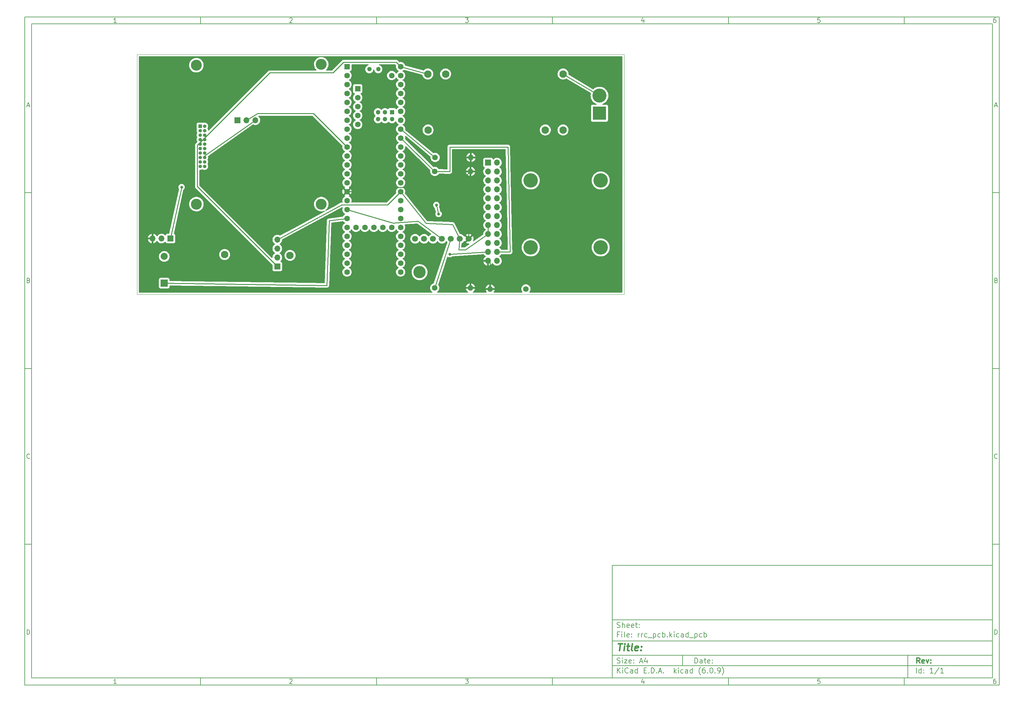
<source format=gbr>
%TF.GenerationSoftware,KiCad,Pcbnew,(6.0.9)*%
%TF.CreationDate,2023-03-05T13:30:58-05:00*%
%TF.ProjectId,rrc_pcb,7272635f-7063-4622-9e6b-696361645f70,rev?*%
%TF.SameCoordinates,Original*%
%TF.FileFunction,Copper,L1,Top*%
%TF.FilePolarity,Positive*%
%FSLAX46Y46*%
G04 Gerber Fmt 4.6, Leading zero omitted, Abs format (unit mm)*
G04 Created by KiCad (PCBNEW (6.0.9)) date 2023-03-05 13:30:58*
%MOMM*%
%LPD*%
G01*
G04 APERTURE LIST*
%ADD10C,0.100000*%
%ADD11C,0.150000*%
%ADD12C,0.300000*%
%ADD13C,0.400000*%
%TA.AperFunction,Profile*%
%ADD14C,0.050000*%
%TD*%
%TA.AperFunction,ComponentPad*%
%ADD15C,1.600000*%
%TD*%
%TA.AperFunction,ComponentPad*%
%ADD16O,1.600000X1.600000*%
%TD*%
%TA.AperFunction,WasherPad*%
%ADD17C,3.100000*%
%TD*%
%TA.AperFunction,ComponentPad*%
%ADD18R,1.000000X1.000000*%
%TD*%
%TA.AperFunction,ComponentPad*%
%ADD19O,1.000000X1.000000*%
%TD*%
%TA.AperFunction,ComponentPad*%
%ADD20R,3.800000X3.800000*%
%TD*%
%TA.AperFunction,ComponentPad*%
%ADD21C,4.000000*%
%TD*%
%TA.AperFunction,WasherPad*%
%ADD22C,4.100000*%
%TD*%
%TA.AperFunction,ComponentPad*%
%ADD23R,1.700000X1.700000*%
%TD*%
%TA.AperFunction,ComponentPad*%
%ADD24O,1.700000X1.700000*%
%TD*%
%TA.AperFunction,ComponentPad*%
%ADD25R,1.600000X1.600000*%
%TD*%
%TA.AperFunction,ComponentPad*%
%ADD26R,1.300000X1.300000*%
%TD*%
%TA.AperFunction,ComponentPad*%
%ADD27C,1.300000*%
%TD*%
%TA.AperFunction,ComponentPad*%
%ADD28C,3.500000*%
%TD*%
%TA.AperFunction,ComponentPad*%
%ADD29C,1.700000*%
%TD*%
%TA.AperFunction,ComponentPad*%
%ADD30R,2.000000X2.000000*%
%TD*%
%TA.AperFunction,ComponentPad*%
%ADD31C,2.000000*%
%TD*%
%TA.AperFunction,WasherPad*%
%ADD32C,2.100000*%
%TD*%
%TA.AperFunction,ComponentPad*%
%ADD33C,2.100000*%
%TD*%
%TA.AperFunction,ViaPad*%
%ADD34C,0.800000*%
%TD*%
%TA.AperFunction,Conductor*%
%ADD35C,0.250000*%
%TD*%
G04 APERTURE END LIST*
D10*
D11*
X177002200Y-166007200D02*
X177002200Y-198007200D01*
X285002200Y-198007200D01*
X285002200Y-166007200D01*
X177002200Y-166007200D01*
D10*
D11*
X10000000Y-10000000D02*
X10000000Y-200007200D01*
X287002200Y-200007200D01*
X287002200Y-10000000D01*
X10000000Y-10000000D01*
D10*
D11*
X12000000Y-12000000D02*
X12000000Y-198007200D01*
X285002200Y-198007200D01*
X285002200Y-12000000D01*
X12000000Y-12000000D01*
D10*
D11*
X60000000Y-12000000D02*
X60000000Y-10000000D01*
D10*
D11*
X110000000Y-12000000D02*
X110000000Y-10000000D01*
D10*
D11*
X160000000Y-12000000D02*
X160000000Y-10000000D01*
D10*
D11*
X210000000Y-12000000D02*
X210000000Y-10000000D01*
D10*
D11*
X260000000Y-12000000D02*
X260000000Y-10000000D01*
D10*
D11*
X36065476Y-11588095D02*
X35322619Y-11588095D01*
X35694047Y-11588095D02*
X35694047Y-10288095D01*
X35570238Y-10473809D01*
X35446428Y-10597619D01*
X35322619Y-10659523D01*
D10*
D11*
X85322619Y-10411904D02*
X85384523Y-10350000D01*
X85508333Y-10288095D01*
X85817857Y-10288095D01*
X85941666Y-10350000D01*
X86003571Y-10411904D01*
X86065476Y-10535714D01*
X86065476Y-10659523D01*
X86003571Y-10845238D01*
X85260714Y-11588095D01*
X86065476Y-11588095D01*
D10*
D11*
X135260714Y-10288095D02*
X136065476Y-10288095D01*
X135632142Y-10783333D01*
X135817857Y-10783333D01*
X135941666Y-10845238D01*
X136003571Y-10907142D01*
X136065476Y-11030952D01*
X136065476Y-11340476D01*
X136003571Y-11464285D01*
X135941666Y-11526190D01*
X135817857Y-11588095D01*
X135446428Y-11588095D01*
X135322619Y-11526190D01*
X135260714Y-11464285D01*
D10*
D11*
X185941666Y-10721428D02*
X185941666Y-11588095D01*
X185632142Y-10226190D02*
X185322619Y-11154761D01*
X186127380Y-11154761D01*
D10*
D11*
X236003571Y-10288095D02*
X235384523Y-10288095D01*
X235322619Y-10907142D01*
X235384523Y-10845238D01*
X235508333Y-10783333D01*
X235817857Y-10783333D01*
X235941666Y-10845238D01*
X236003571Y-10907142D01*
X236065476Y-11030952D01*
X236065476Y-11340476D01*
X236003571Y-11464285D01*
X235941666Y-11526190D01*
X235817857Y-11588095D01*
X235508333Y-11588095D01*
X235384523Y-11526190D01*
X235322619Y-11464285D01*
D10*
D11*
X285941666Y-10288095D02*
X285694047Y-10288095D01*
X285570238Y-10350000D01*
X285508333Y-10411904D01*
X285384523Y-10597619D01*
X285322619Y-10845238D01*
X285322619Y-11340476D01*
X285384523Y-11464285D01*
X285446428Y-11526190D01*
X285570238Y-11588095D01*
X285817857Y-11588095D01*
X285941666Y-11526190D01*
X286003571Y-11464285D01*
X286065476Y-11340476D01*
X286065476Y-11030952D01*
X286003571Y-10907142D01*
X285941666Y-10845238D01*
X285817857Y-10783333D01*
X285570238Y-10783333D01*
X285446428Y-10845238D01*
X285384523Y-10907142D01*
X285322619Y-11030952D01*
D10*
D11*
X60000000Y-198007200D02*
X60000000Y-200007200D01*
D10*
D11*
X110000000Y-198007200D02*
X110000000Y-200007200D01*
D10*
D11*
X160000000Y-198007200D02*
X160000000Y-200007200D01*
D10*
D11*
X210000000Y-198007200D02*
X210000000Y-200007200D01*
D10*
D11*
X260000000Y-198007200D02*
X260000000Y-200007200D01*
D10*
D11*
X36065476Y-199595295D02*
X35322619Y-199595295D01*
X35694047Y-199595295D02*
X35694047Y-198295295D01*
X35570238Y-198481009D01*
X35446428Y-198604819D01*
X35322619Y-198666723D01*
D10*
D11*
X85322619Y-198419104D02*
X85384523Y-198357200D01*
X85508333Y-198295295D01*
X85817857Y-198295295D01*
X85941666Y-198357200D01*
X86003571Y-198419104D01*
X86065476Y-198542914D01*
X86065476Y-198666723D01*
X86003571Y-198852438D01*
X85260714Y-199595295D01*
X86065476Y-199595295D01*
D10*
D11*
X135260714Y-198295295D02*
X136065476Y-198295295D01*
X135632142Y-198790533D01*
X135817857Y-198790533D01*
X135941666Y-198852438D01*
X136003571Y-198914342D01*
X136065476Y-199038152D01*
X136065476Y-199347676D01*
X136003571Y-199471485D01*
X135941666Y-199533390D01*
X135817857Y-199595295D01*
X135446428Y-199595295D01*
X135322619Y-199533390D01*
X135260714Y-199471485D01*
D10*
D11*
X185941666Y-198728628D02*
X185941666Y-199595295D01*
X185632142Y-198233390D02*
X185322619Y-199161961D01*
X186127380Y-199161961D01*
D10*
D11*
X236003571Y-198295295D02*
X235384523Y-198295295D01*
X235322619Y-198914342D01*
X235384523Y-198852438D01*
X235508333Y-198790533D01*
X235817857Y-198790533D01*
X235941666Y-198852438D01*
X236003571Y-198914342D01*
X236065476Y-199038152D01*
X236065476Y-199347676D01*
X236003571Y-199471485D01*
X235941666Y-199533390D01*
X235817857Y-199595295D01*
X235508333Y-199595295D01*
X235384523Y-199533390D01*
X235322619Y-199471485D01*
D10*
D11*
X285941666Y-198295295D02*
X285694047Y-198295295D01*
X285570238Y-198357200D01*
X285508333Y-198419104D01*
X285384523Y-198604819D01*
X285322619Y-198852438D01*
X285322619Y-199347676D01*
X285384523Y-199471485D01*
X285446428Y-199533390D01*
X285570238Y-199595295D01*
X285817857Y-199595295D01*
X285941666Y-199533390D01*
X286003571Y-199471485D01*
X286065476Y-199347676D01*
X286065476Y-199038152D01*
X286003571Y-198914342D01*
X285941666Y-198852438D01*
X285817857Y-198790533D01*
X285570238Y-198790533D01*
X285446428Y-198852438D01*
X285384523Y-198914342D01*
X285322619Y-199038152D01*
D10*
D11*
X10000000Y-60000000D02*
X12000000Y-60000000D01*
D10*
D11*
X10000000Y-110000000D02*
X12000000Y-110000000D01*
D10*
D11*
X10000000Y-160000000D02*
X12000000Y-160000000D01*
D10*
D11*
X10690476Y-35216666D02*
X11309523Y-35216666D01*
X10566666Y-35588095D02*
X11000000Y-34288095D01*
X11433333Y-35588095D01*
D10*
D11*
X11092857Y-84907142D02*
X11278571Y-84969047D01*
X11340476Y-85030952D01*
X11402380Y-85154761D01*
X11402380Y-85340476D01*
X11340476Y-85464285D01*
X11278571Y-85526190D01*
X11154761Y-85588095D01*
X10659523Y-85588095D01*
X10659523Y-84288095D01*
X11092857Y-84288095D01*
X11216666Y-84350000D01*
X11278571Y-84411904D01*
X11340476Y-84535714D01*
X11340476Y-84659523D01*
X11278571Y-84783333D01*
X11216666Y-84845238D01*
X11092857Y-84907142D01*
X10659523Y-84907142D01*
D10*
D11*
X11402380Y-135464285D02*
X11340476Y-135526190D01*
X11154761Y-135588095D01*
X11030952Y-135588095D01*
X10845238Y-135526190D01*
X10721428Y-135402380D01*
X10659523Y-135278571D01*
X10597619Y-135030952D01*
X10597619Y-134845238D01*
X10659523Y-134597619D01*
X10721428Y-134473809D01*
X10845238Y-134350000D01*
X11030952Y-134288095D01*
X11154761Y-134288095D01*
X11340476Y-134350000D01*
X11402380Y-134411904D01*
D10*
D11*
X10659523Y-185588095D02*
X10659523Y-184288095D01*
X10969047Y-184288095D01*
X11154761Y-184350000D01*
X11278571Y-184473809D01*
X11340476Y-184597619D01*
X11402380Y-184845238D01*
X11402380Y-185030952D01*
X11340476Y-185278571D01*
X11278571Y-185402380D01*
X11154761Y-185526190D01*
X10969047Y-185588095D01*
X10659523Y-185588095D01*
D10*
D11*
X287002200Y-60000000D02*
X285002200Y-60000000D01*
D10*
D11*
X287002200Y-110000000D02*
X285002200Y-110000000D01*
D10*
D11*
X287002200Y-160000000D02*
X285002200Y-160000000D01*
D10*
D11*
X285692676Y-35216666D02*
X286311723Y-35216666D01*
X285568866Y-35588095D02*
X286002200Y-34288095D01*
X286435533Y-35588095D01*
D10*
D11*
X286095057Y-84907142D02*
X286280771Y-84969047D01*
X286342676Y-85030952D01*
X286404580Y-85154761D01*
X286404580Y-85340476D01*
X286342676Y-85464285D01*
X286280771Y-85526190D01*
X286156961Y-85588095D01*
X285661723Y-85588095D01*
X285661723Y-84288095D01*
X286095057Y-84288095D01*
X286218866Y-84350000D01*
X286280771Y-84411904D01*
X286342676Y-84535714D01*
X286342676Y-84659523D01*
X286280771Y-84783333D01*
X286218866Y-84845238D01*
X286095057Y-84907142D01*
X285661723Y-84907142D01*
D10*
D11*
X286404580Y-135464285D02*
X286342676Y-135526190D01*
X286156961Y-135588095D01*
X286033152Y-135588095D01*
X285847438Y-135526190D01*
X285723628Y-135402380D01*
X285661723Y-135278571D01*
X285599819Y-135030952D01*
X285599819Y-134845238D01*
X285661723Y-134597619D01*
X285723628Y-134473809D01*
X285847438Y-134350000D01*
X286033152Y-134288095D01*
X286156961Y-134288095D01*
X286342676Y-134350000D01*
X286404580Y-134411904D01*
D10*
D11*
X285661723Y-185588095D02*
X285661723Y-184288095D01*
X285971247Y-184288095D01*
X286156961Y-184350000D01*
X286280771Y-184473809D01*
X286342676Y-184597619D01*
X286404580Y-184845238D01*
X286404580Y-185030952D01*
X286342676Y-185278571D01*
X286280771Y-185402380D01*
X286156961Y-185526190D01*
X285971247Y-185588095D01*
X285661723Y-185588095D01*
D10*
D11*
X200434342Y-193785771D02*
X200434342Y-192285771D01*
X200791485Y-192285771D01*
X201005771Y-192357200D01*
X201148628Y-192500057D01*
X201220057Y-192642914D01*
X201291485Y-192928628D01*
X201291485Y-193142914D01*
X201220057Y-193428628D01*
X201148628Y-193571485D01*
X201005771Y-193714342D01*
X200791485Y-193785771D01*
X200434342Y-193785771D01*
X202577200Y-193785771D02*
X202577200Y-193000057D01*
X202505771Y-192857200D01*
X202362914Y-192785771D01*
X202077200Y-192785771D01*
X201934342Y-192857200D01*
X202577200Y-193714342D02*
X202434342Y-193785771D01*
X202077200Y-193785771D01*
X201934342Y-193714342D01*
X201862914Y-193571485D01*
X201862914Y-193428628D01*
X201934342Y-193285771D01*
X202077200Y-193214342D01*
X202434342Y-193214342D01*
X202577200Y-193142914D01*
X203077200Y-192785771D02*
X203648628Y-192785771D01*
X203291485Y-192285771D02*
X203291485Y-193571485D01*
X203362914Y-193714342D01*
X203505771Y-193785771D01*
X203648628Y-193785771D01*
X204720057Y-193714342D02*
X204577200Y-193785771D01*
X204291485Y-193785771D01*
X204148628Y-193714342D01*
X204077200Y-193571485D01*
X204077200Y-193000057D01*
X204148628Y-192857200D01*
X204291485Y-192785771D01*
X204577200Y-192785771D01*
X204720057Y-192857200D01*
X204791485Y-193000057D01*
X204791485Y-193142914D01*
X204077200Y-193285771D01*
X205434342Y-193642914D02*
X205505771Y-193714342D01*
X205434342Y-193785771D01*
X205362914Y-193714342D01*
X205434342Y-193642914D01*
X205434342Y-193785771D01*
X205434342Y-192857200D02*
X205505771Y-192928628D01*
X205434342Y-193000057D01*
X205362914Y-192928628D01*
X205434342Y-192857200D01*
X205434342Y-193000057D01*
D10*
D11*
X177002200Y-194507200D02*
X285002200Y-194507200D01*
D10*
D11*
X178434342Y-196585771D02*
X178434342Y-195085771D01*
X179291485Y-196585771D02*
X178648628Y-195728628D01*
X179291485Y-195085771D02*
X178434342Y-195942914D01*
X179934342Y-196585771D02*
X179934342Y-195585771D01*
X179934342Y-195085771D02*
X179862914Y-195157200D01*
X179934342Y-195228628D01*
X180005771Y-195157200D01*
X179934342Y-195085771D01*
X179934342Y-195228628D01*
X181505771Y-196442914D02*
X181434342Y-196514342D01*
X181220057Y-196585771D01*
X181077200Y-196585771D01*
X180862914Y-196514342D01*
X180720057Y-196371485D01*
X180648628Y-196228628D01*
X180577200Y-195942914D01*
X180577200Y-195728628D01*
X180648628Y-195442914D01*
X180720057Y-195300057D01*
X180862914Y-195157200D01*
X181077200Y-195085771D01*
X181220057Y-195085771D01*
X181434342Y-195157200D01*
X181505771Y-195228628D01*
X182791485Y-196585771D02*
X182791485Y-195800057D01*
X182720057Y-195657200D01*
X182577200Y-195585771D01*
X182291485Y-195585771D01*
X182148628Y-195657200D01*
X182791485Y-196514342D02*
X182648628Y-196585771D01*
X182291485Y-196585771D01*
X182148628Y-196514342D01*
X182077200Y-196371485D01*
X182077200Y-196228628D01*
X182148628Y-196085771D01*
X182291485Y-196014342D01*
X182648628Y-196014342D01*
X182791485Y-195942914D01*
X184148628Y-196585771D02*
X184148628Y-195085771D01*
X184148628Y-196514342D02*
X184005771Y-196585771D01*
X183720057Y-196585771D01*
X183577200Y-196514342D01*
X183505771Y-196442914D01*
X183434342Y-196300057D01*
X183434342Y-195871485D01*
X183505771Y-195728628D01*
X183577200Y-195657200D01*
X183720057Y-195585771D01*
X184005771Y-195585771D01*
X184148628Y-195657200D01*
X186005771Y-195800057D02*
X186505771Y-195800057D01*
X186720057Y-196585771D02*
X186005771Y-196585771D01*
X186005771Y-195085771D01*
X186720057Y-195085771D01*
X187362914Y-196442914D02*
X187434342Y-196514342D01*
X187362914Y-196585771D01*
X187291485Y-196514342D01*
X187362914Y-196442914D01*
X187362914Y-196585771D01*
X188077200Y-196585771D02*
X188077200Y-195085771D01*
X188434342Y-195085771D01*
X188648628Y-195157200D01*
X188791485Y-195300057D01*
X188862914Y-195442914D01*
X188934342Y-195728628D01*
X188934342Y-195942914D01*
X188862914Y-196228628D01*
X188791485Y-196371485D01*
X188648628Y-196514342D01*
X188434342Y-196585771D01*
X188077200Y-196585771D01*
X189577200Y-196442914D02*
X189648628Y-196514342D01*
X189577200Y-196585771D01*
X189505771Y-196514342D01*
X189577200Y-196442914D01*
X189577200Y-196585771D01*
X190220057Y-196157200D02*
X190934342Y-196157200D01*
X190077200Y-196585771D02*
X190577200Y-195085771D01*
X191077200Y-196585771D01*
X191577200Y-196442914D02*
X191648628Y-196514342D01*
X191577200Y-196585771D01*
X191505771Y-196514342D01*
X191577200Y-196442914D01*
X191577200Y-196585771D01*
X194577200Y-196585771D02*
X194577200Y-195085771D01*
X194720057Y-196014342D02*
X195148628Y-196585771D01*
X195148628Y-195585771D02*
X194577200Y-196157200D01*
X195791485Y-196585771D02*
X195791485Y-195585771D01*
X195791485Y-195085771D02*
X195720057Y-195157200D01*
X195791485Y-195228628D01*
X195862914Y-195157200D01*
X195791485Y-195085771D01*
X195791485Y-195228628D01*
X197148628Y-196514342D02*
X197005771Y-196585771D01*
X196720057Y-196585771D01*
X196577200Y-196514342D01*
X196505771Y-196442914D01*
X196434342Y-196300057D01*
X196434342Y-195871485D01*
X196505771Y-195728628D01*
X196577200Y-195657200D01*
X196720057Y-195585771D01*
X197005771Y-195585771D01*
X197148628Y-195657200D01*
X198434342Y-196585771D02*
X198434342Y-195800057D01*
X198362914Y-195657200D01*
X198220057Y-195585771D01*
X197934342Y-195585771D01*
X197791485Y-195657200D01*
X198434342Y-196514342D02*
X198291485Y-196585771D01*
X197934342Y-196585771D01*
X197791485Y-196514342D01*
X197720057Y-196371485D01*
X197720057Y-196228628D01*
X197791485Y-196085771D01*
X197934342Y-196014342D01*
X198291485Y-196014342D01*
X198434342Y-195942914D01*
X199791485Y-196585771D02*
X199791485Y-195085771D01*
X199791485Y-196514342D02*
X199648628Y-196585771D01*
X199362914Y-196585771D01*
X199220057Y-196514342D01*
X199148628Y-196442914D01*
X199077200Y-196300057D01*
X199077200Y-195871485D01*
X199148628Y-195728628D01*
X199220057Y-195657200D01*
X199362914Y-195585771D01*
X199648628Y-195585771D01*
X199791485Y-195657200D01*
X202077200Y-197157200D02*
X202005771Y-197085771D01*
X201862914Y-196871485D01*
X201791485Y-196728628D01*
X201720057Y-196514342D01*
X201648628Y-196157200D01*
X201648628Y-195871485D01*
X201720057Y-195514342D01*
X201791485Y-195300057D01*
X201862914Y-195157200D01*
X202005771Y-194942914D01*
X202077200Y-194871485D01*
X203291485Y-195085771D02*
X203005771Y-195085771D01*
X202862914Y-195157200D01*
X202791485Y-195228628D01*
X202648628Y-195442914D01*
X202577200Y-195728628D01*
X202577200Y-196300057D01*
X202648628Y-196442914D01*
X202720057Y-196514342D01*
X202862914Y-196585771D01*
X203148628Y-196585771D01*
X203291485Y-196514342D01*
X203362914Y-196442914D01*
X203434342Y-196300057D01*
X203434342Y-195942914D01*
X203362914Y-195800057D01*
X203291485Y-195728628D01*
X203148628Y-195657200D01*
X202862914Y-195657200D01*
X202720057Y-195728628D01*
X202648628Y-195800057D01*
X202577200Y-195942914D01*
X204077200Y-196442914D02*
X204148628Y-196514342D01*
X204077200Y-196585771D01*
X204005771Y-196514342D01*
X204077200Y-196442914D01*
X204077200Y-196585771D01*
X205077200Y-195085771D02*
X205220057Y-195085771D01*
X205362914Y-195157200D01*
X205434342Y-195228628D01*
X205505771Y-195371485D01*
X205577200Y-195657200D01*
X205577200Y-196014342D01*
X205505771Y-196300057D01*
X205434342Y-196442914D01*
X205362914Y-196514342D01*
X205220057Y-196585771D01*
X205077200Y-196585771D01*
X204934342Y-196514342D01*
X204862914Y-196442914D01*
X204791485Y-196300057D01*
X204720057Y-196014342D01*
X204720057Y-195657200D01*
X204791485Y-195371485D01*
X204862914Y-195228628D01*
X204934342Y-195157200D01*
X205077200Y-195085771D01*
X206220057Y-196442914D02*
X206291485Y-196514342D01*
X206220057Y-196585771D01*
X206148628Y-196514342D01*
X206220057Y-196442914D01*
X206220057Y-196585771D01*
X207005771Y-196585771D02*
X207291485Y-196585771D01*
X207434342Y-196514342D01*
X207505771Y-196442914D01*
X207648628Y-196228628D01*
X207720057Y-195942914D01*
X207720057Y-195371485D01*
X207648628Y-195228628D01*
X207577200Y-195157200D01*
X207434342Y-195085771D01*
X207148628Y-195085771D01*
X207005771Y-195157200D01*
X206934342Y-195228628D01*
X206862914Y-195371485D01*
X206862914Y-195728628D01*
X206934342Y-195871485D01*
X207005771Y-195942914D01*
X207148628Y-196014342D01*
X207434342Y-196014342D01*
X207577200Y-195942914D01*
X207648628Y-195871485D01*
X207720057Y-195728628D01*
X208220057Y-197157200D02*
X208291485Y-197085771D01*
X208434342Y-196871485D01*
X208505771Y-196728628D01*
X208577200Y-196514342D01*
X208648628Y-196157200D01*
X208648628Y-195871485D01*
X208577200Y-195514342D01*
X208505771Y-195300057D01*
X208434342Y-195157200D01*
X208291485Y-194942914D01*
X208220057Y-194871485D01*
D10*
D11*
X177002200Y-191507200D02*
X285002200Y-191507200D01*
D10*
D12*
X264411485Y-193785771D02*
X263911485Y-193071485D01*
X263554342Y-193785771D02*
X263554342Y-192285771D01*
X264125771Y-192285771D01*
X264268628Y-192357200D01*
X264340057Y-192428628D01*
X264411485Y-192571485D01*
X264411485Y-192785771D01*
X264340057Y-192928628D01*
X264268628Y-193000057D01*
X264125771Y-193071485D01*
X263554342Y-193071485D01*
X265625771Y-193714342D02*
X265482914Y-193785771D01*
X265197200Y-193785771D01*
X265054342Y-193714342D01*
X264982914Y-193571485D01*
X264982914Y-193000057D01*
X265054342Y-192857200D01*
X265197200Y-192785771D01*
X265482914Y-192785771D01*
X265625771Y-192857200D01*
X265697200Y-193000057D01*
X265697200Y-193142914D01*
X264982914Y-193285771D01*
X266197200Y-192785771D02*
X266554342Y-193785771D01*
X266911485Y-192785771D01*
X267482914Y-193642914D02*
X267554342Y-193714342D01*
X267482914Y-193785771D01*
X267411485Y-193714342D01*
X267482914Y-193642914D01*
X267482914Y-193785771D01*
X267482914Y-192857200D02*
X267554342Y-192928628D01*
X267482914Y-193000057D01*
X267411485Y-192928628D01*
X267482914Y-192857200D01*
X267482914Y-193000057D01*
D10*
D11*
X178362914Y-193714342D02*
X178577200Y-193785771D01*
X178934342Y-193785771D01*
X179077200Y-193714342D01*
X179148628Y-193642914D01*
X179220057Y-193500057D01*
X179220057Y-193357200D01*
X179148628Y-193214342D01*
X179077200Y-193142914D01*
X178934342Y-193071485D01*
X178648628Y-193000057D01*
X178505771Y-192928628D01*
X178434342Y-192857200D01*
X178362914Y-192714342D01*
X178362914Y-192571485D01*
X178434342Y-192428628D01*
X178505771Y-192357200D01*
X178648628Y-192285771D01*
X179005771Y-192285771D01*
X179220057Y-192357200D01*
X179862914Y-193785771D02*
X179862914Y-192785771D01*
X179862914Y-192285771D02*
X179791485Y-192357200D01*
X179862914Y-192428628D01*
X179934342Y-192357200D01*
X179862914Y-192285771D01*
X179862914Y-192428628D01*
X180434342Y-192785771D02*
X181220057Y-192785771D01*
X180434342Y-193785771D01*
X181220057Y-193785771D01*
X182362914Y-193714342D02*
X182220057Y-193785771D01*
X181934342Y-193785771D01*
X181791485Y-193714342D01*
X181720057Y-193571485D01*
X181720057Y-193000057D01*
X181791485Y-192857200D01*
X181934342Y-192785771D01*
X182220057Y-192785771D01*
X182362914Y-192857200D01*
X182434342Y-193000057D01*
X182434342Y-193142914D01*
X181720057Y-193285771D01*
X183077200Y-193642914D02*
X183148628Y-193714342D01*
X183077200Y-193785771D01*
X183005771Y-193714342D01*
X183077200Y-193642914D01*
X183077200Y-193785771D01*
X183077200Y-192857200D02*
X183148628Y-192928628D01*
X183077200Y-193000057D01*
X183005771Y-192928628D01*
X183077200Y-192857200D01*
X183077200Y-193000057D01*
X184862914Y-193357200D02*
X185577200Y-193357200D01*
X184720057Y-193785771D02*
X185220057Y-192285771D01*
X185720057Y-193785771D01*
X186862914Y-192785771D02*
X186862914Y-193785771D01*
X186505771Y-192214342D02*
X186148628Y-193285771D01*
X187077200Y-193285771D01*
D10*
D11*
X263434342Y-196585771D02*
X263434342Y-195085771D01*
X264791485Y-196585771D02*
X264791485Y-195085771D01*
X264791485Y-196514342D02*
X264648628Y-196585771D01*
X264362914Y-196585771D01*
X264220057Y-196514342D01*
X264148628Y-196442914D01*
X264077200Y-196300057D01*
X264077200Y-195871485D01*
X264148628Y-195728628D01*
X264220057Y-195657200D01*
X264362914Y-195585771D01*
X264648628Y-195585771D01*
X264791485Y-195657200D01*
X265505771Y-196442914D02*
X265577200Y-196514342D01*
X265505771Y-196585771D01*
X265434342Y-196514342D01*
X265505771Y-196442914D01*
X265505771Y-196585771D01*
X265505771Y-195657200D02*
X265577200Y-195728628D01*
X265505771Y-195800057D01*
X265434342Y-195728628D01*
X265505771Y-195657200D01*
X265505771Y-195800057D01*
X268148628Y-196585771D02*
X267291485Y-196585771D01*
X267720057Y-196585771D02*
X267720057Y-195085771D01*
X267577200Y-195300057D01*
X267434342Y-195442914D01*
X267291485Y-195514342D01*
X269862914Y-195014342D02*
X268577200Y-196942914D01*
X271148628Y-196585771D02*
X270291485Y-196585771D01*
X270720057Y-196585771D02*
X270720057Y-195085771D01*
X270577200Y-195300057D01*
X270434342Y-195442914D01*
X270291485Y-195514342D01*
D10*
D11*
X177002200Y-187507200D02*
X285002200Y-187507200D01*
D10*
D13*
X178714580Y-188211961D02*
X179857438Y-188211961D01*
X179036009Y-190211961D02*
X179286009Y-188211961D01*
X180274104Y-190211961D02*
X180440771Y-188878628D01*
X180524104Y-188211961D02*
X180416961Y-188307200D01*
X180500295Y-188402438D01*
X180607438Y-188307200D01*
X180524104Y-188211961D01*
X180500295Y-188402438D01*
X181107438Y-188878628D02*
X181869342Y-188878628D01*
X181476485Y-188211961D02*
X181262200Y-189926247D01*
X181333628Y-190116723D01*
X181512200Y-190211961D01*
X181702676Y-190211961D01*
X182655057Y-190211961D02*
X182476485Y-190116723D01*
X182405057Y-189926247D01*
X182619342Y-188211961D01*
X184190771Y-190116723D02*
X183988390Y-190211961D01*
X183607438Y-190211961D01*
X183428866Y-190116723D01*
X183357438Y-189926247D01*
X183452676Y-189164342D01*
X183571723Y-188973866D01*
X183774104Y-188878628D01*
X184155057Y-188878628D01*
X184333628Y-188973866D01*
X184405057Y-189164342D01*
X184381247Y-189354819D01*
X183405057Y-189545295D01*
X185155057Y-190021485D02*
X185238390Y-190116723D01*
X185131247Y-190211961D01*
X185047914Y-190116723D01*
X185155057Y-190021485D01*
X185131247Y-190211961D01*
X185286009Y-188973866D02*
X185369342Y-189069104D01*
X185262200Y-189164342D01*
X185178866Y-189069104D01*
X185286009Y-188973866D01*
X185262200Y-189164342D01*
D10*
D11*
X178934342Y-185600057D02*
X178434342Y-185600057D01*
X178434342Y-186385771D02*
X178434342Y-184885771D01*
X179148628Y-184885771D01*
X179720057Y-186385771D02*
X179720057Y-185385771D01*
X179720057Y-184885771D02*
X179648628Y-184957200D01*
X179720057Y-185028628D01*
X179791485Y-184957200D01*
X179720057Y-184885771D01*
X179720057Y-185028628D01*
X180648628Y-186385771D02*
X180505771Y-186314342D01*
X180434342Y-186171485D01*
X180434342Y-184885771D01*
X181791485Y-186314342D02*
X181648628Y-186385771D01*
X181362914Y-186385771D01*
X181220057Y-186314342D01*
X181148628Y-186171485D01*
X181148628Y-185600057D01*
X181220057Y-185457200D01*
X181362914Y-185385771D01*
X181648628Y-185385771D01*
X181791485Y-185457200D01*
X181862914Y-185600057D01*
X181862914Y-185742914D01*
X181148628Y-185885771D01*
X182505771Y-186242914D02*
X182577200Y-186314342D01*
X182505771Y-186385771D01*
X182434342Y-186314342D01*
X182505771Y-186242914D01*
X182505771Y-186385771D01*
X182505771Y-185457200D02*
X182577200Y-185528628D01*
X182505771Y-185600057D01*
X182434342Y-185528628D01*
X182505771Y-185457200D01*
X182505771Y-185600057D01*
X184362914Y-186385771D02*
X184362914Y-185385771D01*
X184362914Y-185671485D02*
X184434342Y-185528628D01*
X184505771Y-185457200D01*
X184648628Y-185385771D01*
X184791485Y-185385771D01*
X185291485Y-186385771D02*
X185291485Y-185385771D01*
X185291485Y-185671485D02*
X185362914Y-185528628D01*
X185434342Y-185457200D01*
X185577200Y-185385771D01*
X185720057Y-185385771D01*
X186862914Y-186314342D02*
X186720057Y-186385771D01*
X186434342Y-186385771D01*
X186291485Y-186314342D01*
X186220057Y-186242914D01*
X186148628Y-186100057D01*
X186148628Y-185671485D01*
X186220057Y-185528628D01*
X186291485Y-185457200D01*
X186434342Y-185385771D01*
X186720057Y-185385771D01*
X186862914Y-185457200D01*
X187148628Y-186528628D02*
X188291485Y-186528628D01*
X188648628Y-185385771D02*
X188648628Y-186885771D01*
X188648628Y-185457200D02*
X188791485Y-185385771D01*
X189077200Y-185385771D01*
X189220057Y-185457200D01*
X189291485Y-185528628D01*
X189362914Y-185671485D01*
X189362914Y-186100057D01*
X189291485Y-186242914D01*
X189220057Y-186314342D01*
X189077200Y-186385771D01*
X188791485Y-186385771D01*
X188648628Y-186314342D01*
X190648628Y-186314342D02*
X190505771Y-186385771D01*
X190220057Y-186385771D01*
X190077200Y-186314342D01*
X190005771Y-186242914D01*
X189934342Y-186100057D01*
X189934342Y-185671485D01*
X190005771Y-185528628D01*
X190077200Y-185457200D01*
X190220057Y-185385771D01*
X190505771Y-185385771D01*
X190648628Y-185457200D01*
X191291485Y-186385771D02*
X191291485Y-184885771D01*
X191291485Y-185457200D02*
X191434342Y-185385771D01*
X191720057Y-185385771D01*
X191862914Y-185457200D01*
X191934342Y-185528628D01*
X192005771Y-185671485D01*
X192005771Y-186100057D01*
X191934342Y-186242914D01*
X191862914Y-186314342D01*
X191720057Y-186385771D01*
X191434342Y-186385771D01*
X191291485Y-186314342D01*
X192648628Y-186242914D02*
X192720057Y-186314342D01*
X192648628Y-186385771D01*
X192577200Y-186314342D01*
X192648628Y-186242914D01*
X192648628Y-186385771D01*
X193362914Y-186385771D02*
X193362914Y-184885771D01*
X193505771Y-185814342D02*
X193934342Y-186385771D01*
X193934342Y-185385771D02*
X193362914Y-185957200D01*
X194577200Y-186385771D02*
X194577200Y-185385771D01*
X194577200Y-184885771D02*
X194505771Y-184957200D01*
X194577200Y-185028628D01*
X194648628Y-184957200D01*
X194577200Y-184885771D01*
X194577200Y-185028628D01*
X195934342Y-186314342D02*
X195791485Y-186385771D01*
X195505771Y-186385771D01*
X195362914Y-186314342D01*
X195291485Y-186242914D01*
X195220057Y-186100057D01*
X195220057Y-185671485D01*
X195291485Y-185528628D01*
X195362914Y-185457200D01*
X195505771Y-185385771D01*
X195791485Y-185385771D01*
X195934342Y-185457200D01*
X197220057Y-186385771D02*
X197220057Y-185600057D01*
X197148628Y-185457200D01*
X197005771Y-185385771D01*
X196720057Y-185385771D01*
X196577200Y-185457200D01*
X197220057Y-186314342D02*
X197077200Y-186385771D01*
X196720057Y-186385771D01*
X196577200Y-186314342D01*
X196505771Y-186171485D01*
X196505771Y-186028628D01*
X196577200Y-185885771D01*
X196720057Y-185814342D01*
X197077200Y-185814342D01*
X197220057Y-185742914D01*
X198577200Y-186385771D02*
X198577200Y-184885771D01*
X198577200Y-186314342D02*
X198434342Y-186385771D01*
X198148628Y-186385771D01*
X198005771Y-186314342D01*
X197934342Y-186242914D01*
X197862914Y-186100057D01*
X197862914Y-185671485D01*
X197934342Y-185528628D01*
X198005771Y-185457200D01*
X198148628Y-185385771D01*
X198434342Y-185385771D01*
X198577200Y-185457200D01*
X198934342Y-186528628D02*
X200077200Y-186528628D01*
X200434342Y-185385771D02*
X200434342Y-186885771D01*
X200434342Y-185457200D02*
X200577200Y-185385771D01*
X200862914Y-185385771D01*
X201005771Y-185457200D01*
X201077200Y-185528628D01*
X201148628Y-185671485D01*
X201148628Y-186100057D01*
X201077200Y-186242914D01*
X201005771Y-186314342D01*
X200862914Y-186385771D01*
X200577200Y-186385771D01*
X200434342Y-186314342D01*
X202434342Y-186314342D02*
X202291485Y-186385771D01*
X202005771Y-186385771D01*
X201862914Y-186314342D01*
X201791485Y-186242914D01*
X201720057Y-186100057D01*
X201720057Y-185671485D01*
X201791485Y-185528628D01*
X201862914Y-185457200D01*
X202005771Y-185385771D01*
X202291485Y-185385771D01*
X202434342Y-185457200D01*
X203077200Y-186385771D02*
X203077200Y-184885771D01*
X203077200Y-185457200D02*
X203220057Y-185385771D01*
X203505771Y-185385771D01*
X203648628Y-185457200D01*
X203720057Y-185528628D01*
X203791485Y-185671485D01*
X203791485Y-186100057D01*
X203720057Y-186242914D01*
X203648628Y-186314342D01*
X203505771Y-186385771D01*
X203220057Y-186385771D01*
X203077200Y-186314342D01*
D10*
D11*
X177002200Y-181507200D02*
X285002200Y-181507200D01*
D10*
D11*
X178362914Y-183614342D02*
X178577200Y-183685771D01*
X178934342Y-183685771D01*
X179077200Y-183614342D01*
X179148628Y-183542914D01*
X179220057Y-183400057D01*
X179220057Y-183257200D01*
X179148628Y-183114342D01*
X179077200Y-183042914D01*
X178934342Y-182971485D01*
X178648628Y-182900057D01*
X178505771Y-182828628D01*
X178434342Y-182757200D01*
X178362914Y-182614342D01*
X178362914Y-182471485D01*
X178434342Y-182328628D01*
X178505771Y-182257200D01*
X178648628Y-182185771D01*
X179005771Y-182185771D01*
X179220057Y-182257200D01*
X179862914Y-183685771D02*
X179862914Y-182185771D01*
X180505771Y-183685771D02*
X180505771Y-182900057D01*
X180434342Y-182757200D01*
X180291485Y-182685771D01*
X180077200Y-182685771D01*
X179934342Y-182757200D01*
X179862914Y-182828628D01*
X181791485Y-183614342D02*
X181648628Y-183685771D01*
X181362914Y-183685771D01*
X181220057Y-183614342D01*
X181148628Y-183471485D01*
X181148628Y-182900057D01*
X181220057Y-182757200D01*
X181362914Y-182685771D01*
X181648628Y-182685771D01*
X181791485Y-182757200D01*
X181862914Y-182900057D01*
X181862914Y-183042914D01*
X181148628Y-183185771D01*
X183077200Y-183614342D02*
X182934342Y-183685771D01*
X182648628Y-183685771D01*
X182505771Y-183614342D01*
X182434342Y-183471485D01*
X182434342Y-182900057D01*
X182505771Y-182757200D01*
X182648628Y-182685771D01*
X182934342Y-182685771D01*
X183077200Y-182757200D01*
X183148628Y-182900057D01*
X183148628Y-183042914D01*
X182434342Y-183185771D01*
X183577200Y-182685771D02*
X184148628Y-182685771D01*
X183791485Y-182185771D02*
X183791485Y-183471485D01*
X183862914Y-183614342D01*
X184005771Y-183685771D01*
X184148628Y-183685771D01*
X184648628Y-183542914D02*
X184720057Y-183614342D01*
X184648628Y-183685771D01*
X184577200Y-183614342D01*
X184648628Y-183542914D01*
X184648628Y-183685771D01*
X184648628Y-182757200D02*
X184720057Y-182828628D01*
X184648628Y-182900057D01*
X184577200Y-182828628D01*
X184648628Y-182757200D01*
X184648628Y-182900057D01*
D10*
D12*
D10*
D11*
D10*
D11*
D10*
D11*
D10*
D11*
D10*
D11*
X197002200Y-191507200D02*
X197002200Y-194507200D01*
D10*
D11*
X261002200Y-191507200D02*
X261002200Y-198007200D01*
D14*
X41910000Y-20656715D02*
X180340000Y-20656715D01*
X180340000Y-20656715D02*
X180340000Y-88900000D01*
X180340000Y-88900000D02*
X41910000Y-88900000D01*
X41910000Y-88900000D02*
X41910000Y-20656715D01*
D15*
%TO.P,R2,1*%
%TO.N,SDA*%
X126564950Y-53950936D03*
D16*
%TO.P,R2,2*%
%TO.N,T_VCC*%
X136724950Y-53950936D03*
%TD*%
D17*
%TO.P,U1,*%
%TO.N,*%
X58793628Y-63242417D03*
X58793628Y-23742417D03*
X94293628Y-63242417D03*
X94293628Y-23492417D03*
D18*
%TO.P,U1,1,EXT_PWR*%
%TO.N,VCC*%
X59870150Y-41052417D03*
D19*
%TO.P,U1,2,EXT_PWR*%
%TO.N,unconnected-(U1-Pad2)*%
X61140150Y-41052417D03*
%TO.P,U1,3,EXT_GND*%
%TO.N,GND*%
X59870150Y-42322417D03*
%TO.P,U1,4,EXT_GND*%
%TO.N,unconnected-(U1-Pad4)*%
X61140150Y-42322417D03*
%TO.P,U1,5,ON_OFF*%
%TO.N,unconnected-(U1-Pad5)*%
X59870150Y-43592417D03*
%TO.P,U1,6,DF_S_TX*%
%TO.N,RX2*%
X61140150Y-43592417D03*
%TO.P,U1,7,DF_S_RX*%
%TO.N,TX2*%
X59870150Y-44862417D03*
%TO.P,U1,8,SIG_GND*%
%TO.N,T_GND*%
X61140150Y-44862417D03*
%TO.P,U1,9,DF_DCD*%
%TO.N,unconnected-(U1-Pad9)*%
X59870150Y-46132417D03*
%TO.P,U1,10,DF_DSR*%
%TO.N,unconnected-(U1-Pad10)*%
X61140150Y-46132417D03*
%TO.P,U1,11,DF_CTS*%
%TO.N,unconnected-(U1-Pad11)*%
X59870150Y-47402417D03*
%TO.P,U1,12,DF_RI*%
%TO.N,unconnected-(U1-Pad12)*%
X61140150Y-47402417D03*
%TO.P,U1,13,DF_RTS*%
%TO.N,unconnected-(U1-Pad13)*%
X59870150Y-48672417D03*
%TO.P,U1,14,DF_DTR*%
%TO.N,unconnected-(U1-Pad14)*%
X61140150Y-48672417D03*
%TO.P,U1,15,SIG_GND*%
%TO.N,unconnected-(U1-Pad15)*%
X59870150Y-49942417D03*
%TO.P,U1,16,RESERVED*%
%TO.N,unconnected-(U1-Pad16)*%
X61140150Y-49942417D03*
%TO.P,U1,17,RESERVED*%
%TO.N,unconnected-(U1-Pad17)*%
X59870150Y-51212417D03*
%TO.P,U1,18,SIG_GND*%
%TO.N,unconnected-(U1-Pad18)*%
X61140150Y-51212417D03*
%TO.P,U1,19,NETWORK_AVAILABLE*%
%TO.N,unconnected-(U1-Pad19)*%
X59870150Y-52482417D03*
%TO.P,U1,20,SUPPLY_OUT*%
%TO.N,unconnected-(U1-Pad20)*%
X61140150Y-52482417D03*
%TD*%
D15*
%TO.P,R3,1*%
%TO.N,SCL1*%
X126526764Y-87069353D03*
D16*
%TO.P,R3,2*%
%TO.N,T_VCC*%
X136686764Y-87069353D03*
%TD*%
D15*
%TO.P,R4,1*%
%TO.N,SDA1*%
X152440461Y-87377794D03*
D16*
%TO.P,R4,2*%
%TO.N,T_VCC*%
X142280461Y-87377794D03*
%TD*%
D15*
%TO.P,R1,1*%
%TO.N,SCL*%
X126644699Y-49963495D03*
D16*
%TO.P,R1,2*%
%TO.N,T_VCC*%
X136804699Y-49963495D03*
%TD*%
D20*
%TO.P,J1,1,Pin_1*%
%TO.N,Net-(J1-Pad1)*%
X173355000Y-37385000D03*
D21*
%TO.P,J1,2,Pin_2*%
%TO.N,Net-(J1-Pad2)*%
X173355000Y-32385000D03*
%TD*%
D22*
%TO.P,U4,*%
%TO.N,*%
X153815516Y-56512137D03*
X153815516Y-75562137D03*
X173700612Y-75562137D03*
X173700612Y-56512137D03*
D23*
%TO.P,U4,1,AUX_DA*%
%TO.N,unconnected-(U4-Pad1)*%
X141695612Y-51432137D03*
D24*
%TO.P,U4,2,NC*%
%TO.N,unconnected-(U4-Pad2)*%
X144235612Y-51432137D03*
%TO.P,U4,3,AUX_CL*%
%TO.N,unconnected-(U4-Pad3)*%
X141695612Y-53972137D03*
%TO.P,U4,4,NC*%
%TO.N,unconnected-(U4-Pad4)*%
X144235612Y-53972137D03*
%TO.P,U4,5,1V8*%
%TO.N,unconnected-(U4-Pad5)*%
X141695612Y-56512137D03*
%TO.P,U4,6,DRDY*%
%TO.N,unconnected-(U4-Pad6)*%
X144235612Y-56512137D03*
%TO.P,U4,7,INT1*%
%TO.N,INT1*%
X141695612Y-59052137D03*
%TO.P,U4,8,~{CS}*%
%TO.N,unconnected-(U4-Pad8)*%
X144235612Y-59052137D03*
%TO.P,U4,9,NC*%
%TO.N,unconnected-(U4-Pad9)*%
X141695612Y-61592137D03*
%TO.P,U4,10,DRDY-CMP*%
%TO.N,unconnected-(U4-Pad10)*%
X144235612Y-61592137D03*
%TO.P,U4,11,TP0*%
%TO.N,unconnected-(U4-Pad11)*%
X141695612Y-64132137D03*
%TO.P,U4,12,NC*%
%TO.N,unconnected-(U4-Pad12)*%
X144235612Y-64132137D03*
%TO.P,U4,13,Vpp*%
%TO.N,unconnected-(U4-Pad13)*%
X141695612Y-66672137D03*
%TO.P,U4,14,NC*%
%TO.N,unconnected-(U4-Pad14)*%
X144235612Y-66672137D03*
%TO.P,U4,15,GND*%
%TO.N,T_GND*%
X141695612Y-69212137D03*
%TO.P,U4,16,NC*%
%TO.N,unconnected-(U4-Pad16)*%
X144235612Y-69212137D03*
%TO.P,U4,17,GND*%
%TO.N,T_GND*%
X141695612Y-71752137D03*
%TO.P,U4,18,REGOUT*%
%TO.N,unconnected-(U4-Pad18)*%
X144235612Y-71752137D03*
%TO.P,U4,19,NC*%
%TO.N,unconnected-(U4-Pad19)*%
X141695612Y-74292137D03*
%TO.P,U4,20,SCL/SCLK*%
%TO.N,SCL*%
X144235612Y-74292137D03*
%TO.P,U4,21,FSYNC*%
%TO.N,FSYNC*%
X141695612Y-76832137D03*
%TO.P,U4,22,SDA/SDI*%
%TO.N,SDA*%
X144235612Y-76832137D03*
%TO.P,U4,23,Vin*%
%TO.N,T_VCC*%
X141695612Y-79372137D03*
%TO.P,U4,24,AD0/SDO*%
%TO.N,unconnected-(U4-Pad24)*%
X144235612Y-79372137D03*
%TD*%
D25*
%TO.P,U2,1,GND*%
%TO.N,unconnected-(U2-Pad1)*%
X101600000Y-24130000D03*
D15*
%TO.P,U2,2,0_RX1_CRX2_CS1*%
%TO.N,unconnected-(U2-Pad2)*%
X101600000Y-26670000D03*
%TO.P,U2,3,1_TX1_CTX2_MISO1*%
%TO.N,unconnected-(U2-Pad3)*%
X101600000Y-29210000D03*
%TO.P,U2,4,2_OUT2*%
%TO.N,unconnected-(U2-Pad4)*%
X101600000Y-31750000D03*
%TO.P,U2,5,3_LRCLK2*%
%TO.N,unconnected-(U2-Pad5)*%
X101600000Y-34290000D03*
%TO.P,U2,6,4_BCLK2*%
%TO.N,unconnected-(U2-Pad6)*%
X101600000Y-36830000D03*
%TO.P,U2,7,5_IN2*%
%TO.N,unconnected-(U2-Pad7)*%
X101600000Y-39370000D03*
%TO.P,U2,8,6_OUT1D*%
%TO.N,unconnected-(U2-Pad8)*%
X101600000Y-41910000D03*
%TO.P,U2,9,7_RX2_OUT1A*%
%TO.N,RX2*%
X101600000Y-44450000D03*
%TO.P,U2,10,8_TX2_IN1*%
%TO.N,TX2*%
X101600000Y-46990000D03*
%TO.P,U2,11,9_OUT1C*%
%TO.N,unconnected-(U2-Pad11)*%
X101600000Y-49530000D03*
%TO.P,U2,12,10_CS_MQSR*%
%TO.N,unconnected-(U2-Pad12)*%
X101600000Y-52070000D03*
%TO.P,U2,13,11_MOSI_CTX1*%
%TO.N,unconnected-(U2-Pad13)*%
X101600000Y-54610000D03*
%TO.P,U2,14,12_MISO_MQSL*%
%TO.N,unconnected-(U2-Pad14)*%
X101600000Y-57150000D03*
%TO.P,U2,15,3V3*%
%TO.N,T_VCC*%
X101600000Y-59690000D03*
%TO.P,U2,16,24_A10_TX6_SCL2*%
%TO.N,unconnected-(U2-Pad16)*%
X101600000Y-62230000D03*
%TO.P,U2,17,25_A11_RX6_SDA2*%
%TO.N,unconnected-(U2-Pad17)*%
X101600000Y-64770000D03*
%TO.P,U2,18,26_A12_MOSI1*%
%TO.N,Net-(BZ1-Pad1)*%
X101600000Y-67310000D03*
%TO.P,U2,19,27_A13_SCK1*%
%TO.N,Net-(J2-Pad2)*%
X101600000Y-69850000D03*
%TO.P,U2,20,28_RX7*%
%TO.N,RX7*%
X101600000Y-72390000D03*
%TO.P,U2,21,29_TX7*%
%TO.N,TX7*%
X101600000Y-74930000D03*
%TO.P,U2,22,30_CRX3*%
%TO.N,unconnected-(U2-Pad22)*%
X101600000Y-77470000D03*
%TO.P,U2,23,31_CTX3*%
%TO.N,unconnected-(U2-Pad23)*%
X101600000Y-80010000D03*
%TO.P,U2,24,32_OUT1B*%
%TO.N,unconnected-(U2-Pad24)*%
X101600000Y-82550000D03*
%TO.P,U2,25,33_MCLK2*%
%TO.N,unconnected-(U2-Pad25)*%
X116840000Y-82550000D03*
%TO.P,U2,26,34_RX8*%
%TO.N,unconnected-(U2-Pad26)*%
X116840000Y-80010000D03*
%TO.P,U2,27,35_TX8*%
%TO.N,unconnected-(U2-Pad27)*%
X116840000Y-77470000D03*
%TO.P,U2,28,36_CS*%
%TO.N,unconnected-(U2-Pad28)*%
X116840000Y-74930000D03*
%TO.P,U2,29,37_CS*%
%TO.N,unconnected-(U2-Pad29)*%
X116840000Y-72390000D03*
%TO.P,U2,30,38_CS1_IN1*%
%TO.N,FSYNC*%
X116840000Y-69850000D03*
%TO.P,U2,31,39_MISO1_OUT1A*%
%TO.N,unconnected-(U2-Pad31)*%
X116840000Y-67310000D03*
%TO.P,U2,32,40_A16*%
%TO.N,INT1*%
X116840000Y-64770000D03*
%TO.P,U2,33,41_A17*%
%TO.N,unconnected-(U2-Pad33)*%
X116840000Y-62230000D03*
%TO.P,U2,34,GND*%
%TO.N,T_GND*%
X116840000Y-59690000D03*
%TO.P,U2,35,13_SCK_LED*%
%TO.N,unconnected-(U2-Pad35)*%
X116840000Y-57150000D03*
%TO.P,U2,36,14_A0_TX3_SPDIF_OUT*%
%TO.N,unconnected-(U2-Pad36)*%
X116840000Y-54610000D03*
%TO.P,U2,37,15_A1_RX3_SPDIF_IN*%
%TO.N,unconnected-(U2-Pad37)*%
X116840000Y-52070000D03*
%TO.P,U2,38,16_A2_RX4_SCL1*%
%TO.N,SCL1*%
X116840000Y-49530000D03*
%TO.P,U2,39,17_A3_TX4_SDA1*%
%TO.N,SDA1*%
X116840000Y-46990000D03*
%TO.P,U2,40,18_A4_SDA*%
%TO.N,SDA*%
X116840000Y-44450000D03*
%TO.P,U2,41,19_A5_SCL*%
%TO.N,SCL*%
X116840000Y-41910000D03*
%TO.P,U2,42,20_A6_TX5_LRCLK1*%
%TO.N,unconnected-(U2-Pad42)*%
X116840000Y-39370000D03*
%TO.P,U2,43,21_A7_RX5_BCLK1*%
%TO.N,unconnected-(U2-Pad43)*%
X116840000Y-36830000D03*
%TO.P,U2,44,22_A8_CTX1*%
%TO.N,unconnected-(U2-Pad44)*%
X116840000Y-34290000D03*
%TO.P,U2,45,23_A9_CRX1_MCLK1*%
%TO.N,unconnected-(U2-Pad45)*%
X116840000Y-31750000D03*
%TO.P,U2,46,3V3*%
%TO.N,unconnected-(U2-Pad46)*%
X116840000Y-29210000D03*
%TO.P,U2,47,GND*%
%TO.N,GND*%
X116840000Y-26670000D03*
%TO.P,U2,48,VIN*%
%TO.N,VCC*%
X116840000Y-24130000D03*
%TO.P,U2,49,VUSB*%
%TO.N,unconnected-(U2-Pad49)*%
X114300000Y-26670000D03*
%TO.P,U2,50,VBAT*%
%TO.N,unconnected-(U2-Pad50)*%
X104140000Y-69850000D03*
%TO.P,U2,51,3V3*%
%TO.N,unconnected-(U2-Pad51)*%
X106680000Y-69850000D03*
%TO.P,U2,52,GND*%
%TO.N,unconnected-(U2-Pad52)*%
X109220000Y-69850000D03*
%TO.P,U2,53,PROGRAM*%
%TO.N,unconnected-(U2-Pad53)*%
X111760000Y-69850000D03*
%TO.P,U2,54,ON_OFF*%
%TO.N,unconnected-(U2-Pad54)*%
X114300000Y-69850000D03*
D25*
%TO.P,U2,55,5V*%
%TO.N,unconnected-(U2-Pad55)*%
X104650800Y-30429200D03*
D15*
%TO.P,U2,56,D-*%
%TO.N,unconnected-(U2-Pad56)*%
X104650800Y-32969200D03*
%TO.P,U2,57,D+*%
%TO.N,unconnected-(U2-Pad57)*%
X104650800Y-35509200D03*
%TO.P,U2,58,GND*%
%TO.N,unconnected-(U2-Pad58)*%
X104650800Y-38049200D03*
%TO.P,U2,59,GND*%
%TO.N,unconnected-(U2-Pad59)*%
X104650800Y-40589200D03*
D26*
%TO.P,U2,60,R+*%
%TO.N,unconnected-(U2-Pad60)*%
X114401600Y-37100000D03*
D27*
%TO.P,U2,61,LED*%
%TO.N,unconnected-(U2-Pad61)*%
X112401600Y-37100000D03*
%TO.P,U2,62,T-*%
%TO.N,unconnected-(U2-Pad62)*%
X110401600Y-37100000D03*
%TO.P,U2,63,T+*%
%TO.N,unconnected-(U2-Pad63)*%
X110401600Y-39100000D03*
%TO.P,U2,64,GND*%
%TO.N,unconnected-(U2-Pad64)*%
X112401600Y-39100000D03*
%TO.P,U2,65,R-*%
%TO.N,unconnected-(U2-Pad65)*%
X114401600Y-39100000D03*
%TO.P,U2,66,D-*%
%TO.N,unconnected-(U2-Pad66)*%
X110490000Y-24860000D03*
%TO.P,U2,67,D+*%
%TO.N,unconnected-(U2-Pad67)*%
X107950000Y-24860000D03*
%TD*%
D23*
%TO.P,J2,1,Pin_1*%
%TO.N,T_GND*%
X51435000Y-73025000D03*
D24*
%TO.P,J2,2,Pin_2*%
%TO.N,Net-(J2-Pad2)*%
X48895000Y-73025000D03*
%TO.P,J2,3,Pin_3*%
%TO.N,T_VCC*%
X46355000Y-73025000D03*
%TD*%
D28*
%TO.P,U5,*%
%TO.N,*%
X122233239Y-82593571D03*
D29*
%TO.P,U5,1,VCC*%
%TO.N,T_VCC*%
X136203239Y-73088571D03*
%TO.P,U5,2,GND*%
%TO.N,T_GND*%
X133663239Y-73088571D03*
%TO.P,U5,3,SCL*%
%TO.N,SCL1*%
X131123239Y-73088571D03*
%TO.P,U5,4,SDA*%
%TO.N,SDA1*%
X128583239Y-73088571D03*
%TO.P,U5,5,CSB*%
%TO.N,unconnected-(U5-Pad5)*%
X126043239Y-73088571D03*
%TO.P,U5,6,SDD*%
%TO.N,unconnected-(U5-Pad6)*%
X123503239Y-73088571D03*
%TO.P,U5,7,PS*%
%TO.N,unconnected-(U5-Pad7)*%
X120963239Y-73088571D03*
%TD*%
D30*
%TO.P,BZ1,1,-*%
%TO.N,Net-(BZ1-Pad1)*%
X49668154Y-85722249D03*
D31*
%TO.P,BZ1,2,+*%
%TO.N,T_GND*%
X49668154Y-78122249D03*
%TD*%
D32*
%TO.P,U3,*%
%TO.N,*%
X85416876Y-77829556D03*
X66836328Y-77574650D03*
D23*
%TO.P,U3,1,VCC*%
%TO.N,VCC*%
X81786437Y-80964650D03*
D24*
%TO.P,U3,2,RX*%
%TO.N,TX7*%
X81786437Y-78424650D03*
%TO.P,U3,3,TX*%
%TO.N,RX7*%
X81786437Y-75884650D03*
%TO.P,U3,4,GND*%
%TO.N,T_GND*%
X81786437Y-73344650D03*
%TD*%
D32*
%TO.P,U7,*%
%TO.N,*%
X129623223Y-26235000D03*
X157960000Y-42155000D03*
D33*
%TO.P,U7,1,7.2V*%
%TO.N,Net-(J1-Pad1)*%
X163010000Y-42155000D03*
%TO.P,U7,2,GND*%
%TO.N,Net-(J1-Pad2)*%
X163010000Y-26235000D03*
%TO.P,U7,3,5V*%
%TO.N,VCC*%
X124573223Y-26235000D03*
%TO.P,U7,4,GND*%
%TO.N,GND*%
X124650000Y-42155000D03*
%TD*%
D23*
%TO.P,J3,1,Pin_1*%
%TO.N,RX2*%
X70500000Y-39370000D03*
D24*
%TO.P,J3,2,Pin_2*%
%TO.N,TX2*%
X73040000Y-39370000D03*
%TO.P,J3,3,Pin_3*%
%TO.N,T_GND*%
X75580000Y-39370000D03*
%TD*%
D34*
%TO.N,SCL1*%
X127000000Y-63500000D03*
X127635000Y-66040000D03*
%TO.N,T_GND*%
X54610000Y-58420000D03*
%TO.N,FSYNC*%
X130810000Y-77470000D03*
%TD*%
D35*
%TO.N,VCC*%
X97612582Y-25867418D02*
X100620000Y-22860000D01*
X59870150Y-45677500D02*
X79680232Y-25867418D01*
X115570000Y-22860000D02*
X116840000Y-24130000D01*
X79680232Y-25867418D02*
X97612582Y-25867418D01*
X124573223Y-26235000D02*
X116840000Y-24130000D01*
X59870150Y-45677500D02*
X59045150Y-46502500D01*
X59045150Y-46502500D02*
X59045150Y-58223363D01*
X100620000Y-22860000D02*
X115570000Y-22860000D01*
X59045150Y-58223363D02*
X81786437Y-80964650D01*
%TO.N,T_VCC*%
X136804699Y-49963495D02*
X136804699Y-53871187D01*
X136804699Y-53871187D02*
X136724950Y-53950936D01*
X142280461Y-87377794D02*
X142280461Y-79956986D01*
X136203239Y-73088571D02*
X136724950Y-53950936D01*
X136686764Y-87069353D02*
X142280461Y-87377794D01*
X101600000Y-59690000D02*
X133350000Y-57150000D01*
X133350000Y-57150000D02*
X136724950Y-53950936D01*
X142028255Y-87630000D02*
X142280461Y-87377794D01*
X142280461Y-79956986D02*
X141695612Y-79372137D01*
%TO.N,Net-(BZ1-Pad1)*%
X95885000Y-86360000D02*
X96520000Y-67945000D01*
X96520000Y-67945000D02*
X101600000Y-67310000D01*
X49668154Y-85722249D02*
X95885000Y-86360000D01*
%TO.N,SCL1*%
X131123239Y-73088571D02*
X126526764Y-87069353D01*
X127635000Y-66040000D02*
X127000000Y-63500000D01*
%TO.N,SDA1*%
X121744375Y-68128754D02*
X114646730Y-68607247D01*
X114646730Y-68607247D02*
X101600000Y-64770000D01*
X128583239Y-73088571D02*
X121744375Y-68128754D01*
%TO.N,TX2*%
X92075000Y-37465000D02*
X101600000Y-46990000D01*
X76200000Y-37465000D02*
X92075000Y-37465000D01*
X73040000Y-39370000D02*
X76200000Y-37465000D01*
%TO.N,SCL*%
X126644699Y-49963495D02*
X116840000Y-41910000D01*
%TO.N,T_GND*%
X141695612Y-71752137D02*
X141695612Y-69212137D01*
X100132444Y-63423574D02*
X113131502Y-63423574D01*
X133350000Y-76200000D02*
X133663239Y-73088571D01*
X81786437Y-73344650D02*
X100132444Y-63423574D01*
X51435000Y-73025000D02*
X54610000Y-58420000D01*
X141695612Y-71752137D02*
X135255000Y-76200000D01*
X113131502Y-63423574D02*
X116840000Y-59690000D01*
X124057091Y-68686996D02*
X131633229Y-69005991D01*
X75580000Y-39370000D02*
X61140150Y-49487500D01*
X135255000Y-76200000D02*
X133350000Y-76200000D01*
X131633229Y-69005991D02*
X133663239Y-73088571D01*
X116840000Y-59690000D02*
X124057091Y-68686996D01*
%TO.N,SDA*%
X147955000Y-76835000D02*
X147320000Y-46990000D01*
X147320000Y-46990000D02*
X130810000Y-46990000D01*
X144235612Y-76832137D02*
X147955000Y-76835000D01*
X130810000Y-53975000D02*
X126564950Y-53950936D01*
X126564950Y-53950936D02*
X116840000Y-44450000D01*
X130810000Y-46990000D02*
X130810000Y-53975000D01*
%TO.N,FSYNC*%
X141695612Y-76832137D02*
X130810000Y-77470000D01*
%TO.N,Net-(J1-Pad2)*%
X173355000Y-32385000D02*
X163010000Y-26235000D01*
%TD*%
%TA.AperFunction,Conductor*%
%TO.N,T_VCC*%
G36*
X179773621Y-21185217D02*
G01*
X179820114Y-21238873D01*
X179831500Y-21291215D01*
X179831500Y-88265500D01*
X179811498Y-88333621D01*
X179757842Y-88380114D01*
X179705500Y-88391500D01*
X153570084Y-88391500D01*
X153501963Y-88371498D01*
X153455470Y-88317842D01*
X153445366Y-88247568D01*
X153466871Y-88193229D01*
X153574827Y-88039052D01*
X153574828Y-88039050D01*
X153577984Y-88034543D01*
X153580307Y-88029561D01*
X153580310Y-88029556D01*
X153672422Y-87832019D01*
X153672422Y-87832018D01*
X153674745Y-87827037D01*
X153734004Y-87605881D01*
X153753959Y-87377794D01*
X153734004Y-87149707D01*
X153723705Y-87111272D01*
X153676168Y-86933861D01*
X153676167Y-86933859D01*
X153674745Y-86928551D01*
X153672422Y-86923569D01*
X153580310Y-86726032D01*
X153580307Y-86726027D01*
X153577984Y-86721045D01*
X153469195Y-86565678D01*
X153449818Y-86538005D01*
X153449816Y-86538002D01*
X153446659Y-86533494D01*
X153284761Y-86371596D01*
X153280253Y-86368439D01*
X153280250Y-86368437D01*
X153202072Y-86313696D01*
X153097210Y-86240271D01*
X153092228Y-86237948D01*
X153092223Y-86237945D01*
X152894686Y-86145833D01*
X152894685Y-86145833D01*
X152889704Y-86143510D01*
X152884396Y-86142088D01*
X152884394Y-86142087D01*
X152673863Y-86085675D01*
X152673861Y-86085675D01*
X152668548Y-86084251D01*
X152440461Y-86064296D01*
X152212374Y-86084251D01*
X152207061Y-86085675D01*
X152207059Y-86085675D01*
X151996528Y-86142087D01*
X151996526Y-86142088D01*
X151991218Y-86143510D01*
X151986237Y-86145833D01*
X151986236Y-86145833D01*
X151788699Y-86237945D01*
X151788694Y-86237948D01*
X151783712Y-86240271D01*
X151678850Y-86313696D01*
X151600672Y-86368437D01*
X151600669Y-86368439D01*
X151596161Y-86371596D01*
X151434263Y-86533494D01*
X151431106Y-86538002D01*
X151431104Y-86538005D01*
X151411727Y-86565678D01*
X151302938Y-86721045D01*
X151300615Y-86726027D01*
X151300612Y-86726032D01*
X151208500Y-86923569D01*
X151206177Y-86928551D01*
X151204755Y-86933859D01*
X151204754Y-86933861D01*
X151157217Y-87111272D01*
X151146918Y-87149707D01*
X151126963Y-87377794D01*
X151146918Y-87605881D01*
X151206177Y-87827037D01*
X151208500Y-87832018D01*
X151208500Y-87832019D01*
X151300612Y-88029556D01*
X151300615Y-88029561D01*
X151302938Y-88034543D01*
X151306094Y-88039050D01*
X151306095Y-88039052D01*
X151414051Y-88193229D01*
X151436739Y-88260503D01*
X151419454Y-88329364D01*
X151367684Y-88377948D01*
X151310838Y-88391500D01*
X143409473Y-88391500D01*
X143341352Y-88371498D01*
X143294859Y-88317842D01*
X143284755Y-88247568D01*
X143306260Y-88193229D01*
X143414392Y-88038801D01*
X143419875Y-88029305D01*
X143511951Y-87831847D01*
X143515697Y-87821555D01*
X143561855Y-87649291D01*
X143561519Y-87635195D01*
X143553577Y-87631794D01*
X141012494Y-87631794D01*
X140998963Y-87635767D01*
X140997734Y-87644316D01*
X141045225Y-87821555D01*
X141048971Y-87831847D01*
X141141047Y-88029305D01*
X141146530Y-88038801D01*
X141254662Y-88193229D01*
X141277350Y-88260503D01*
X141260065Y-88329364D01*
X141208295Y-88377948D01*
X141151449Y-88391500D01*
X137478591Y-88391500D01*
X137410470Y-88371498D01*
X137363977Y-88317842D01*
X137353873Y-88247568D01*
X137383367Y-88182988D01*
X137406320Y-88162287D01*
X137526231Y-88078325D01*
X137534639Y-88071269D01*
X137688680Y-87917228D01*
X137695736Y-87908820D01*
X137820695Y-87730360D01*
X137826178Y-87720864D01*
X137918254Y-87523406D01*
X137922000Y-87513114D01*
X137968158Y-87340850D01*
X137967822Y-87326754D01*
X137959880Y-87323353D01*
X135418797Y-87323353D01*
X135405266Y-87327326D01*
X135404037Y-87335875D01*
X135451528Y-87513114D01*
X135455274Y-87523406D01*
X135547350Y-87720864D01*
X135552833Y-87730360D01*
X135677792Y-87908820D01*
X135684848Y-87917228D01*
X135838889Y-88071269D01*
X135847297Y-88078325D01*
X135967208Y-88162287D01*
X136011536Y-88217744D01*
X136018845Y-88288363D01*
X135986815Y-88351724D01*
X135925613Y-88387709D01*
X135894937Y-88391500D01*
X127319464Y-88391500D01*
X127251343Y-88371498D01*
X127204850Y-88317842D01*
X127194746Y-88247568D01*
X127224240Y-88182988D01*
X127247193Y-88162287D01*
X127366553Y-88078710D01*
X127366556Y-88078708D01*
X127371064Y-88075551D01*
X127532962Y-87913653D01*
X127664287Y-87726102D01*
X127666610Y-87721120D01*
X127666613Y-87721115D01*
X127758725Y-87523578D01*
X127758725Y-87523577D01*
X127761048Y-87518596D01*
X127820307Y-87297440D01*
X127837030Y-87106297D01*
X140999067Y-87106297D01*
X140999403Y-87120393D01*
X141007345Y-87123794D01*
X142008346Y-87123794D01*
X142023585Y-87119319D01*
X142024790Y-87117929D01*
X142026461Y-87110246D01*
X142026461Y-87105679D01*
X142534461Y-87105679D01*
X142538936Y-87120918D01*
X142540326Y-87122123D01*
X142548009Y-87123794D01*
X143548428Y-87123794D01*
X143561959Y-87119821D01*
X143563188Y-87111272D01*
X143515697Y-86934033D01*
X143511951Y-86923741D01*
X143419875Y-86726283D01*
X143414392Y-86716787D01*
X143289433Y-86538327D01*
X143282377Y-86529919D01*
X143128336Y-86375878D01*
X143119928Y-86368822D01*
X142941468Y-86243863D01*
X142931972Y-86238380D01*
X142734514Y-86146304D01*
X142724222Y-86142558D01*
X142551958Y-86096400D01*
X142537862Y-86096736D01*
X142534461Y-86104678D01*
X142534461Y-87105679D01*
X142026461Y-87105679D01*
X142026461Y-86109827D01*
X142022488Y-86096296D01*
X142013939Y-86095067D01*
X141836700Y-86142558D01*
X141826408Y-86146304D01*
X141628950Y-86238380D01*
X141619454Y-86243863D01*
X141440994Y-86368822D01*
X141432586Y-86375878D01*
X141278545Y-86529919D01*
X141271489Y-86538327D01*
X141146530Y-86716787D01*
X141141047Y-86726283D01*
X141048971Y-86923741D01*
X141045225Y-86934033D01*
X140999067Y-87106297D01*
X127837030Y-87106297D01*
X127840262Y-87069353D01*
X127820307Y-86841266D01*
X127817679Y-86831459D01*
X127808675Y-86797856D01*
X135405370Y-86797856D01*
X135405706Y-86811952D01*
X135413648Y-86815353D01*
X136414649Y-86815353D01*
X136429888Y-86810878D01*
X136431093Y-86809488D01*
X136432764Y-86801805D01*
X136432764Y-86797238D01*
X136940764Y-86797238D01*
X136945239Y-86812477D01*
X136946629Y-86813682D01*
X136954312Y-86815353D01*
X137954731Y-86815353D01*
X137968262Y-86811380D01*
X137969491Y-86802831D01*
X137922000Y-86625592D01*
X137918254Y-86615300D01*
X137826178Y-86417842D01*
X137820695Y-86408346D01*
X137695736Y-86229886D01*
X137688680Y-86221478D01*
X137534639Y-86067437D01*
X137526231Y-86060381D01*
X137347771Y-85935422D01*
X137338275Y-85929939D01*
X137140817Y-85837863D01*
X137130525Y-85834117D01*
X136958261Y-85787959D01*
X136944165Y-85788295D01*
X136940764Y-85796237D01*
X136940764Y-86797238D01*
X136432764Y-86797238D01*
X136432764Y-85801386D01*
X136428791Y-85787855D01*
X136420242Y-85786626D01*
X136243003Y-85834117D01*
X136232711Y-85837863D01*
X136035253Y-85929939D01*
X136025757Y-85935422D01*
X135847297Y-86060381D01*
X135838889Y-86067437D01*
X135684848Y-86221478D01*
X135677792Y-86229886D01*
X135552833Y-86408346D01*
X135547350Y-86417842D01*
X135455274Y-86615300D01*
X135451528Y-86625592D01*
X135405370Y-86797856D01*
X127808675Y-86797856D01*
X127762471Y-86625420D01*
X127762470Y-86625418D01*
X127761048Y-86620110D01*
X127746877Y-86589719D01*
X127666613Y-86417591D01*
X127666610Y-86417586D01*
X127664287Y-86412604D01*
X127532962Y-86225053D01*
X127532835Y-86224926D01*
X127505028Y-86161394D01*
X127510317Y-86106087D01*
X127510781Y-86104678D01*
X129276755Y-80733234D01*
X129636145Y-79640103D01*
X140363869Y-79640103D01*
X140394177Y-79774583D01*
X140397257Y-79784412D01*
X140477382Y-79981740D01*
X140482025Y-79990931D01*
X140593306Y-80172525D01*
X140599389Y-80180836D01*
X140738825Y-80341804D01*
X140746192Y-80349020D01*
X140910046Y-80485053D01*
X140918493Y-80490968D01*
X141102368Y-80598416D01*
X141111654Y-80602866D01*
X141310613Y-80678840D01*
X141320511Y-80681716D01*
X141423862Y-80702743D01*
X141437911Y-80701547D01*
X141441612Y-80691202D01*
X141441612Y-79644252D01*
X141437137Y-79629013D01*
X141435747Y-79627808D01*
X141428064Y-79626137D01*
X140378837Y-79626137D01*
X140365306Y-79630110D01*
X140363869Y-79640103D01*
X129636145Y-79640103D01*
X130086399Y-78270597D01*
X130126676Y-78212131D01*
X130192169Y-78184722D01*
X130262083Y-78197072D01*
X130280156Y-78208014D01*
X130353248Y-78261118D01*
X130359276Y-78263802D01*
X130359278Y-78263803D01*
X130472697Y-78314300D01*
X130527712Y-78338794D01*
X130599373Y-78354026D01*
X130708056Y-78377128D01*
X130708061Y-78377128D01*
X130714513Y-78378500D01*
X130905487Y-78378500D01*
X130911939Y-78377128D01*
X130911944Y-78377128D01*
X131020627Y-78354026D01*
X131092288Y-78338794D01*
X131147303Y-78314300D01*
X131260722Y-78263803D01*
X131260724Y-78263802D01*
X131266752Y-78261118D01*
X131421253Y-78148866D01*
X131462772Y-78102755D01*
X131523217Y-78065516D01*
X131549036Y-78061282D01*
X140457507Y-77539273D01*
X140526682Y-77555256D01*
X140572311Y-77599223D01*
X140592899Y-77632821D01*
X140592907Y-77632831D01*
X140595599Y-77637225D01*
X140741862Y-77806075D01*
X140913738Y-77948769D01*
X140922613Y-77953955D01*
X140987567Y-77991911D01*
X141036291Y-78043549D01*
X141049362Y-78113332D01*
X141022631Y-78179104D01*
X140982174Y-78212464D01*
X140974069Y-78216683D01*
X140965350Y-78222173D01*
X140795045Y-78350042D01*
X140787338Y-78356885D01*
X140640202Y-78510854D01*
X140633716Y-78518864D01*
X140513710Y-78694786D01*
X140508612Y-78703760D01*
X140418950Y-78896920D01*
X140415387Y-78906607D01*
X140360001Y-79106320D01*
X140361524Y-79114744D01*
X140373904Y-79118137D01*
X141823612Y-79118137D01*
X141891733Y-79138139D01*
X141938226Y-79191795D01*
X141949612Y-79244137D01*
X141949612Y-80690654D01*
X141953676Y-80704496D01*
X141967090Y-80706530D01*
X141973796Y-80705671D01*
X141983874Y-80703529D01*
X142187867Y-80642328D01*
X142197454Y-80638570D01*
X142388707Y-80544876D01*
X142397557Y-80539601D01*
X142570940Y-80415929D01*
X142578812Y-80409276D01*
X142729664Y-80258949D01*
X142736342Y-80251102D01*
X142863634Y-80073956D01*
X142864891Y-80074859D01*
X142911985Y-80031499D01*
X142981923Y-80019282D01*
X143047363Y-80046815D01*
X143075191Y-80078648D01*
X143135599Y-80177225D01*
X143281862Y-80346075D01*
X143453738Y-80488769D01*
X143646612Y-80601475D01*
X143855304Y-80681167D01*
X143860372Y-80682198D01*
X143860375Y-80682199D01*
X143955474Y-80701547D01*
X144074209Y-80725704D01*
X144079384Y-80725894D01*
X144079386Y-80725894D01*
X144292285Y-80733701D01*
X144292289Y-80733701D01*
X144297449Y-80733890D01*
X144302569Y-80733234D01*
X144302571Y-80733234D01*
X144513900Y-80706162D01*
X144513901Y-80706162D01*
X144519028Y-80705505D01*
X144523978Y-80704020D01*
X144728041Y-80642798D01*
X144728046Y-80642796D01*
X144732996Y-80641311D01*
X144933606Y-80543033D01*
X145115472Y-80413310D01*
X145273708Y-80255626D01*
X145404065Y-80074214D01*
X145409549Y-80063119D01*
X145500748Y-79878590D01*
X145500749Y-79878588D01*
X145503042Y-79873948D01*
X145567982Y-79660206D01*
X145597141Y-79438727D01*
X145597785Y-79412377D01*
X145598686Y-79375502D01*
X145598686Y-79375498D01*
X145598768Y-79372137D01*
X145580464Y-79149498D01*
X145526043Y-78932839D01*
X145436966Y-78727977D01*
X145359041Y-78607523D01*
X145318434Y-78544754D01*
X145318432Y-78544751D01*
X145315626Y-78540414D01*
X145165282Y-78375188D01*
X145161231Y-78371989D01*
X145161227Y-78371985D01*
X144994026Y-78239937D01*
X144994022Y-78239935D01*
X144989971Y-78236735D01*
X144948665Y-78213933D01*
X144898696Y-78163501D01*
X144883924Y-78094058D01*
X144909040Y-78027653D01*
X144936392Y-78001046D01*
X145002411Y-77953955D01*
X145115472Y-77873310D01*
X145164327Y-77824626D01*
X145212980Y-77776142D01*
X145273708Y-77715626D01*
X145404065Y-77534214D01*
X145406352Y-77529587D01*
X145407470Y-77527726D01*
X145459700Y-77479638D01*
X145515569Y-77466622D01*
X146756324Y-77467577D01*
X147891151Y-77468451D01*
X147912024Y-77470208D01*
X147928471Y-77472984D01*
X147976098Y-77468969D01*
X147986776Y-77468524D01*
X147989333Y-77468526D01*
X147990409Y-77468527D01*
X147990410Y-77468527D01*
X147994368Y-77468530D01*
X148018536Y-77465496D01*
X148023614Y-77464963D01*
X148080065Y-77460204D01*
X148087965Y-77459538D01*
X148095454Y-77456927D01*
X148100453Y-77455863D01*
X148105447Y-77454585D01*
X148113321Y-77453596D01*
X148173326Y-77429891D01*
X148178140Y-77428102D01*
X148239104Y-77406850D01*
X148245705Y-77402461D01*
X148250305Y-77400176D01*
X148254818Y-77397700D01*
X148262186Y-77394789D01*
X148268597Y-77390139D01*
X148268600Y-77390137D01*
X148314421Y-77356899D01*
X148318624Y-77353980D01*
X148372392Y-77318231D01*
X148377691Y-77312342D01*
X148381550Y-77309009D01*
X148385336Y-77305459D01*
X148391748Y-77300808D01*
X148396804Y-77294705D01*
X148396807Y-77294703D01*
X148432912Y-77251128D01*
X148436252Y-77247260D01*
X148479453Y-77199248D01*
X148483127Y-77192215D01*
X148486050Y-77188005D01*
X148488810Y-77183665D01*
X148493869Y-77177559D01*
X148503824Y-77156447D01*
X148521385Y-77119201D01*
X148523671Y-77114598D01*
X148549892Y-77064402D01*
X148549892Y-77064401D01*
X148553561Y-77057378D01*
X148555368Y-77049664D01*
X148557155Y-77044853D01*
X148558751Y-77039953D01*
X148562131Y-77032785D01*
X148564436Y-77020757D01*
X148574271Y-76969410D01*
X148575341Y-76964383D01*
X148588252Y-76909255D01*
X148588252Y-76909251D01*
X148590059Y-76901537D01*
X148589890Y-76893616D01*
X148590425Y-76888511D01*
X148590752Y-76883371D01*
X148592244Y-76875585D01*
X148588240Y-76811149D01*
X148588027Y-76806032D01*
X148587481Y-76780346D01*
X148561562Y-75562137D01*
X151251957Y-75562137D01*
X151272171Y-75883436D01*
X151332496Y-76199668D01*
X151333723Y-76203444D01*
X151423115Y-76478564D01*
X151431979Y-76505846D01*
X151433666Y-76509432D01*
X151433668Y-76509436D01*
X151567364Y-76793555D01*
X151567368Y-76793562D01*
X151569052Y-76797141D01*
X151741553Y-77068959D01*
X151744072Y-77072005D01*
X151744075Y-77072008D01*
X151763728Y-77095764D01*
X151946762Y-77317014D01*
X152181442Y-77537393D01*
X152184644Y-77539720D01*
X152184646Y-77539721D01*
X152246966Y-77584999D01*
X152441892Y-77726621D01*
X152724006Y-77881715D01*
X153023333Y-78000226D01*
X153027163Y-78001209D01*
X153027171Y-78001212D01*
X153192064Y-78043549D01*
X153335153Y-78080288D01*
X153339081Y-78080784D01*
X153339085Y-78080785D01*
X153465678Y-78096777D01*
X153654549Y-78120637D01*
X153976483Y-78120637D01*
X154165354Y-78096777D01*
X154291947Y-78080785D01*
X154291951Y-78080784D01*
X154295879Y-78080288D01*
X154438968Y-78043549D01*
X154603861Y-78001212D01*
X154603869Y-78001209D01*
X154607699Y-78000226D01*
X154907026Y-77881715D01*
X155189140Y-77726621D01*
X155384066Y-77584999D01*
X155446386Y-77539721D01*
X155446388Y-77539720D01*
X155449590Y-77537393D01*
X155684270Y-77317014D01*
X155867304Y-77095764D01*
X155886957Y-77072008D01*
X155886960Y-77072005D01*
X155889479Y-77068959D01*
X156061980Y-76797141D01*
X156063664Y-76793562D01*
X156063668Y-76793555D01*
X156197364Y-76509436D01*
X156197366Y-76509432D01*
X156199053Y-76505846D01*
X156207918Y-76478564D01*
X156297309Y-76203444D01*
X156298536Y-76199668D01*
X156358861Y-75883436D01*
X156379075Y-75562137D01*
X171137053Y-75562137D01*
X171157267Y-75883436D01*
X171217592Y-76199668D01*
X171218819Y-76203444D01*
X171308211Y-76478564D01*
X171317075Y-76505846D01*
X171318762Y-76509432D01*
X171318764Y-76509436D01*
X171452460Y-76793555D01*
X171452464Y-76793562D01*
X171454148Y-76797141D01*
X171626649Y-77068959D01*
X171629168Y-77072005D01*
X171629171Y-77072008D01*
X171648824Y-77095764D01*
X171831858Y-77317014D01*
X172066538Y-77537393D01*
X172069740Y-77539720D01*
X172069742Y-77539721D01*
X172132062Y-77584999D01*
X172326988Y-77726621D01*
X172609102Y-77881715D01*
X172908429Y-78000226D01*
X172912259Y-78001209D01*
X172912267Y-78001212D01*
X173077160Y-78043549D01*
X173220249Y-78080288D01*
X173224177Y-78080784D01*
X173224181Y-78080785D01*
X173350774Y-78096777D01*
X173539645Y-78120637D01*
X173861579Y-78120637D01*
X174050450Y-78096777D01*
X174177043Y-78080785D01*
X174177047Y-78080784D01*
X174180975Y-78080288D01*
X174324064Y-78043549D01*
X174488957Y-78001212D01*
X174488965Y-78001209D01*
X174492795Y-78000226D01*
X174792122Y-77881715D01*
X175074236Y-77726621D01*
X175269162Y-77584999D01*
X175331482Y-77539721D01*
X175331484Y-77539720D01*
X175334686Y-77537393D01*
X175569366Y-77317014D01*
X175752400Y-77095764D01*
X175772053Y-77072008D01*
X175772056Y-77072005D01*
X175774575Y-77068959D01*
X175947076Y-76797141D01*
X175948760Y-76793562D01*
X175948764Y-76793555D01*
X176082460Y-76509436D01*
X176082462Y-76509432D01*
X176084149Y-76505846D01*
X176093014Y-76478564D01*
X176182405Y-76203444D01*
X176183632Y-76199668D01*
X176243957Y-75883436D01*
X176264171Y-75562137D01*
X176243957Y-75240838D01*
X176183632Y-74924606D01*
X176111275Y-74701913D01*
X176085375Y-74622201D01*
X176085375Y-74622200D01*
X176084149Y-74618428D01*
X176081983Y-74613824D01*
X175948764Y-74330719D01*
X175948760Y-74330712D01*
X175947076Y-74327133D01*
X175774575Y-74055315D01*
X175767471Y-74046727D01*
X175669002Y-73927699D01*
X175569366Y-73807260D01*
X175334686Y-73586881D01*
X175248642Y-73524366D01*
X175170562Y-73467638D01*
X175074236Y-73397653D01*
X174792122Y-73242559D01*
X174492795Y-73124048D01*
X174488965Y-73123065D01*
X174488957Y-73123062D01*
X174292299Y-73072569D01*
X174180975Y-73043986D01*
X174177047Y-73043490D01*
X174177043Y-73043489D01*
X174050450Y-73027497D01*
X173861579Y-73003637D01*
X173539645Y-73003637D01*
X173350774Y-73027497D01*
X173224181Y-73043489D01*
X173224177Y-73043490D01*
X173220249Y-73043986D01*
X173108925Y-73072569D01*
X172912267Y-73123062D01*
X172912259Y-73123065D01*
X172908429Y-73124048D01*
X172609102Y-73242559D01*
X172326988Y-73397653D01*
X172230662Y-73467638D01*
X172152583Y-73524366D01*
X172066538Y-73586881D01*
X171831858Y-73807260D01*
X171732222Y-73927699D01*
X171633754Y-74046727D01*
X171626649Y-74055315D01*
X171454148Y-74327133D01*
X171452464Y-74330712D01*
X171452460Y-74330719D01*
X171319241Y-74613824D01*
X171317075Y-74618428D01*
X171315849Y-74622200D01*
X171315849Y-74622201D01*
X171289949Y-74701913D01*
X171217592Y-74924606D01*
X171157267Y-75240838D01*
X171137053Y-75562137D01*
X156379075Y-75562137D01*
X156358861Y-75240838D01*
X156298536Y-74924606D01*
X156226179Y-74701913D01*
X156200279Y-74622201D01*
X156200279Y-74622200D01*
X156199053Y-74618428D01*
X156196887Y-74613824D01*
X156063668Y-74330719D01*
X156063664Y-74330712D01*
X156061980Y-74327133D01*
X155889479Y-74055315D01*
X155882375Y-74046727D01*
X155783906Y-73927699D01*
X155684270Y-73807260D01*
X155449590Y-73586881D01*
X155363546Y-73524366D01*
X155285466Y-73467638D01*
X155189140Y-73397653D01*
X154907026Y-73242559D01*
X154607699Y-73124048D01*
X154603869Y-73123065D01*
X154603861Y-73123062D01*
X154407203Y-73072569D01*
X154295879Y-73043986D01*
X154291951Y-73043490D01*
X154291947Y-73043489D01*
X154165354Y-73027497D01*
X153976483Y-73003637D01*
X153654549Y-73003637D01*
X153465678Y-73027497D01*
X153339085Y-73043489D01*
X153339081Y-73043490D01*
X153335153Y-73043986D01*
X153223829Y-73072569D01*
X153027171Y-73123062D01*
X153027163Y-73123065D01*
X153023333Y-73124048D01*
X152724006Y-73242559D01*
X152441892Y-73397653D01*
X152345566Y-73467638D01*
X152267487Y-73524366D01*
X152181442Y-73586881D01*
X151946762Y-73807260D01*
X151847126Y-73927699D01*
X151748658Y-74046727D01*
X151741553Y-74055315D01*
X151569052Y-74327133D01*
X151567368Y-74330712D01*
X151567364Y-74330719D01*
X151434145Y-74613824D01*
X151431979Y-74618428D01*
X151430753Y-74622200D01*
X151430753Y-74622201D01*
X151404853Y-74701913D01*
X151332496Y-74924606D01*
X151272171Y-75240838D01*
X151251957Y-75562137D01*
X148561562Y-75562137D01*
X148156242Y-56512137D01*
X151251957Y-56512137D01*
X151272171Y-56833436D01*
X151332496Y-57149668D01*
X151431979Y-57455846D01*
X151433666Y-57459432D01*
X151433668Y-57459436D01*
X151567364Y-57743555D01*
X151567368Y-57743562D01*
X151569052Y-57747141D01*
X151741553Y-58018959D01*
X151744072Y-58022005D01*
X151744075Y-58022008D01*
X151803551Y-58093902D01*
X151946762Y-58267014D01*
X151959592Y-58279062D01*
X152177595Y-58483780D01*
X152181442Y-58487393D01*
X152441892Y-58676621D01*
X152724006Y-58831715D01*
X153023333Y-58950226D01*
X153027163Y-58951209D01*
X153027171Y-58951212D01*
X153223829Y-59001705D01*
X153335153Y-59030288D01*
X153339081Y-59030784D01*
X153339085Y-59030785D01*
X153465678Y-59046777D01*
X153654549Y-59070637D01*
X153976483Y-59070637D01*
X154165354Y-59046777D01*
X154291947Y-59030785D01*
X154291951Y-59030784D01*
X154295879Y-59030288D01*
X154407203Y-59001705D01*
X154603861Y-58951212D01*
X154603869Y-58951209D01*
X154607699Y-58950226D01*
X154907026Y-58831715D01*
X155189140Y-58676621D01*
X155449590Y-58487393D01*
X155453438Y-58483780D01*
X155671440Y-58279062D01*
X155684270Y-58267014D01*
X155827481Y-58093902D01*
X155886957Y-58022008D01*
X155886960Y-58022005D01*
X155889479Y-58018959D01*
X156061980Y-57747141D01*
X156063664Y-57743562D01*
X156063668Y-57743555D01*
X156197364Y-57459436D01*
X156197366Y-57459432D01*
X156199053Y-57455846D01*
X156298536Y-57149668D01*
X156358861Y-56833436D01*
X156379075Y-56512137D01*
X171137053Y-56512137D01*
X171157267Y-56833436D01*
X171217592Y-57149668D01*
X171317075Y-57455846D01*
X171318762Y-57459432D01*
X171318764Y-57459436D01*
X171452460Y-57743555D01*
X171452464Y-57743562D01*
X171454148Y-57747141D01*
X171626649Y-58018959D01*
X171629168Y-58022005D01*
X171629171Y-58022008D01*
X171688647Y-58093902D01*
X171831858Y-58267014D01*
X171844688Y-58279062D01*
X172062691Y-58483780D01*
X172066538Y-58487393D01*
X172326988Y-58676621D01*
X172609102Y-58831715D01*
X172908429Y-58950226D01*
X172912259Y-58951209D01*
X172912267Y-58951212D01*
X173108925Y-59001705D01*
X173220249Y-59030288D01*
X173224177Y-59030784D01*
X173224181Y-59030785D01*
X173350774Y-59046777D01*
X173539645Y-59070637D01*
X173861579Y-59070637D01*
X174050450Y-59046777D01*
X174177043Y-59030785D01*
X174177047Y-59030784D01*
X174180975Y-59030288D01*
X174292299Y-59001705D01*
X174488957Y-58951212D01*
X174488965Y-58951209D01*
X174492795Y-58950226D01*
X174792122Y-58831715D01*
X175074236Y-58676621D01*
X175334686Y-58487393D01*
X175338534Y-58483780D01*
X175556536Y-58279062D01*
X175569366Y-58267014D01*
X175712577Y-58093902D01*
X175772053Y-58022008D01*
X175772056Y-58022005D01*
X175774575Y-58018959D01*
X175947076Y-57747141D01*
X175948760Y-57743562D01*
X175948764Y-57743555D01*
X176082460Y-57459436D01*
X176082462Y-57459432D01*
X176084149Y-57455846D01*
X176183632Y-57149668D01*
X176243957Y-56833436D01*
X176264171Y-56512137D01*
X176243957Y-56190838D01*
X176183632Y-55874606D01*
X176084149Y-55568428D01*
X176082460Y-55564838D01*
X175948764Y-55280719D01*
X175948760Y-55280712D01*
X175947076Y-55277133D01*
X175933344Y-55255494D01*
X175877598Y-55167653D01*
X175774575Y-55005315D01*
X175569366Y-54757260D01*
X175334686Y-54536881D01*
X175074236Y-54347653D01*
X174792122Y-54192559D01*
X174492795Y-54074048D01*
X174488965Y-54073065D01*
X174488957Y-54073062D01*
X174277253Y-54018706D01*
X174180975Y-53993986D01*
X174177047Y-53993490D01*
X174177043Y-53993489D01*
X174050450Y-53977497D01*
X173861579Y-53953637D01*
X173539645Y-53953637D01*
X173350774Y-53977497D01*
X173224181Y-53993489D01*
X173224177Y-53993490D01*
X173220249Y-53993986D01*
X173123971Y-54018706D01*
X172912267Y-54073062D01*
X172912259Y-54073065D01*
X172908429Y-54074048D01*
X172609102Y-54192559D01*
X172326988Y-54347653D01*
X172066538Y-54536881D01*
X171831858Y-54757260D01*
X171626649Y-55005315D01*
X171523626Y-55167653D01*
X171467881Y-55255494D01*
X171454148Y-55277133D01*
X171452464Y-55280712D01*
X171452460Y-55280719D01*
X171318764Y-55564838D01*
X171317075Y-55568428D01*
X171217592Y-55874606D01*
X171157267Y-56190838D01*
X171137053Y-56512137D01*
X156379075Y-56512137D01*
X156358861Y-56190838D01*
X156298536Y-55874606D01*
X156199053Y-55568428D01*
X156197364Y-55564838D01*
X156063668Y-55280719D01*
X156063664Y-55280712D01*
X156061980Y-55277133D01*
X156048248Y-55255494D01*
X155992502Y-55167653D01*
X155889479Y-55005315D01*
X155684270Y-54757260D01*
X155449590Y-54536881D01*
X155189140Y-54347653D01*
X154907026Y-54192559D01*
X154607699Y-54074048D01*
X154603869Y-54073065D01*
X154603861Y-54073062D01*
X154392157Y-54018706D01*
X154295879Y-53993986D01*
X154291951Y-53993490D01*
X154291947Y-53993489D01*
X154165354Y-53977497D01*
X153976483Y-53953637D01*
X153654549Y-53953637D01*
X153465678Y-53977497D01*
X153339085Y-53993489D01*
X153339081Y-53993490D01*
X153335153Y-53993986D01*
X153238875Y-54018706D01*
X153027171Y-54073062D01*
X153027163Y-54073065D01*
X153023333Y-54074048D01*
X152724006Y-54192559D01*
X152441892Y-54347653D01*
X152181442Y-54536881D01*
X151946762Y-54757260D01*
X151741553Y-55005315D01*
X151638530Y-55167653D01*
X151582785Y-55255494D01*
X151569052Y-55277133D01*
X151567368Y-55280712D01*
X151567364Y-55280719D01*
X151433668Y-55564838D01*
X151431979Y-55568428D01*
X151332496Y-55874606D01*
X151272171Y-56190838D01*
X151251957Y-56512137D01*
X148156242Y-56512137D01*
X147955057Y-47056458D01*
X147955966Y-47045836D01*
X147955291Y-47045794D01*
X147955789Y-47037883D01*
X147957275Y-47030094D01*
X147953240Y-46965961D01*
X147953021Y-46960744D01*
X147952959Y-46957817D01*
X147952509Y-46936677D01*
X147951930Y-46932764D01*
X147951929Y-46932755D01*
X147951351Y-46928851D01*
X147950243Y-46918319D01*
X147947723Y-46878263D01*
X147947723Y-46878261D01*
X147947225Y-46870350D01*
X147942161Y-46854764D01*
X147937354Y-46834283D01*
X147936117Y-46825923D01*
X147936116Y-46825919D01*
X147934956Y-46818083D01*
X147931884Y-46810782D01*
X147931883Y-46810778D01*
X147916314Y-46773776D01*
X147912620Y-46763847D01*
X147897764Y-46718125D01*
X147888984Y-46704291D01*
X147879235Y-46685650D01*
X147872882Y-46670550D01*
X147843803Y-46632265D01*
X147837767Y-46623585D01*
X147812000Y-46582982D01*
X147800059Y-46571769D01*
X147785973Y-46556129D01*
X147780863Y-46549402D01*
X147776069Y-46543090D01*
X147769856Y-46538169D01*
X147738385Y-46513242D01*
X147730365Y-46506322D01*
X147701098Y-46478839D01*
X147695321Y-46473414D01*
X147680966Y-46465522D01*
X147663433Y-46453877D01*
X147656812Y-46448633D01*
X147650598Y-46443711D01*
X147606672Y-46424172D01*
X147597190Y-46419467D01*
X147555060Y-46396305D01*
X147547387Y-46394335D01*
X147547382Y-46394333D01*
X147539197Y-46392232D01*
X147519316Y-46385312D01*
X147511600Y-46381880D01*
X147511601Y-46381880D01*
X147504355Y-46378657D01*
X147469088Y-46372704D01*
X147456951Y-46370655D01*
X147446600Y-46368457D01*
X147400030Y-46356500D01*
X147383650Y-46356500D01*
X147362678Y-46354742D01*
X147346529Y-46352016D01*
X147304180Y-46355586D01*
X147298619Y-46356055D01*
X147288034Y-46356500D01*
X130881793Y-46356500D01*
X130858184Y-46354268D01*
X130857881Y-46354210D01*
X130857877Y-46354210D01*
X130850094Y-46352725D01*
X130794049Y-46356251D01*
X130786138Y-46356500D01*
X130770144Y-46356500D01*
X130754270Y-46358506D01*
X130746410Y-46359248D01*
X130718951Y-46360976D01*
X130698263Y-46362277D01*
X130698262Y-46362277D01*
X130690350Y-46362775D01*
X130682809Y-46365225D01*
X130682513Y-46365321D01*
X130659369Y-46370494D01*
X130659065Y-46370532D01*
X130659060Y-46370533D01*
X130651203Y-46371526D01*
X130643838Y-46374442D01*
X130643834Y-46374443D01*
X130598989Y-46392199D01*
X130591570Y-46394871D01*
X130538125Y-46412236D01*
X130531429Y-46416486D01*
X130531428Y-46416486D01*
X130531169Y-46416650D01*
X130510042Y-46427415D01*
X130509754Y-46427529D01*
X130509749Y-46427532D01*
X130502383Y-46430448D01*
X130495975Y-46435104D01*
X130495969Y-46435107D01*
X130456948Y-46463458D01*
X130450411Y-46467901D01*
X130402982Y-46498000D01*
X130397556Y-46503778D01*
X130397555Y-46503779D01*
X130397341Y-46504007D01*
X130379554Y-46519688D01*
X130379309Y-46519866D01*
X130379307Y-46519868D01*
X130372893Y-46524528D01*
X130367839Y-46530637D01*
X130367838Y-46530638D01*
X130337097Y-46567796D01*
X130331866Y-46573730D01*
X130298842Y-46608898D01*
X130298840Y-46608901D01*
X130293414Y-46614679D01*
X130289445Y-46621899D01*
X130276119Y-46641506D01*
X130275920Y-46641746D01*
X130275916Y-46641753D01*
X130270867Y-46647856D01*
X130260188Y-46670550D01*
X130246953Y-46698676D01*
X130243371Y-46705708D01*
X130216305Y-46754940D01*
X130214335Y-46762615D01*
X130214332Y-46762621D01*
X130214256Y-46762919D01*
X130206224Y-46785228D01*
X130206094Y-46785503D01*
X130206091Y-46785511D01*
X130202717Y-46792682D01*
X130192195Y-46847843D01*
X130190471Y-46855558D01*
X130176500Y-46909970D01*
X130176500Y-46918207D01*
X130174268Y-46941816D01*
X130172725Y-46949906D01*
X130175592Y-46995475D01*
X130176251Y-47005951D01*
X130176500Y-47013862D01*
X130176500Y-53211183D01*
X130156498Y-53279304D01*
X130102842Y-53325797D01*
X130049787Y-53337181D01*
X127788481Y-53324362D01*
X127720474Y-53303974D01*
X127685982Y-53270635D01*
X127574307Y-53111147D01*
X127574305Y-53111144D01*
X127571148Y-53106636D01*
X127409250Y-52944738D01*
X127404742Y-52941581D01*
X127404739Y-52941579D01*
X127325185Y-52885875D01*
X127221699Y-52813413D01*
X127216717Y-52811090D01*
X127216712Y-52811087D01*
X127019175Y-52718975D01*
X127019174Y-52718975D01*
X127014193Y-52716652D01*
X127008885Y-52715230D01*
X127008883Y-52715229D01*
X126798352Y-52658817D01*
X126798350Y-52658817D01*
X126793037Y-52657393D01*
X126564950Y-52637438D01*
X126336863Y-52657393D01*
X126331553Y-52658816D01*
X126331552Y-52658816D01*
X126321629Y-52661475D01*
X126257532Y-52678650D01*
X126186555Y-52676960D01*
X126136869Y-52647070D01*
X122360098Y-48957297D01*
X118154423Y-44848499D01*
X118119675Y-44786590D01*
X118120769Y-44725762D01*
X118132118Y-44683409D01*
X118132120Y-44683398D01*
X118133543Y-44678087D01*
X118153498Y-44450000D01*
X118133543Y-44221913D01*
X118114692Y-44151561D01*
X118087518Y-44050146D01*
X118089208Y-43979170D01*
X118129002Y-43920374D01*
X118194266Y-43892426D01*
X118264280Y-43904199D01*
X118289200Y-43920170D01*
X121693658Y-46716562D01*
X125118869Y-49530000D01*
X125301012Y-49679611D01*
X125340956Y-49738305D01*
X125346558Y-49787957D01*
X125333352Y-49938912D01*
X125331201Y-49963495D01*
X125351156Y-50191582D01*
X125352580Y-50196895D01*
X125352580Y-50196897D01*
X125361730Y-50231043D01*
X125410415Y-50412738D01*
X125412738Y-50417719D01*
X125412738Y-50417720D01*
X125504850Y-50615257D01*
X125504853Y-50615262D01*
X125507176Y-50620244D01*
X125580601Y-50725106D01*
X125621580Y-50783629D01*
X125638501Y-50807795D01*
X125800399Y-50969693D01*
X125804907Y-50972850D01*
X125804910Y-50972852D01*
X125865938Y-51015584D01*
X125987950Y-51101018D01*
X125992932Y-51103341D01*
X125992937Y-51103344D01*
X126189464Y-51194985D01*
X126195456Y-51197779D01*
X126200764Y-51199201D01*
X126200766Y-51199202D01*
X126411297Y-51255614D01*
X126411299Y-51255614D01*
X126416612Y-51257038D01*
X126644699Y-51276993D01*
X126872786Y-51257038D01*
X126878099Y-51255614D01*
X126878101Y-51255614D01*
X127088632Y-51199202D01*
X127088634Y-51199201D01*
X127093942Y-51197779D01*
X127099934Y-51194985D01*
X127296461Y-51103344D01*
X127296466Y-51103341D01*
X127301448Y-51101018D01*
X127423460Y-51015584D01*
X127484488Y-50972852D01*
X127484491Y-50972850D01*
X127488999Y-50969693D01*
X127650897Y-50807795D01*
X127667819Y-50783629D01*
X127708797Y-50725106D01*
X127782222Y-50620244D01*
X127784545Y-50615262D01*
X127784548Y-50615257D01*
X127876660Y-50417720D01*
X127876660Y-50417719D01*
X127878983Y-50412738D01*
X127927669Y-50231043D01*
X127936818Y-50196897D01*
X127936818Y-50196895D01*
X127938242Y-50191582D01*
X127958197Y-49963495D01*
X127938242Y-49735408D01*
X127927943Y-49696973D01*
X127880406Y-49519562D01*
X127880405Y-49519560D01*
X127878983Y-49514252D01*
X127784665Y-49311984D01*
X127784548Y-49311733D01*
X127784545Y-49311728D01*
X127782222Y-49306746D01*
X127650897Y-49119195D01*
X127488999Y-48957297D01*
X127484491Y-48954140D01*
X127484488Y-48954138D01*
X127362531Y-48868743D01*
X127301448Y-48825972D01*
X127296466Y-48823649D01*
X127296461Y-48823646D01*
X127098924Y-48731534D01*
X127098923Y-48731534D01*
X127093942Y-48729211D01*
X127088634Y-48727789D01*
X127088632Y-48727788D01*
X126878101Y-48671376D01*
X126878099Y-48671376D01*
X126872786Y-48669952D01*
X126644699Y-48649997D01*
X126416612Y-48669952D01*
X126411299Y-48671376D01*
X126411297Y-48671376D01*
X126216262Y-48723636D01*
X126145286Y-48721946D01*
X126103676Y-48699294D01*
X126092823Y-48690379D01*
X118183687Y-42193883D01*
X118157225Y-42155000D01*
X123086681Y-42155000D01*
X123105928Y-42399557D01*
X123163195Y-42638092D01*
X123257073Y-42864732D01*
X123290547Y-42919357D01*
X123369087Y-43047523D01*
X123385248Y-43073896D01*
X123388463Y-43077660D01*
X123388465Y-43077663D01*
X123492160Y-43199073D01*
X123544567Y-43260433D01*
X123548323Y-43263641D01*
X123693743Y-43387842D01*
X123731104Y-43419752D01*
X123735327Y-43422340D01*
X123735330Y-43422342D01*
X123804515Y-43464738D01*
X123940268Y-43547927D01*
X124028350Y-43584412D01*
X124162335Y-43639911D01*
X124162337Y-43639912D01*
X124166908Y-43641805D01*
X124249563Y-43661649D01*
X124400630Y-43697917D01*
X124400636Y-43697918D01*
X124405443Y-43699072D01*
X124650000Y-43718319D01*
X124894557Y-43699072D01*
X124899364Y-43697918D01*
X124899370Y-43697917D01*
X125050437Y-43661649D01*
X125133092Y-43641805D01*
X125137663Y-43639912D01*
X125137665Y-43639911D01*
X125271650Y-43584412D01*
X125359732Y-43547927D01*
X125495485Y-43464738D01*
X125564670Y-43422342D01*
X125564673Y-43422340D01*
X125568896Y-43419752D01*
X125606258Y-43387842D01*
X125751677Y-43263641D01*
X125755433Y-43260433D01*
X125807840Y-43199073D01*
X125911535Y-43077663D01*
X125911537Y-43077660D01*
X125914752Y-43073896D01*
X125930914Y-43047523D01*
X126009453Y-42919357D01*
X126042927Y-42864732D01*
X126136805Y-42638092D01*
X126194072Y-42399557D01*
X126213319Y-42155000D01*
X156396681Y-42155000D01*
X156415928Y-42399557D01*
X156473195Y-42638092D01*
X156567073Y-42864732D01*
X156600547Y-42919357D01*
X156679087Y-43047523D01*
X156695248Y-43073896D01*
X156698463Y-43077660D01*
X156698465Y-43077663D01*
X156802160Y-43199073D01*
X156854567Y-43260433D01*
X156858323Y-43263641D01*
X157003743Y-43387842D01*
X157041104Y-43419752D01*
X157045327Y-43422340D01*
X157045330Y-43422342D01*
X157114515Y-43464738D01*
X157250268Y-43547927D01*
X157338350Y-43584412D01*
X157472335Y-43639911D01*
X157472337Y-43639912D01*
X157476908Y-43641805D01*
X157559563Y-43661649D01*
X157710630Y-43697917D01*
X157710636Y-43697918D01*
X157715443Y-43699072D01*
X157960000Y-43718319D01*
X158204557Y-43699072D01*
X158209364Y-43697918D01*
X158209370Y-43697917D01*
X158360437Y-43661649D01*
X158443092Y-43641805D01*
X158447663Y-43639912D01*
X158447665Y-43639911D01*
X158581650Y-43584412D01*
X158669732Y-43547927D01*
X158805485Y-43464738D01*
X158874670Y-43422342D01*
X158874673Y-43422340D01*
X158878896Y-43419752D01*
X158916258Y-43387842D01*
X159061677Y-43263641D01*
X159065433Y-43260433D01*
X159117840Y-43199073D01*
X159221535Y-43077663D01*
X159221537Y-43077660D01*
X159224752Y-43073896D01*
X159240914Y-43047523D01*
X159319453Y-42919357D01*
X159352927Y-42864732D01*
X159446805Y-42638092D01*
X159504072Y-42399557D01*
X159523319Y-42155000D01*
X161446681Y-42155000D01*
X161465928Y-42399557D01*
X161523195Y-42638092D01*
X161617073Y-42864732D01*
X161650547Y-42919357D01*
X161729087Y-43047523D01*
X161745248Y-43073896D01*
X161748463Y-43077660D01*
X161748465Y-43077663D01*
X161852160Y-43199073D01*
X161904567Y-43260433D01*
X161908323Y-43263641D01*
X162053743Y-43387842D01*
X162091104Y-43419752D01*
X162095327Y-43422340D01*
X162095330Y-43422342D01*
X162164515Y-43464738D01*
X162300268Y-43547927D01*
X162388350Y-43584412D01*
X162522335Y-43639911D01*
X162522337Y-43639912D01*
X162526908Y-43641805D01*
X162609563Y-43661649D01*
X162760630Y-43697917D01*
X162760636Y-43697918D01*
X162765443Y-43699072D01*
X163010000Y-43718319D01*
X163254557Y-43699072D01*
X163259364Y-43697918D01*
X163259370Y-43697917D01*
X163410437Y-43661649D01*
X163493092Y-43641805D01*
X163497663Y-43639912D01*
X163497665Y-43639911D01*
X163631650Y-43584412D01*
X163719732Y-43547927D01*
X163855485Y-43464738D01*
X163924670Y-43422342D01*
X163924673Y-43422340D01*
X163928896Y-43419752D01*
X163966258Y-43387842D01*
X164111677Y-43263641D01*
X164115433Y-43260433D01*
X164167840Y-43199073D01*
X164271535Y-43077663D01*
X164271537Y-43077660D01*
X164274752Y-43073896D01*
X164290914Y-43047523D01*
X164369453Y-42919357D01*
X164402927Y-42864732D01*
X164496805Y-42638092D01*
X164554072Y-42399557D01*
X164573319Y-42155000D01*
X164554072Y-41910443D01*
X164552652Y-41904525D01*
X164500619Y-41687795D01*
X164496805Y-41671908D01*
X164489751Y-41654877D01*
X164410933Y-41464596D01*
X164402927Y-41445268D01*
X164285260Y-41253251D01*
X164277342Y-41240330D01*
X164277340Y-41240327D01*
X164274752Y-41236104D01*
X164115433Y-41049567D01*
X164102409Y-41038443D01*
X163932663Y-40893465D01*
X163932660Y-40893463D01*
X163928896Y-40890248D01*
X163924673Y-40887660D01*
X163924670Y-40887658D01*
X163818507Y-40822602D01*
X163719732Y-40762073D01*
X163574421Y-40701883D01*
X163497665Y-40670089D01*
X163497663Y-40670088D01*
X163493092Y-40668195D01*
X163410437Y-40648351D01*
X163259370Y-40612083D01*
X163259364Y-40612082D01*
X163254557Y-40610928D01*
X163010000Y-40591681D01*
X162765443Y-40610928D01*
X162760636Y-40612082D01*
X162760630Y-40612083D01*
X162609563Y-40648351D01*
X162526908Y-40668195D01*
X162522337Y-40670088D01*
X162522335Y-40670089D01*
X162445579Y-40701883D01*
X162300268Y-40762073D01*
X162201493Y-40822602D01*
X162095330Y-40887658D01*
X162095327Y-40887660D01*
X162091104Y-40890248D01*
X162087340Y-40893463D01*
X162087337Y-40893465D01*
X161917591Y-41038443D01*
X161904567Y-41049567D01*
X161745248Y-41236104D01*
X161742660Y-41240327D01*
X161742658Y-41240330D01*
X161734740Y-41253251D01*
X161617073Y-41445268D01*
X161609067Y-41464596D01*
X161530250Y-41654877D01*
X161523195Y-41671908D01*
X161519381Y-41687795D01*
X161467349Y-41904525D01*
X161465928Y-41910443D01*
X161446681Y-42155000D01*
X159523319Y-42155000D01*
X159504072Y-41910443D01*
X159502652Y-41904525D01*
X159450619Y-41687795D01*
X159446805Y-41671908D01*
X159439751Y-41654877D01*
X159360933Y-41464596D01*
X159352927Y-41445268D01*
X159235260Y-41253251D01*
X159227342Y-41240330D01*
X159227340Y-41240327D01*
X159224752Y-41236104D01*
X159065433Y-41049567D01*
X159052409Y-41038443D01*
X158882663Y-40893465D01*
X158882660Y-40893463D01*
X158878896Y-40890248D01*
X158874673Y-40887660D01*
X158874670Y-40887658D01*
X158768507Y-40822602D01*
X158669732Y-40762073D01*
X158524421Y-40701883D01*
X158447665Y-40670089D01*
X158447663Y-40670088D01*
X158443092Y-40668195D01*
X158360437Y-40648351D01*
X158209370Y-40612083D01*
X158209364Y-40612082D01*
X158204557Y-40610928D01*
X157960000Y-40591681D01*
X157715443Y-40610928D01*
X157710636Y-40612082D01*
X157710630Y-40612083D01*
X157559563Y-40648351D01*
X157476908Y-40668195D01*
X157472337Y-40670088D01*
X157472335Y-40670089D01*
X157395579Y-40701883D01*
X157250268Y-40762073D01*
X157151493Y-40822602D01*
X157045330Y-40887658D01*
X157045327Y-40887660D01*
X157041104Y-40890248D01*
X157037340Y-40893463D01*
X157037337Y-40893465D01*
X156867591Y-41038443D01*
X156854567Y-41049567D01*
X156695248Y-41236104D01*
X156692660Y-41240327D01*
X156692658Y-41240330D01*
X156684740Y-41253251D01*
X156567073Y-41445268D01*
X156559067Y-41464596D01*
X156480250Y-41654877D01*
X156473195Y-41671908D01*
X156469381Y-41687795D01*
X156417349Y-41904525D01*
X156415928Y-41910443D01*
X156396681Y-42155000D01*
X126213319Y-42155000D01*
X126194072Y-41910443D01*
X126192652Y-41904525D01*
X126140619Y-41687795D01*
X126136805Y-41671908D01*
X126129751Y-41654877D01*
X126050933Y-41464596D01*
X126042927Y-41445268D01*
X125925260Y-41253251D01*
X125917342Y-41240330D01*
X125917340Y-41240327D01*
X125914752Y-41236104D01*
X125755433Y-41049567D01*
X125742409Y-41038443D01*
X125572663Y-40893465D01*
X125572660Y-40893463D01*
X125568896Y-40890248D01*
X125564673Y-40887660D01*
X125564670Y-40887658D01*
X125458507Y-40822602D01*
X125359732Y-40762073D01*
X125214421Y-40701883D01*
X125137665Y-40670089D01*
X125137663Y-40670088D01*
X125133092Y-40668195D01*
X125050437Y-40648351D01*
X124899370Y-40612083D01*
X124899364Y-40612082D01*
X124894557Y-40610928D01*
X124650000Y-40591681D01*
X124405443Y-40610928D01*
X124400636Y-40612082D01*
X124400630Y-40612083D01*
X124249563Y-40648351D01*
X124166908Y-40668195D01*
X124162337Y-40670088D01*
X124162335Y-40670089D01*
X124085579Y-40701883D01*
X123940268Y-40762073D01*
X123841493Y-40822602D01*
X123735330Y-40887658D01*
X123735327Y-40887660D01*
X123731104Y-40890248D01*
X123727340Y-40893463D01*
X123727337Y-40893465D01*
X123557591Y-41038443D01*
X123544567Y-41049567D01*
X123385248Y-41236104D01*
X123382660Y-41240327D01*
X123382658Y-41240330D01*
X123374740Y-41253251D01*
X123257073Y-41445268D01*
X123249067Y-41464596D01*
X123170250Y-41654877D01*
X123163195Y-41671908D01*
X123159381Y-41687795D01*
X123107349Y-41904525D01*
X123105928Y-41910443D01*
X123086681Y-42155000D01*
X118157225Y-42155000D01*
X118143743Y-42135189D01*
X118138141Y-42085537D01*
X118153019Y-41915476D01*
X118153019Y-41915475D01*
X118153498Y-41910000D01*
X118133543Y-41681913D01*
X118111208Y-41598557D01*
X118075707Y-41466067D01*
X118075706Y-41466065D01*
X118074284Y-41460757D01*
X118069193Y-41449839D01*
X117979849Y-41258238D01*
X117979846Y-41258233D01*
X117977523Y-41253251D01*
X117846198Y-41065700D01*
X117684300Y-40903802D01*
X117679792Y-40900645D01*
X117679789Y-40900643D01*
X117601611Y-40845902D01*
X117496749Y-40772477D01*
X117491767Y-40770154D01*
X117491762Y-40770151D01*
X117457543Y-40754195D01*
X117404258Y-40707278D01*
X117384797Y-40639001D01*
X117405339Y-40571041D01*
X117457543Y-40525805D01*
X117491762Y-40509849D01*
X117491767Y-40509846D01*
X117496749Y-40507523D01*
X117639555Y-40407529D01*
X117679789Y-40379357D01*
X117679792Y-40379355D01*
X117684300Y-40376198D01*
X117846198Y-40214300D01*
X117851647Y-40206519D01*
X117949032Y-40067438D01*
X117977523Y-40026749D01*
X117979846Y-40021767D01*
X117979849Y-40021762D01*
X118071961Y-39824225D01*
X118071961Y-39824224D01*
X118074284Y-39819243D01*
X118082564Y-39788344D01*
X118132119Y-39603402D01*
X118132119Y-39603400D01*
X118133543Y-39598087D01*
X118153498Y-39370000D01*
X118133543Y-39141913D01*
X118132119Y-39136598D01*
X118075707Y-38926067D01*
X118075706Y-38926065D01*
X118074284Y-38920757D01*
X118061574Y-38893500D01*
X117979849Y-38718238D01*
X117979846Y-38718233D01*
X117977523Y-38713251D01*
X117904098Y-38608389D01*
X117849357Y-38530211D01*
X117849355Y-38530208D01*
X117846198Y-38525700D01*
X117684300Y-38363802D01*
X117679792Y-38360645D01*
X117679789Y-38360643D01*
X117584096Y-38293638D01*
X117496749Y-38232477D01*
X117491767Y-38230154D01*
X117491762Y-38230151D01*
X117457543Y-38214195D01*
X117404258Y-38167278D01*
X117384797Y-38099001D01*
X117405339Y-38031041D01*
X117457543Y-37985805D01*
X117491762Y-37969849D01*
X117491767Y-37969846D01*
X117496749Y-37967523D01*
X117649856Y-37860316D01*
X117679789Y-37839357D01*
X117679792Y-37839355D01*
X117684300Y-37836198D01*
X117846198Y-37674300D01*
X117977523Y-37486749D01*
X117979846Y-37481767D01*
X117979849Y-37481762D01*
X118071961Y-37284225D01*
X118071961Y-37284224D01*
X118074284Y-37279243D01*
X118095249Y-37201003D01*
X118132119Y-37063402D01*
X118132119Y-37063400D01*
X118133543Y-37058087D01*
X118153498Y-36830000D01*
X118133543Y-36601913D01*
X118109317Y-36511501D01*
X118075707Y-36386067D01*
X118075706Y-36386065D01*
X118074284Y-36380757D01*
X118061574Y-36353500D01*
X117979849Y-36178238D01*
X117979846Y-36178233D01*
X117977523Y-36173251D01*
X117859552Y-36004771D01*
X117849357Y-35990211D01*
X117849355Y-35990208D01*
X117846198Y-35985700D01*
X117684300Y-35823802D01*
X117679792Y-35820645D01*
X117679789Y-35820643D01*
X117601611Y-35765902D01*
X117496749Y-35692477D01*
X117491767Y-35690154D01*
X117491762Y-35690151D01*
X117457543Y-35674195D01*
X117404258Y-35627278D01*
X117384797Y-35559001D01*
X117405339Y-35491041D01*
X117457543Y-35445805D01*
X117491762Y-35429849D01*
X117491767Y-35429846D01*
X117496749Y-35427523D01*
X117601611Y-35354098D01*
X117679789Y-35299357D01*
X117679792Y-35299355D01*
X117684300Y-35296198D01*
X117846198Y-35134300D01*
X117854994Y-35121739D01*
X117918366Y-35031233D01*
X117977523Y-34946749D01*
X117979846Y-34941767D01*
X117979849Y-34941762D01*
X118071961Y-34744225D01*
X118071961Y-34744224D01*
X118074284Y-34739243D01*
X118095249Y-34661003D01*
X118132119Y-34523402D01*
X118132119Y-34523400D01*
X118133543Y-34518087D01*
X118153498Y-34290000D01*
X118133543Y-34061913D01*
X118109317Y-33971501D01*
X118075707Y-33846067D01*
X118075706Y-33846065D01*
X118074284Y-33840757D01*
X118061574Y-33813500D01*
X117979849Y-33638238D01*
X117979846Y-33638233D01*
X117977523Y-33633251D01*
X117846198Y-33445700D01*
X117684300Y-33283802D01*
X117679792Y-33280645D01*
X117679789Y-33280643D01*
X117601611Y-33225902D01*
X117496749Y-33152477D01*
X117491767Y-33150154D01*
X117491762Y-33150151D01*
X117457543Y-33134195D01*
X117404258Y-33087278D01*
X117384797Y-33019001D01*
X117405339Y-32951041D01*
X117457543Y-32905805D01*
X117491762Y-32889849D01*
X117491767Y-32889846D01*
X117496749Y-32887523D01*
X117601611Y-32814098D01*
X117679789Y-32759357D01*
X117679792Y-32759355D01*
X117684300Y-32756198D01*
X117846198Y-32594300D01*
X117977523Y-32406749D01*
X117979846Y-32401767D01*
X117979849Y-32401762D01*
X118071961Y-32204225D01*
X118071961Y-32204224D01*
X118074284Y-32199243D01*
X118095249Y-32121003D01*
X118132119Y-31983402D01*
X118132119Y-31983400D01*
X118133543Y-31978087D01*
X118153498Y-31750000D01*
X118133543Y-31521913D01*
X118084670Y-31339516D01*
X118075707Y-31306067D01*
X118075706Y-31306065D01*
X118074284Y-31300757D01*
X118063362Y-31277334D01*
X117979849Y-31098238D01*
X117979846Y-31098233D01*
X117977523Y-31093251D01*
X117904098Y-30988389D01*
X117849357Y-30910211D01*
X117849355Y-30910208D01*
X117846198Y-30905700D01*
X117684300Y-30743802D01*
X117679792Y-30740645D01*
X117679789Y-30740643D01*
X117567051Y-30661703D01*
X117496749Y-30612477D01*
X117491767Y-30610154D01*
X117491762Y-30610151D01*
X117457543Y-30594195D01*
X117404258Y-30547278D01*
X117384797Y-30479001D01*
X117405339Y-30411041D01*
X117457543Y-30365805D01*
X117491762Y-30349849D01*
X117491767Y-30349846D01*
X117496749Y-30347523D01*
X117601611Y-30274098D01*
X117679789Y-30219357D01*
X117679792Y-30219355D01*
X117684300Y-30216198D01*
X117846198Y-30054300D01*
X117977523Y-29866749D01*
X117979846Y-29861767D01*
X117979849Y-29861762D01*
X118071961Y-29664225D01*
X118071961Y-29664224D01*
X118074284Y-29659243D01*
X118111894Y-29518884D01*
X118132119Y-29443402D01*
X118132119Y-29443400D01*
X118133543Y-29438087D01*
X118153498Y-29210000D01*
X118133543Y-28981913D01*
X118074284Y-28760757D01*
X118071961Y-28755775D01*
X117979849Y-28558238D01*
X117979846Y-28558233D01*
X117977523Y-28553251D01*
X117846198Y-28365700D01*
X117684300Y-28203802D01*
X117679792Y-28200645D01*
X117679789Y-28200643D01*
X117601611Y-28145902D01*
X117496749Y-28072477D01*
X117491767Y-28070154D01*
X117491762Y-28070151D01*
X117457543Y-28054195D01*
X117404258Y-28007278D01*
X117384797Y-27939001D01*
X117405339Y-27871041D01*
X117457543Y-27825805D01*
X117491762Y-27809849D01*
X117491767Y-27809846D01*
X117496749Y-27807523D01*
X117621872Y-27719911D01*
X117679789Y-27679357D01*
X117679792Y-27679355D01*
X117684300Y-27676198D01*
X117846198Y-27514300D01*
X117858638Y-27496535D01*
X117974366Y-27331257D01*
X117977523Y-27326749D01*
X117979846Y-27321767D01*
X117979849Y-27321762D01*
X118071961Y-27124225D01*
X118071961Y-27124224D01*
X118074284Y-27119243D01*
X118121045Y-26944732D01*
X118132119Y-26903402D01*
X118132119Y-26903400D01*
X118133543Y-26898087D01*
X118153498Y-26670000D01*
X118133543Y-26441913D01*
X118128290Y-26422308D01*
X118075707Y-26226067D01*
X118075706Y-26226065D01*
X118074284Y-26220757D01*
X117981156Y-26021041D01*
X117979849Y-26018238D01*
X117979846Y-26018233D01*
X117977523Y-26013251D01*
X117846198Y-25825700D01*
X117684300Y-25663802D01*
X117679792Y-25660645D01*
X117679789Y-25660643D01*
X117579683Y-25590548D01*
X117496749Y-25532477D01*
X117491767Y-25530154D01*
X117491762Y-25530151D01*
X117457543Y-25514195D01*
X117404258Y-25467278D01*
X117384797Y-25399001D01*
X117405339Y-25331041D01*
X117457543Y-25285805D01*
X117491762Y-25269849D01*
X117491767Y-25269846D01*
X117496749Y-25267523D01*
X117638458Y-25168297D01*
X117679789Y-25139357D01*
X117679792Y-25139355D01*
X117684300Y-25136198D01*
X117726814Y-25093684D01*
X117789126Y-25059658D01*
X117849002Y-25061203D01*
X121757864Y-26125203D01*
X122893863Y-26434424D01*
X122955012Y-26451069D01*
X123015488Y-26488260D01*
X123044437Y-26543230D01*
X123086418Y-26718092D01*
X123180296Y-26944732D01*
X123308471Y-27153896D01*
X123467790Y-27340433D01*
X123654327Y-27499752D01*
X123658550Y-27502340D01*
X123658553Y-27502342D01*
X123704259Y-27530350D01*
X123863491Y-27627927D01*
X123970619Y-27672301D01*
X124085558Y-27719911D01*
X124085560Y-27719912D01*
X124090131Y-27721805D01*
X124172786Y-27741649D01*
X124323853Y-27777917D01*
X124323859Y-27777918D01*
X124328666Y-27779072D01*
X124573223Y-27798319D01*
X124817780Y-27779072D01*
X124822587Y-27777918D01*
X124822593Y-27777917D01*
X124973660Y-27741649D01*
X125056315Y-27721805D01*
X125060886Y-27719912D01*
X125060888Y-27719911D01*
X125175827Y-27672301D01*
X125282955Y-27627927D01*
X125442187Y-27530350D01*
X125487893Y-27502342D01*
X125487896Y-27502340D01*
X125492119Y-27499752D01*
X125678656Y-27340433D01*
X125837975Y-27153896D01*
X125966150Y-26944732D01*
X126060028Y-26718092D01*
X126079872Y-26635437D01*
X126116140Y-26484370D01*
X126116141Y-26484364D01*
X126117295Y-26479557D01*
X126136542Y-26235000D01*
X128059904Y-26235000D01*
X128079151Y-26479557D01*
X128080305Y-26484364D01*
X128080306Y-26484370D01*
X128116574Y-26635437D01*
X128136418Y-26718092D01*
X128230296Y-26944732D01*
X128358471Y-27153896D01*
X128517790Y-27340433D01*
X128704327Y-27499752D01*
X128708550Y-27502340D01*
X128708553Y-27502342D01*
X128754259Y-27530350D01*
X128913491Y-27627927D01*
X129020619Y-27672301D01*
X129135558Y-27719911D01*
X129135560Y-27719912D01*
X129140131Y-27721805D01*
X129222786Y-27741649D01*
X129373853Y-27777917D01*
X129373859Y-27777918D01*
X129378666Y-27779072D01*
X129623223Y-27798319D01*
X129867780Y-27779072D01*
X129872587Y-27777918D01*
X129872593Y-27777917D01*
X130023660Y-27741649D01*
X130106315Y-27721805D01*
X130110886Y-27719912D01*
X130110888Y-27719911D01*
X130225827Y-27672301D01*
X130332955Y-27627927D01*
X130492187Y-27530350D01*
X130537893Y-27502342D01*
X130537896Y-27502340D01*
X130542119Y-27499752D01*
X130728656Y-27340433D01*
X130887975Y-27153896D01*
X131016150Y-26944732D01*
X131110028Y-26718092D01*
X131129872Y-26635437D01*
X131166140Y-26484370D01*
X131166141Y-26484364D01*
X131167295Y-26479557D01*
X131186542Y-26235000D01*
X161446681Y-26235000D01*
X161465928Y-26479557D01*
X161467082Y-26484364D01*
X161467083Y-26484370D01*
X161503351Y-26635437D01*
X161523195Y-26718092D01*
X161617073Y-26944732D01*
X161745248Y-27153896D01*
X161904567Y-27340433D01*
X162091104Y-27499752D01*
X162095327Y-27502340D01*
X162095330Y-27502342D01*
X162141036Y-27530350D01*
X162300268Y-27627927D01*
X162407396Y-27672301D01*
X162522335Y-27719911D01*
X162522337Y-27719912D01*
X162526908Y-27721805D01*
X162609563Y-27741649D01*
X162760630Y-27777917D01*
X162760636Y-27777918D01*
X162765443Y-27779072D01*
X163010000Y-27798319D01*
X163254557Y-27779072D01*
X163259364Y-27777918D01*
X163259370Y-27777917D01*
X163410437Y-27741649D01*
X163493092Y-27721805D01*
X163497663Y-27719912D01*
X163497665Y-27719911D01*
X163612604Y-27672301D01*
X163719732Y-27627927D01*
X163724222Y-27625176D01*
X163848714Y-27548888D01*
X163917248Y-27530350D01*
X163978935Y-27548015D01*
X170859172Y-31638247D01*
X170907506Y-31690250D01*
X170920051Y-31760129D01*
X170918555Y-31770152D01*
X170861359Y-32069980D01*
X170841540Y-32385000D01*
X170861359Y-32700020D01*
X170920505Y-33010072D01*
X170921732Y-33013848D01*
X171010712Y-33287699D01*
X171018044Y-33310266D01*
X171019731Y-33313852D01*
X171019733Y-33313856D01*
X171150750Y-33592283D01*
X171150754Y-33592290D01*
X171152438Y-33595869D01*
X171321568Y-33862375D01*
X171522767Y-34105582D01*
X171752860Y-34321654D01*
X172008221Y-34507184D01*
X172284821Y-34659247D01*
X172288490Y-34660700D01*
X172288495Y-34660702D01*
X172471978Y-34733348D01*
X172527952Y-34777023D01*
X172551428Y-34844026D01*
X172534952Y-34913084D01*
X172483756Y-34962273D01*
X172425594Y-34976500D01*
X171406866Y-34976500D01*
X171344684Y-34983255D01*
X171208295Y-35034385D01*
X171091739Y-35121739D01*
X171004385Y-35238295D01*
X170953255Y-35374684D01*
X170946500Y-35436866D01*
X170946500Y-39333134D01*
X170953255Y-39395316D01*
X171004385Y-39531705D01*
X171091739Y-39648261D01*
X171208295Y-39735615D01*
X171344684Y-39786745D01*
X171406866Y-39793500D01*
X175303134Y-39793500D01*
X175365316Y-39786745D01*
X175501705Y-39735615D01*
X175618261Y-39648261D01*
X175705615Y-39531705D01*
X175756745Y-39395316D01*
X175763500Y-39333134D01*
X175763500Y-35436866D01*
X175756745Y-35374684D01*
X175705615Y-35238295D01*
X175618261Y-35121739D01*
X175501705Y-35034385D01*
X175365316Y-34983255D01*
X175303134Y-34976500D01*
X174284406Y-34976500D01*
X174216285Y-34956498D01*
X174169792Y-34902842D01*
X174159688Y-34832568D01*
X174189182Y-34767988D01*
X174238022Y-34733348D01*
X174421505Y-34660702D01*
X174421510Y-34660700D01*
X174425179Y-34659247D01*
X174701779Y-34507184D01*
X174957140Y-34321654D01*
X175187233Y-34105582D01*
X175388432Y-33862375D01*
X175557562Y-33595869D01*
X175559246Y-33592290D01*
X175559250Y-33592283D01*
X175690267Y-33313856D01*
X175690269Y-33313852D01*
X175691956Y-33310266D01*
X175699289Y-33287699D01*
X175788268Y-33013848D01*
X175789495Y-33010072D01*
X175848641Y-32700020D01*
X175868460Y-32385000D01*
X175848641Y-32069980D01*
X175789495Y-31759928D01*
X175691956Y-31459734D01*
X175635386Y-31339516D01*
X175559250Y-31177717D01*
X175559246Y-31177710D01*
X175557562Y-31174131D01*
X175388432Y-30907625D01*
X175187233Y-30664418D01*
X174957140Y-30448346D01*
X174701779Y-30262816D01*
X174425179Y-30110753D01*
X174421510Y-30109300D01*
X174421505Y-30109298D01*
X174135372Y-29996010D01*
X174135371Y-29996010D01*
X174131702Y-29994557D01*
X173825975Y-29916060D01*
X173512821Y-29876500D01*
X173197179Y-29876500D01*
X172884025Y-29916060D01*
X172578298Y-29994557D01*
X172574629Y-29996010D01*
X172574628Y-29996010D01*
X172288495Y-30109298D01*
X172288490Y-30109300D01*
X172284821Y-30110753D01*
X172008221Y-30262816D01*
X171752860Y-30448346D01*
X171749974Y-30451056D01*
X171749973Y-30451057D01*
X171660789Y-30534806D01*
X171597438Y-30566857D01*
X171526817Y-30559570D01*
X171510149Y-30551262D01*
X164626229Y-26458840D01*
X164577895Y-26406837D01*
X164565004Y-26340650D01*
X164573319Y-26235000D01*
X164554072Y-25990443D01*
X164548635Y-25967794D01*
X164508005Y-25798558D01*
X164496805Y-25751908D01*
X164473778Y-25696315D01*
X164416707Y-25558536D01*
X164402927Y-25525268D01*
X164303414Y-25362876D01*
X164277342Y-25320330D01*
X164277340Y-25320327D01*
X164274752Y-25316104D01*
X164243223Y-25279188D01*
X164118641Y-25133323D01*
X164118639Y-25133321D01*
X164115433Y-25129567D01*
X164054206Y-25077274D01*
X163932663Y-24973465D01*
X163932660Y-24973463D01*
X163928896Y-24970248D01*
X163924673Y-24967660D01*
X163924670Y-24967658D01*
X163842303Y-24917184D01*
X163719732Y-24842073D01*
X163563142Y-24777211D01*
X163497665Y-24750089D01*
X163497663Y-24750088D01*
X163493092Y-24748195D01*
X163410437Y-24728351D01*
X163259370Y-24692083D01*
X163259364Y-24692082D01*
X163254557Y-24690928D01*
X163010000Y-24671681D01*
X162765443Y-24690928D01*
X162760636Y-24692082D01*
X162760630Y-24692083D01*
X162609563Y-24728351D01*
X162526908Y-24748195D01*
X162522337Y-24750088D01*
X162522335Y-24750089D01*
X162456858Y-24777211D01*
X162300268Y-24842073D01*
X162177697Y-24917184D01*
X162095330Y-24967658D01*
X162095327Y-24967660D01*
X162091104Y-24970248D01*
X162087340Y-24973463D01*
X162087337Y-24973465D01*
X161965794Y-25077274D01*
X161904567Y-25129567D01*
X161901361Y-25133321D01*
X161901359Y-25133323D01*
X161776778Y-25279188D01*
X161745248Y-25316104D01*
X161742660Y-25320327D01*
X161742658Y-25320330D01*
X161716586Y-25362876D01*
X161617073Y-25525268D01*
X161603293Y-25558536D01*
X161546223Y-25696315D01*
X161523195Y-25751908D01*
X161511995Y-25798558D01*
X161471366Y-25967794D01*
X161465928Y-25990443D01*
X161446681Y-26235000D01*
X131186542Y-26235000D01*
X131167295Y-25990443D01*
X131161858Y-25967794D01*
X131121228Y-25798558D01*
X131110028Y-25751908D01*
X131087001Y-25696315D01*
X131029930Y-25558536D01*
X131016150Y-25525268D01*
X130916637Y-25362876D01*
X130890565Y-25320330D01*
X130890563Y-25320327D01*
X130887975Y-25316104D01*
X130856446Y-25279188D01*
X130731864Y-25133323D01*
X130731862Y-25133321D01*
X130728656Y-25129567D01*
X130667429Y-25077274D01*
X130545886Y-24973465D01*
X130545883Y-24973463D01*
X130542119Y-24970248D01*
X130537896Y-24967660D01*
X130537893Y-24967658D01*
X130455526Y-24917184D01*
X130332955Y-24842073D01*
X130176365Y-24777211D01*
X130110888Y-24750089D01*
X130110886Y-24750088D01*
X130106315Y-24748195D01*
X130023660Y-24728351D01*
X129872593Y-24692083D01*
X129872587Y-24692082D01*
X129867780Y-24690928D01*
X129623223Y-24671681D01*
X129378666Y-24690928D01*
X129373859Y-24692082D01*
X129373853Y-24692083D01*
X129222786Y-24728351D01*
X129140131Y-24748195D01*
X129135560Y-24750088D01*
X129135558Y-24750089D01*
X129070081Y-24777211D01*
X128913491Y-24842073D01*
X128790920Y-24917184D01*
X128708553Y-24967658D01*
X128708550Y-24967660D01*
X128704327Y-24970248D01*
X128700563Y-24973463D01*
X128700560Y-24973465D01*
X128579017Y-25077274D01*
X128517790Y-25129567D01*
X128514584Y-25133321D01*
X128514582Y-25133323D01*
X128390001Y-25279188D01*
X128358471Y-25316104D01*
X128355883Y-25320327D01*
X128355881Y-25320330D01*
X128329809Y-25362876D01*
X128230296Y-25525268D01*
X128216516Y-25558536D01*
X128159446Y-25696315D01*
X128136418Y-25751908D01*
X128125218Y-25798558D01*
X128084589Y-25967794D01*
X128079151Y-25990443D01*
X128059904Y-26235000D01*
X126136542Y-26235000D01*
X126117295Y-25990443D01*
X126111858Y-25967794D01*
X126071228Y-25798558D01*
X126060028Y-25751908D01*
X126037001Y-25696315D01*
X125979930Y-25558536D01*
X125966150Y-25525268D01*
X125866637Y-25362876D01*
X125840565Y-25320330D01*
X125840563Y-25320327D01*
X125837975Y-25316104D01*
X125806446Y-25279188D01*
X125681864Y-25133323D01*
X125681862Y-25133321D01*
X125678656Y-25129567D01*
X125617429Y-25077274D01*
X125495886Y-24973465D01*
X125495883Y-24973463D01*
X125492119Y-24970248D01*
X125487896Y-24967660D01*
X125487893Y-24967658D01*
X125405526Y-24917184D01*
X125282955Y-24842073D01*
X125126365Y-24777211D01*
X125060888Y-24750089D01*
X125060886Y-24750088D01*
X125056315Y-24748195D01*
X124973660Y-24728351D01*
X124822593Y-24692083D01*
X124822587Y-24692082D01*
X124817780Y-24690928D01*
X124573223Y-24671681D01*
X124328666Y-24690928D01*
X124323859Y-24692082D01*
X124323853Y-24692083D01*
X124172786Y-24728351D01*
X124090131Y-24748195D01*
X124085560Y-24750088D01*
X124085558Y-24750089D01*
X124020081Y-24777211D01*
X123863491Y-24842073D01*
X123740920Y-24917184D01*
X123658553Y-24967658D01*
X123658550Y-24967660D01*
X123654327Y-24970248D01*
X123650563Y-24973463D01*
X123650560Y-24973465D01*
X123529017Y-25077274D01*
X123467790Y-25129567D01*
X123417099Y-25188918D01*
X123357650Y-25227726D01*
X123288196Y-25228663D01*
X123234020Y-25213916D01*
X121867965Y-24842073D01*
X118181345Y-23838567D01*
X118120869Y-23801376D01*
X118092731Y-23749602D01*
X118075707Y-23686067D01*
X118075706Y-23686065D01*
X118074284Y-23680757D01*
X118059231Y-23648475D01*
X117979849Y-23478238D01*
X117979846Y-23478233D01*
X117977523Y-23473251D01*
X117846198Y-23285700D01*
X117684300Y-23123802D01*
X117679792Y-23120645D01*
X117679789Y-23120643D01*
X117601611Y-23065902D01*
X117496749Y-22992477D01*
X117491767Y-22990154D01*
X117491762Y-22990151D01*
X117294225Y-22898039D01*
X117294224Y-22898039D01*
X117289243Y-22895716D01*
X117283935Y-22894294D01*
X117283933Y-22894293D01*
X117073402Y-22837881D01*
X117073400Y-22837881D01*
X117068087Y-22836457D01*
X116840000Y-22816502D01*
X116611913Y-22836457D01*
X116548458Y-22853460D01*
X116477482Y-22851770D01*
X116426753Y-22820848D01*
X116073652Y-22467747D01*
X116066112Y-22459461D01*
X116062000Y-22452982D01*
X116012348Y-22406356D01*
X116009507Y-22403602D01*
X115989770Y-22383865D01*
X115986573Y-22381385D01*
X115977551Y-22373680D01*
X115964116Y-22361064D01*
X115945321Y-22343414D01*
X115938375Y-22339595D01*
X115938372Y-22339593D01*
X115927566Y-22333652D01*
X115911047Y-22322801D01*
X115910583Y-22322441D01*
X115895041Y-22310386D01*
X115887772Y-22307241D01*
X115887768Y-22307238D01*
X115854463Y-22292826D01*
X115843813Y-22287609D01*
X115805060Y-22266305D01*
X115785437Y-22261267D01*
X115766734Y-22254863D01*
X115755420Y-22249967D01*
X115755419Y-22249967D01*
X115748145Y-22246819D01*
X115740322Y-22245580D01*
X115740312Y-22245577D01*
X115704476Y-22239901D01*
X115692856Y-22237495D01*
X115657711Y-22228472D01*
X115657710Y-22228472D01*
X115650030Y-22226500D01*
X115629776Y-22226500D01*
X115610065Y-22224949D01*
X115607534Y-22224548D01*
X115590057Y-22221780D01*
X115582165Y-22222526D01*
X115546039Y-22225941D01*
X115534181Y-22226500D01*
X100698763Y-22226500D01*
X100687579Y-22225973D01*
X100680091Y-22224299D01*
X100672168Y-22224548D01*
X100612033Y-22226438D01*
X100608075Y-22226500D01*
X100580144Y-22226500D01*
X100576229Y-22226995D01*
X100576225Y-22226995D01*
X100576167Y-22227003D01*
X100576138Y-22227006D01*
X100564296Y-22227939D01*
X100520110Y-22229327D01*
X100502744Y-22234372D01*
X100500658Y-22234978D01*
X100481306Y-22238986D01*
X100474235Y-22239880D01*
X100461203Y-22241526D01*
X100453834Y-22244443D01*
X100453832Y-22244444D01*
X100420097Y-22257800D01*
X100408869Y-22261645D01*
X100366407Y-22273982D01*
X100359585Y-22278016D01*
X100359579Y-22278019D01*
X100348968Y-22284294D01*
X100331218Y-22292990D01*
X100319756Y-22297528D01*
X100319751Y-22297531D01*
X100312383Y-22300448D01*
X100294970Y-22313099D01*
X100276625Y-22326427D01*
X100266707Y-22332943D01*
X100255463Y-22339593D01*
X100228637Y-22355458D01*
X100214313Y-22369782D01*
X100199281Y-22382621D01*
X100182893Y-22394528D01*
X100158870Y-22423567D01*
X100154712Y-22428593D01*
X100146722Y-22437373D01*
X97387082Y-25197013D01*
X97324770Y-25231039D01*
X97297987Y-25233918D01*
X95770087Y-25233918D01*
X95701966Y-25213916D01*
X95655473Y-25160260D01*
X95645369Y-25089986D01*
X95679603Y-25020233D01*
X95730552Y-24967658D01*
X95869576Y-24824196D01*
X95872109Y-24820748D01*
X95872113Y-24820743D01*
X96025024Y-24612579D01*
X96035738Y-24597994D01*
X96068352Y-24537926D01*
X96167614Y-24355109D01*
X96167615Y-24355107D01*
X96169664Y-24351333D01*
X96268875Y-24088779D01*
X96303645Y-23936963D01*
X96330577Y-23819374D01*
X96330578Y-23819370D01*
X96331535Y-23815190D01*
X96332010Y-23809875D01*
X96356265Y-23538094D01*
X96356265Y-23538092D01*
X96356485Y-23535628D01*
X96356938Y-23492417D01*
X96343153Y-23290211D01*
X96338140Y-23216671D01*
X96338139Y-23216665D01*
X96337848Y-23212394D01*
X96332704Y-23187552D01*
X96281800Y-22941749D01*
X96280931Y-22937552D01*
X96187240Y-22672978D01*
X96178036Y-22655144D01*
X96060475Y-22427374D01*
X96060475Y-22427373D01*
X96058510Y-22423567D01*
X96048223Y-22408929D01*
X95953380Y-22273982D01*
X95897121Y-22193934D01*
X95775702Y-22063272D01*
X95708982Y-21991472D01*
X95708979Y-21991469D01*
X95706061Y-21988329D01*
X95488865Y-21810556D01*
X95249551Y-21663904D01*
X95226976Y-21653994D01*
X94996481Y-21552814D01*
X94992549Y-21551088D01*
X94973147Y-21545561D01*
X94726742Y-21475371D01*
X94726743Y-21475371D01*
X94722614Y-21474195D01*
X94516845Y-21444910D01*
X94448993Y-21435253D01*
X94448991Y-21435253D01*
X94444741Y-21434648D01*
X94440452Y-21434626D01*
X94440445Y-21434625D01*
X94168358Y-21433200D01*
X94168351Y-21433200D01*
X94164072Y-21433178D01*
X94159827Y-21433737D01*
X94159825Y-21433737D01*
X94096441Y-21442082D01*
X93885800Y-21469814D01*
X93615074Y-21543876D01*
X93356905Y-21653994D01*
X93239608Y-21724195D01*
X93119751Y-21795928D01*
X93119747Y-21795931D01*
X93116069Y-21798132D01*
X92897023Y-21973621D01*
X92894079Y-21976723D01*
X92894075Y-21976727D01*
X92811947Y-22063272D01*
X92703820Y-22177214D01*
X92540036Y-22405144D01*
X92408701Y-22653193D01*
X92407229Y-22657216D01*
X92407227Y-22657220D01*
X92401245Y-22673567D01*
X92312244Y-22916772D01*
X92311331Y-22920958D01*
X92311331Y-22920959D01*
X92254086Y-23183514D01*
X92252453Y-23191002D01*
X92230431Y-23470810D01*
X92246588Y-23751018D01*
X92247413Y-23755223D01*
X92247414Y-23755231D01*
X92277267Y-23907391D01*
X92300624Y-24026441D01*
X92302011Y-24030491D01*
X92302012Y-24030496D01*
X92386218Y-24276441D01*
X92391539Y-24291982D01*
X92517650Y-24542727D01*
X92520076Y-24546256D01*
X92520079Y-24546262D01*
X92593934Y-24653721D01*
X92676625Y-24774037D01*
X92679512Y-24777210D01*
X92679513Y-24777211D01*
X92732379Y-24835310D01*
X92865522Y-24981632D01*
X92868809Y-24984381D01*
X92868817Y-24984388D01*
X92900950Y-25011255D01*
X92940380Y-25070296D01*
X92941631Y-25141281D01*
X92904305Y-25201674D01*
X92840254Y-25232300D01*
X92820128Y-25233918D01*
X79759000Y-25233918D01*
X79747817Y-25233391D01*
X79740324Y-25231716D01*
X79732398Y-25231965D01*
X79732397Y-25231965D01*
X79672234Y-25233856D01*
X79668276Y-25233918D01*
X79640376Y-25233918D01*
X79636386Y-25234422D01*
X79624552Y-25235354D01*
X79580343Y-25236744D01*
X79572727Y-25238957D01*
X79572725Y-25238957D01*
X79560884Y-25242397D01*
X79541525Y-25246406D01*
X79540215Y-25246572D01*
X79521435Y-25248944D01*
X79514069Y-25251860D01*
X79514063Y-25251862D01*
X79480330Y-25265218D01*
X79469100Y-25269063D01*
X79466395Y-25269849D01*
X79426639Y-25281399D01*
X79419816Y-25285434D01*
X79409198Y-25291713D01*
X79391445Y-25300410D01*
X79383800Y-25303437D01*
X79372615Y-25307866D01*
X79355460Y-25320330D01*
X79336844Y-25333855D01*
X79326927Y-25340369D01*
X79288870Y-25362876D01*
X79274549Y-25377197D01*
X79259516Y-25390037D01*
X79243125Y-25401946D01*
X79235081Y-25411670D01*
X79214934Y-25436023D01*
X79206944Y-25444802D01*
X62357711Y-42294035D01*
X62295399Y-42328061D01*
X62224584Y-42322996D01*
X62167748Y-42280449D01*
X62143217Y-42217236D01*
X62135456Y-42138087D01*
X62134230Y-42125584D01*
X62077066Y-41936248D01*
X61984216Y-41761621D01*
X61980317Y-41756841D01*
X61979865Y-41756160D01*
X61958826Y-41688352D01*
X61975255Y-41624192D01*
X62062873Y-41469959D01*
X62062875Y-41469954D01*
X62065919Y-41464596D01*
X62128347Y-41276930D01*
X62153135Y-41080712D01*
X62153530Y-41052417D01*
X62134230Y-40855584D01*
X62122668Y-40817287D01*
X62095861Y-40728500D01*
X62077066Y-40666248D01*
X61984216Y-40491621D01*
X61913859Y-40405355D01*
X61863110Y-40343130D01*
X61863107Y-40343127D01*
X61859215Y-40338355D01*
X61849498Y-40330316D01*
X61711575Y-40216216D01*
X61711571Y-40216214D01*
X61706825Y-40212287D01*
X61532851Y-40118219D01*
X61343918Y-40059735D01*
X61337793Y-40059091D01*
X61337792Y-40059091D01*
X61153354Y-40039706D01*
X61153352Y-40039706D01*
X61147225Y-40039062D01*
X61064726Y-40046570D01*
X60956401Y-40056428D01*
X60956398Y-40056429D01*
X60950262Y-40056987D01*
X60944356Y-40058725D01*
X60944352Y-40058726D01*
X60808701Y-40098650D01*
X60760531Y-40112827D01*
X60754947Y-40115746D01*
X60754877Y-40115760D01*
X60749359Y-40117990D01*
X60748935Y-40116941D01*
X60685314Y-40129582D01*
X60632996Y-40109513D01*
X60631910Y-40111496D01*
X60624042Y-40107188D01*
X60616855Y-40101802D01*
X60480466Y-40050672D01*
X60418284Y-40043917D01*
X59322016Y-40043917D01*
X59259834Y-40050672D01*
X59123445Y-40101802D01*
X59006889Y-40189156D01*
X58919535Y-40305712D01*
X58868405Y-40442101D01*
X58861650Y-40504283D01*
X58861650Y-41600551D01*
X58868405Y-41662733D01*
X58919535Y-41799122D01*
X58924921Y-41806309D01*
X58929229Y-41814177D01*
X58927008Y-41815393D01*
X58947163Y-41869327D01*
X58938143Y-41923022D01*
X58938717Y-41923204D01*
X58936856Y-41929071D01*
X58936855Y-41929073D01*
X58887222Y-42085537D01*
X58878915Y-42111723D01*
X58856869Y-42308268D01*
X58857385Y-42314412D01*
X58864535Y-42399557D01*
X58873418Y-42505351D01*
X58927933Y-42695467D01*
X59018337Y-42871373D01*
X59022166Y-42876204D01*
X59023989Y-42878505D01*
X59024564Y-42879926D01*
X59025503Y-42881383D01*
X59025226Y-42881561D01*
X59050624Y-42944315D01*
X59037451Y-43014079D01*
X59033996Y-43019891D01*
X58938717Y-43193204D01*
X58936856Y-43199071D01*
X58936855Y-43199073D01*
X58901619Y-43310151D01*
X58878915Y-43381723D01*
X58856869Y-43578268D01*
X58873418Y-43775351D01*
X58875117Y-43781275D01*
X58915003Y-43920374D01*
X58927933Y-43965467D01*
X59018337Y-44141373D01*
X59022166Y-44146204D01*
X59023989Y-44148505D01*
X59024564Y-44149926D01*
X59025503Y-44151383D01*
X59025226Y-44151561D01*
X59050624Y-44214315D01*
X59037451Y-44284079D01*
X59033996Y-44289891D01*
X58938717Y-44463204D01*
X58878915Y-44651723D01*
X58856869Y-44848268D01*
X58873418Y-45045351D01*
X58927933Y-45235467D01*
X59018337Y-45411373D01*
X59022166Y-45416204D01*
X59023989Y-45418505D01*
X59024564Y-45419926D01*
X59025503Y-45421383D01*
X59025226Y-45421561D01*
X59050624Y-45484315D01*
X59037451Y-45554079D01*
X59033996Y-45559891D01*
X58971989Y-45672682D01*
X58950669Y-45701076D01*
X58652897Y-45998848D01*
X58644611Y-46006388D01*
X58638132Y-46010500D01*
X58632707Y-46016277D01*
X58591507Y-46060151D01*
X58588752Y-46062993D01*
X58569015Y-46082730D01*
X58566535Y-46085927D01*
X58558832Y-46094947D01*
X58528564Y-46127179D01*
X58524745Y-46134125D01*
X58524743Y-46134128D01*
X58518802Y-46144934D01*
X58507951Y-46161453D01*
X58495536Y-46177459D01*
X58492391Y-46184728D01*
X58492388Y-46184732D01*
X58477976Y-46218037D01*
X58472759Y-46228687D01*
X58451455Y-46267440D01*
X58449484Y-46275115D01*
X58449484Y-46275116D01*
X58446417Y-46287062D01*
X58440013Y-46305766D01*
X58431969Y-46324355D01*
X58430730Y-46332178D01*
X58430727Y-46332188D01*
X58425051Y-46368024D01*
X58422645Y-46379644D01*
X58413622Y-46414789D01*
X58411650Y-46422470D01*
X58411650Y-46442724D01*
X58410099Y-46462434D01*
X58406930Y-46482443D01*
X58407676Y-46490335D01*
X58411091Y-46526461D01*
X58411650Y-46538319D01*
X58411650Y-58144596D01*
X58411123Y-58155779D01*
X58409448Y-58163272D01*
X58409697Y-58171198D01*
X58409697Y-58171199D01*
X58411588Y-58231349D01*
X58411650Y-58235308D01*
X58411650Y-58263219D01*
X58412147Y-58267153D01*
X58412147Y-58267154D01*
X58412155Y-58267219D01*
X58413088Y-58279056D01*
X58414477Y-58323252D01*
X58420128Y-58342702D01*
X58424137Y-58362063D01*
X58426676Y-58382160D01*
X58429595Y-58389531D01*
X58429595Y-58389533D01*
X58442954Y-58423275D01*
X58446799Y-58434505D01*
X58459132Y-58476956D01*
X58463165Y-58483775D01*
X58463167Y-58483780D01*
X58469443Y-58494391D01*
X58478138Y-58512139D01*
X58485598Y-58530980D01*
X58490260Y-58537396D01*
X58490260Y-58537397D01*
X58511586Y-58566750D01*
X58518102Y-58576670D01*
X58534229Y-58603938D01*
X58540608Y-58614725D01*
X58554929Y-58629046D01*
X58567769Y-58644079D01*
X58579678Y-58660470D01*
X58612592Y-58687699D01*
X58613755Y-58688661D01*
X58622534Y-58696651D01*
X80391032Y-80465149D01*
X80425058Y-80527461D01*
X80427937Y-80554244D01*
X80427937Y-81862784D01*
X80434692Y-81924966D01*
X80485822Y-82061355D01*
X80573176Y-82177911D01*
X80689732Y-82265265D01*
X80826121Y-82316395D01*
X80888303Y-82323150D01*
X82684571Y-82323150D01*
X82746753Y-82316395D01*
X82883142Y-82265265D01*
X82999698Y-82177911D01*
X83087052Y-82061355D01*
X83138182Y-81924966D01*
X83144937Y-81862784D01*
X83144937Y-80066516D01*
X83138182Y-80004334D01*
X83087052Y-79867945D01*
X82999698Y-79751389D01*
X82883142Y-79664035D01*
X82859244Y-79655076D01*
X82764640Y-79619610D01*
X82707876Y-79576968D01*
X82683176Y-79510406D01*
X82698384Y-79441058D01*
X82719930Y-79412377D01*
X82763677Y-79368783D01*
X82824533Y-79308139D01*
X82884723Y-79224376D01*
X82951872Y-79130927D01*
X82954890Y-79126727D01*
X82958847Y-79118722D01*
X83051573Y-78931103D01*
X83051574Y-78931101D01*
X83053867Y-78926461D01*
X83106806Y-78752219D01*
X83117302Y-78717673D01*
X83117302Y-78717671D01*
X83118807Y-78712719D01*
X83147966Y-78491240D01*
X83149593Y-78424650D01*
X83131289Y-78202011D01*
X83076868Y-77985352D01*
X83009126Y-77829556D01*
X83853557Y-77829556D01*
X83872804Y-78074113D01*
X83873958Y-78078920D01*
X83873959Y-78078926D01*
X83904951Y-78208014D01*
X83930071Y-78312648D01*
X84023949Y-78539288D01*
X84103828Y-78669639D01*
X84146945Y-78740000D01*
X84152124Y-78748452D01*
X84155339Y-78752216D01*
X84155341Y-78752219D01*
X84308124Y-78931103D01*
X84311443Y-78934989D01*
X84315199Y-78938197D01*
X84460867Y-79062610D01*
X84497980Y-79094308D01*
X84502203Y-79096896D01*
X84502206Y-79096898D01*
X84537820Y-79118722D01*
X84707144Y-79222483D01*
X84851843Y-79282420D01*
X84929211Y-79314467D01*
X84929213Y-79314468D01*
X84933784Y-79316361D01*
X85016439Y-79336205D01*
X85167506Y-79372473D01*
X85167512Y-79372474D01*
X85172319Y-79373628D01*
X85416876Y-79392875D01*
X85661433Y-79373628D01*
X85666240Y-79372474D01*
X85666246Y-79372473D01*
X85817313Y-79336205D01*
X85899968Y-79316361D01*
X85904539Y-79314468D01*
X85904541Y-79314467D01*
X85981909Y-79282420D01*
X86126608Y-79222483D01*
X86295932Y-79118722D01*
X86331546Y-79096898D01*
X86331549Y-79096896D01*
X86335772Y-79094308D01*
X86372886Y-79062610D01*
X86518553Y-78938197D01*
X86522309Y-78934989D01*
X86525628Y-78931103D01*
X86678411Y-78752219D01*
X86678413Y-78752216D01*
X86681628Y-78748452D01*
X86686808Y-78740000D01*
X86729924Y-78669639D01*
X86809803Y-78539288D01*
X86903681Y-78312648D01*
X86928801Y-78208014D01*
X86959793Y-78078926D01*
X86959794Y-78078920D01*
X86960948Y-78074113D01*
X86980195Y-77829556D01*
X86960948Y-77584999D01*
X86959648Y-77579580D01*
X86916576Y-77400176D01*
X86903681Y-77346464D01*
X86892644Y-77319817D01*
X86842702Y-77199248D01*
X86809803Y-77119824D01*
X86717630Y-76969410D01*
X86684218Y-76914886D01*
X86684216Y-76914883D01*
X86681628Y-76910660D01*
X86668672Y-76895490D01*
X86525517Y-76727879D01*
X86522309Y-76724123D01*
X86439820Y-76653670D01*
X86339539Y-76568021D01*
X86339536Y-76568019D01*
X86335772Y-76564804D01*
X86331549Y-76562216D01*
X86331546Y-76562214D01*
X86245419Y-76509436D01*
X86126608Y-76436629D01*
X85979301Y-76375612D01*
X85904541Y-76344645D01*
X85904539Y-76344644D01*
X85899968Y-76342751D01*
X85803745Y-76319650D01*
X85666246Y-76286639D01*
X85666240Y-76286638D01*
X85661433Y-76285484D01*
X85416876Y-76266237D01*
X85172319Y-76285484D01*
X85167512Y-76286638D01*
X85167506Y-76286639D01*
X85030007Y-76319650D01*
X84933784Y-76342751D01*
X84929213Y-76344644D01*
X84929211Y-76344645D01*
X84854451Y-76375612D01*
X84707144Y-76436629D01*
X84588333Y-76509436D01*
X84502206Y-76562214D01*
X84502203Y-76562216D01*
X84497980Y-76564804D01*
X84494216Y-76568019D01*
X84494213Y-76568021D01*
X84393932Y-76653670D01*
X84311443Y-76724123D01*
X84308235Y-76727879D01*
X84165081Y-76895490D01*
X84152124Y-76910660D01*
X84149536Y-76914883D01*
X84149534Y-76914886D01*
X84116122Y-76969410D01*
X84023949Y-77119824D01*
X83991050Y-77199248D01*
X83941109Y-77319817D01*
X83930071Y-77346464D01*
X83917176Y-77400176D01*
X83874105Y-77579580D01*
X83872804Y-77584999D01*
X83853557Y-77829556D01*
X83009126Y-77829556D01*
X82987791Y-77780490D01*
X82866451Y-77592927D01*
X82716107Y-77427701D01*
X82712056Y-77424502D01*
X82712052Y-77424498D01*
X82544851Y-77292450D01*
X82544847Y-77292448D01*
X82540796Y-77289248D01*
X82499490Y-77266446D01*
X82449521Y-77216014D01*
X82434749Y-77146571D01*
X82459865Y-77080166D01*
X82487217Y-77053559D01*
X82540188Y-77015775D01*
X82666297Y-76925823D01*
X82677273Y-76914886D01*
X82799028Y-76793555D01*
X82824533Y-76768139D01*
X82884031Y-76685339D01*
X82951872Y-76590927D01*
X82954890Y-76586727D01*
X82977244Y-76541498D01*
X83051573Y-76391103D01*
X83051574Y-76391101D01*
X83053867Y-76386461D01*
X83110822Y-76199001D01*
X83117302Y-76177673D01*
X83117302Y-76177671D01*
X83118807Y-76172719D01*
X83147966Y-75951240D01*
X83149593Y-75884650D01*
X83131289Y-75662011D01*
X83076868Y-75445352D01*
X82987791Y-75240490D01*
X82866451Y-75052927D01*
X82716107Y-74887701D01*
X82712056Y-74884502D01*
X82712052Y-74884498D01*
X82544851Y-74752450D01*
X82544847Y-74752448D01*
X82540796Y-74749248D01*
X82499490Y-74726446D01*
X82449521Y-74676014D01*
X82434749Y-74606571D01*
X82459865Y-74540166D01*
X82487217Y-74513559D01*
X82540188Y-74475775D01*
X82666297Y-74385823D01*
X82673579Y-74378567D01*
X82783787Y-74268743D01*
X82824533Y-74228139D01*
X82846378Y-74197739D01*
X82951872Y-74050927D01*
X82954890Y-74046727D01*
X82957304Y-74041844D01*
X83051573Y-73851103D01*
X83051574Y-73851101D01*
X83053867Y-73846461D01*
X83103117Y-73684362D01*
X83117302Y-73637673D01*
X83117302Y-73637671D01*
X83118807Y-73632719D01*
X83147966Y-73411240D01*
X83148229Y-73400473D01*
X83169888Y-73332861D01*
X83214256Y-73292718D01*
X100219574Y-64096654D01*
X100289009Y-64081845D01*
X100355427Y-64106926D01*
X100397743Y-64163934D01*
X100402520Y-64234770D01*
X100393704Y-64260736D01*
X100368039Y-64315774D01*
X100368039Y-64315775D01*
X100365716Y-64320757D01*
X100364294Y-64326065D01*
X100364293Y-64326067D01*
X100337741Y-64425160D01*
X100306457Y-64541913D01*
X100286502Y-64770000D01*
X100306457Y-64998087D01*
X100307881Y-65003400D01*
X100307881Y-65003402D01*
X100354542Y-65177540D01*
X100365716Y-65219243D01*
X100368039Y-65224224D01*
X100368039Y-65224225D01*
X100460151Y-65421762D01*
X100460154Y-65421767D01*
X100462477Y-65426749D01*
X100465634Y-65431257D01*
X100587595Y-65605435D01*
X100593802Y-65614300D01*
X100755700Y-65776198D01*
X100760208Y-65779355D01*
X100760211Y-65779357D01*
X100804742Y-65810538D01*
X100943251Y-65907523D01*
X100948233Y-65909846D01*
X100948238Y-65909849D01*
X100982457Y-65925805D01*
X101035742Y-65972722D01*
X101055203Y-66040999D01*
X101034661Y-66108959D01*
X100982457Y-66154195D01*
X100948238Y-66170151D01*
X100948233Y-66170154D01*
X100943251Y-66172477D01*
X100908590Y-66196747D01*
X100760211Y-66300643D01*
X100760208Y-66300645D01*
X100755700Y-66303802D01*
X100593802Y-66465700D01*
X100462477Y-66653251D01*
X100460152Y-66658236D01*
X100460149Y-66658242D01*
X100412439Y-66760558D01*
X100365522Y-66813844D01*
X100313873Y-66832336D01*
X96477613Y-67311867D01*
X96465569Y-67312789D01*
X96422037Y-67314024D01*
X96414413Y-67316214D01*
X96414412Y-67316214D01*
X96355924Y-67333013D01*
X96352400Y-67333970D01*
X96285717Y-67350998D01*
X96279198Y-67354571D01*
X96278988Y-67354661D01*
X96275516Y-67356090D01*
X96275346Y-67356157D01*
X96268198Y-67358210D01*
X96239601Y-67375005D01*
X96208900Y-67393035D01*
X96205648Y-67394880D01*
X96145355Y-67427924D01*
X96139928Y-67433007D01*
X96139753Y-67433142D01*
X96136744Y-67435391D01*
X96136602Y-67435494D01*
X96130179Y-67439266D01*
X96124558Y-67444852D01*
X96124555Y-67444855D01*
X96081402Y-67487746D01*
X96078712Y-67490342D01*
X96028534Y-67537339D01*
X96024548Y-67543601D01*
X96024401Y-67543790D01*
X96022052Y-67546709D01*
X96021931Y-67546855D01*
X96016655Y-67552099D01*
X96012599Y-67558910D01*
X95981472Y-67611178D01*
X95979512Y-67614361D01*
X95959328Y-67646075D01*
X95942593Y-67672369D01*
X95940287Y-67679434D01*
X95940194Y-67679647D01*
X95938643Y-67683061D01*
X95938564Y-67683228D01*
X95934758Y-67689620D01*
X95932523Y-67697227D01*
X95915374Y-67755588D01*
X95914267Y-67759160D01*
X95895391Y-67816995D01*
X95892932Y-67824530D01*
X95892456Y-67831944D01*
X95892420Y-67832166D01*
X95891770Y-67835844D01*
X95891730Y-67836053D01*
X95889634Y-67843186D01*
X95888791Y-67867653D01*
X95887265Y-67911902D01*
X95887082Y-67915615D01*
X95882673Y-67984260D01*
X95884025Y-67991402D01*
X95884165Y-68001768D01*
X95277515Y-85594650D01*
X95255177Y-85662041D01*
X95199951Y-85706657D01*
X95149851Y-85716296D01*
X90637403Y-85654028D01*
X51300914Y-85111219D01*
X51233077Y-85090279D01*
X51187329Y-85035987D01*
X51176654Y-84985231D01*
X51176654Y-84674115D01*
X51169899Y-84611933D01*
X51118769Y-84475544D01*
X51031415Y-84358988D01*
X50914859Y-84271634D01*
X50778470Y-84220504D01*
X50716288Y-84213749D01*
X48620020Y-84213749D01*
X48557838Y-84220504D01*
X48421449Y-84271634D01*
X48304893Y-84358988D01*
X48217539Y-84475544D01*
X48166409Y-84611933D01*
X48159654Y-84674115D01*
X48159654Y-86770383D01*
X48166409Y-86832565D01*
X48217539Y-86968954D01*
X48304893Y-87085510D01*
X48421449Y-87172864D01*
X48557838Y-87223994D01*
X48620020Y-87230749D01*
X50716288Y-87230749D01*
X50778470Y-87223994D01*
X50914859Y-87172864D01*
X51031415Y-87085510D01*
X51118769Y-86968954D01*
X51169899Y-86832565D01*
X51176654Y-86770383D01*
X51176654Y-86504376D01*
X51196656Y-86436255D01*
X51250312Y-86389762D01*
X51304393Y-86378388D01*
X95796548Y-86992341D01*
X95807288Y-86993610D01*
X95807348Y-86992993D01*
X95815240Y-86993763D01*
X95822968Y-86995515D01*
X95847697Y-86994813D01*
X95886949Y-86993700D01*
X95892260Y-86993661D01*
X95902855Y-86993807D01*
X95916111Y-86993990D01*
X95924195Y-86993082D01*
X95934680Y-86992346D01*
X95975038Y-86991201D01*
X95975039Y-86991201D01*
X95982963Y-86990976D01*
X95990579Y-86988788D01*
X95990581Y-86988788D01*
X95998483Y-86986518D01*
X96019205Y-86982408D01*
X96035248Y-86980606D01*
X96042651Y-86977792D01*
X96042657Y-86977791D01*
X96080390Y-86963450D01*
X96090371Y-86960126D01*
X96129185Y-86948978D01*
X96129187Y-86948977D01*
X96136802Y-86946790D01*
X96150734Y-86938608D01*
X96169773Y-86929480D01*
X96177456Y-86926560D01*
X96177459Y-86926559D01*
X96184867Y-86923743D01*
X96224328Y-86895897D01*
X96233168Y-86890197D01*
X96243925Y-86883879D01*
X96274821Y-86865735D01*
X96286279Y-86854347D01*
X96302451Y-86840768D01*
X96315643Y-86831459D01*
X96346941Y-86794671D01*
X96354078Y-86786960D01*
X96382723Y-86758489D01*
X96382724Y-86758488D01*
X96388345Y-86752901D01*
X96392402Y-86746089D01*
X96396610Y-86739023D01*
X96408897Y-86721849D01*
X96419361Y-86709550D01*
X96440528Y-86666134D01*
X96445527Y-86656882D01*
X96453154Y-86644075D01*
X96470242Y-86615380D01*
X96474794Y-86599889D01*
X96482425Y-86580197D01*
X96486028Y-86572808D01*
X96486031Y-86572800D01*
X96489503Y-86565678D01*
X96499206Y-86518367D01*
X96501748Y-86508159D01*
X96513131Y-86469425D01*
X96513133Y-86469414D01*
X96515366Y-86461814D01*
X96515923Y-86445671D01*
X96518417Y-86424705D01*
X96520069Y-86416651D01*
X96520070Y-86416642D01*
X96521661Y-86408883D01*
X96520078Y-86376625D01*
X96519294Y-86360637D01*
X96519218Y-86350121D01*
X97130808Y-68613978D01*
X97153146Y-68546587D01*
X97208372Y-68501971D01*
X97241105Y-68493293D01*
X100466923Y-68090065D01*
X100536998Y-68101463D01*
X100585763Y-68142819D01*
X100593802Y-68154300D01*
X100755700Y-68316198D01*
X100760208Y-68319355D01*
X100760211Y-68319357D01*
X100804742Y-68350538D01*
X100943251Y-68447523D01*
X100948233Y-68449846D01*
X100948238Y-68449849D01*
X100982457Y-68465805D01*
X101035742Y-68512722D01*
X101055203Y-68580999D01*
X101034661Y-68648959D01*
X100982457Y-68694195D01*
X100948238Y-68710151D01*
X100948233Y-68710154D01*
X100943251Y-68712477D01*
X100921408Y-68727772D01*
X100760211Y-68840643D01*
X100760208Y-68840645D01*
X100755700Y-68843802D01*
X100593802Y-69005700D01*
X100590645Y-69010208D01*
X100590643Y-69010211D01*
X100572195Y-69036558D01*
X100462477Y-69193251D01*
X100460154Y-69198233D01*
X100460151Y-69198238D01*
X100386125Y-69356989D01*
X100365716Y-69400757D01*
X100364294Y-69406065D01*
X100364293Y-69406067D01*
X100337741Y-69505160D01*
X100306457Y-69621913D01*
X100286502Y-69850000D01*
X100306457Y-70078087D01*
X100307881Y-70083400D01*
X100307881Y-70083402D01*
X100354212Y-70256308D01*
X100365716Y-70299243D01*
X100368039Y-70304224D01*
X100368039Y-70304225D01*
X100460151Y-70501762D01*
X100460154Y-70501767D01*
X100462477Y-70506749D01*
X100593802Y-70694300D01*
X100755700Y-70856198D01*
X100760208Y-70859355D01*
X100760211Y-70859357D01*
X100804742Y-70890538D01*
X100943251Y-70987523D01*
X100948233Y-70989846D01*
X100948238Y-70989849D01*
X100982457Y-71005805D01*
X101035742Y-71052722D01*
X101055203Y-71120999D01*
X101034661Y-71188959D01*
X100982457Y-71234195D01*
X100948238Y-71250151D01*
X100948233Y-71250154D01*
X100943251Y-71252477D01*
X100908590Y-71276747D01*
X100760211Y-71380643D01*
X100760208Y-71380645D01*
X100755700Y-71383802D01*
X100593802Y-71545700D01*
X100590645Y-71550208D01*
X100590643Y-71550211D01*
X100468968Y-71723981D01*
X100462477Y-71733251D01*
X100460154Y-71738233D01*
X100460151Y-71738238D01*
X100387882Y-71893222D01*
X100365716Y-71940757D01*
X100364294Y-71946065D01*
X100364293Y-71946067D01*
X100314932Y-72130283D01*
X100306457Y-72161913D01*
X100286502Y-72390000D01*
X100306457Y-72618087D01*
X100307881Y-72623400D01*
X100307881Y-72623402D01*
X100354212Y-72796308D01*
X100365716Y-72839243D01*
X100368039Y-72844224D01*
X100368039Y-72844225D01*
X100460151Y-73041762D01*
X100460154Y-73041767D01*
X100462477Y-73046749D01*
X100593802Y-73234300D01*
X100755700Y-73396198D01*
X100760208Y-73399355D01*
X100760211Y-73399357D01*
X100804742Y-73430538D01*
X100943251Y-73527523D01*
X100948233Y-73529846D01*
X100948238Y-73529849D01*
X100982457Y-73545805D01*
X101035742Y-73592722D01*
X101055203Y-73660999D01*
X101034661Y-73728959D01*
X100982457Y-73774195D01*
X100948238Y-73790151D01*
X100948233Y-73790154D01*
X100943251Y-73792477D01*
X100866154Y-73846461D01*
X100760211Y-73920643D01*
X100760208Y-73920645D01*
X100755700Y-73923802D01*
X100593802Y-74085700D01*
X100590645Y-74090208D01*
X100590643Y-74090211D01*
X100563559Y-74128891D01*
X100462477Y-74273251D01*
X100460154Y-74278233D01*
X100460151Y-74278238D01*
X100368039Y-74475775D01*
X100365716Y-74480757D01*
X100364294Y-74486065D01*
X100364293Y-74486067D01*
X100319465Y-74653367D01*
X100306457Y-74701913D01*
X100286502Y-74930000D01*
X100306457Y-75158087D01*
X100307881Y-75163400D01*
X100307881Y-75163402D01*
X100354212Y-75336308D01*
X100365716Y-75379243D01*
X100368039Y-75384224D01*
X100368039Y-75384225D01*
X100460151Y-75581762D01*
X100460154Y-75581767D01*
X100462477Y-75586749D01*
X100593802Y-75774300D01*
X100755700Y-75936198D01*
X100760208Y-75939355D01*
X100760211Y-75939357D01*
X100804742Y-75970538D01*
X100943251Y-76067523D01*
X100948233Y-76069846D01*
X100948238Y-76069849D01*
X100982457Y-76085805D01*
X101035742Y-76132722D01*
X101055203Y-76200999D01*
X101034661Y-76268959D01*
X100982457Y-76314195D01*
X100948238Y-76330151D01*
X100948233Y-76330154D01*
X100943251Y-76332477D01*
X100881648Y-76375612D01*
X100760211Y-76460643D01*
X100760208Y-76460645D01*
X100755700Y-76463802D01*
X100593802Y-76625700D01*
X100590645Y-76630208D01*
X100590643Y-76630211D01*
X100556563Y-76678882D01*
X100462477Y-76813251D01*
X100460154Y-76818233D01*
X100460151Y-76818238D01*
X100415084Y-76914886D01*
X100365716Y-77020757D01*
X100364294Y-77026065D01*
X100364293Y-77026067D01*
X100321000Y-77187638D01*
X100306457Y-77241913D01*
X100286502Y-77470000D01*
X100306457Y-77698087D01*
X100307881Y-77703400D01*
X100307881Y-77703402D01*
X100354212Y-77876308D01*
X100365716Y-77919243D01*
X100368039Y-77924224D01*
X100368039Y-77924225D01*
X100460151Y-78121762D01*
X100460154Y-78121767D01*
X100462477Y-78126749D01*
X100523525Y-78213934D01*
X100589276Y-78307836D01*
X100593802Y-78314300D01*
X100755700Y-78476198D01*
X100760208Y-78479355D01*
X100760211Y-78479357D01*
X100804742Y-78510538D01*
X100943251Y-78607523D01*
X100948233Y-78609846D01*
X100948238Y-78609849D01*
X100982457Y-78625805D01*
X101035742Y-78672722D01*
X101055203Y-78740999D01*
X101034661Y-78808959D01*
X100982457Y-78854195D01*
X100948238Y-78870151D01*
X100948233Y-78870154D01*
X100943251Y-78872477D01*
X100873229Y-78921507D01*
X100760211Y-79000643D01*
X100760208Y-79000645D01*
X100755700Y-79003802D01*
X100593802Y-79165700D01*
X100590645Y-79170208D01*
X100590643Y-79170211D01*
X100538880Y-79244137D01*
X100462477Y-79353251D01*
X100460154Y-79358233D01*
X100460151Y-79358238D01*
X100389195Y-79510406D01*
X100365716Y-79560757D01*
X100364294Y-79566065D01*
X100364293Y-79566067D01*
X100337741Y-79665160D01*
X100306457Y-79781913D01*
X100286502Y-80010000D01*
X100306457Y-80238087D01*
X100307881Y-80243400D01*
X100307881Y-80243402D01*
X100354212Y-80416308D01*
X100365716Y-80459243D01*
X100368039Y-80464224D01*
X100368039Y-80464225D01*
X100460151Y-80661762D01*
X100460154Y-80661767D01*
X100462477Y-80666749D01*
X100593802Y-80854300D01*
X100755700Y-81016198D01*
X100760208Y-81019355D01*
X100760211Y-81019357D01*
X100838389Y-81074098D01*
X100943251Y-81147523D01*
X100948233Y-81149846D01*
X100948238Y-81149849D01*
X100982457Y-81165805D01*
X101035742Y-81212722D01*
X101055203Y-81280999D01*
X101034661Y-81348959D01*
X100982457Y-81394195D01*
X100948238Y-81410151D01*
X100948233Y-81410154D01*
X100943251Y-81412477D01*
X100877574Y-81458465D01*
X100760211Y-81540643D01*
X100760208Y-81540645D01*
X100755700Y-81543802D01*
X100593802Y-81705700D01*
X100590645Y-81710208D01*
X100590643Y-81710211D01*
X100578589Y-81727426D01*
X100462477Y-81893251D01*
X100460154Y-81898233D01*
X100460151Y-81898238D01*
X100410899Y-82003861D01*
X100365716Y-82100757D01*
X100364294Y-82106065D01*
X100364293Y-82106067D01*
X100307881Y-82316598D01*
X100306457Y-82321913D01*
X100286502Y-82550000D01*
X100306457Y-82778087D01*
X100307881Y-82783400D01*
X100307881Y-82783402D01*
X100335074Y-82884885D01*
X100365716Y-82999243D01*
X100368039Y-83004224D01*
X100368039Y-83004225D01*
X100460151Y-83201762D01*
X100460154Y-83201767D01*
X100462477Y-83206749D01*
X100593802Y-83394300D01*
X100755700Y-83556198D01*
X100760208Y-83559355D01*
X100760211Y-83559357D01*
X100838389Y-83614098D01*
X100943251Y-83687523D01*
X100948233Y-83689846D01*
X100948238Y-83689849D01*
X101145775Y-83781961D01*
X101150757Y-83784284D01*
X101156065Y-83785706D01*
X101156067Y-83785707D01*
X101366598Y-83842119D01*
X101366600Y-83842119D01*
X101371913Y-83843543D01*
X101600000Y-83863498D01*
X101828087Y-83843543D01*
X101833400Y-83842119D01*
X101833402Y-83842119D01*
X102043933Y-83785707D01*
X102043935Y-83785706D01*
X102049243Y-83784284D01*
X102054225Y-83781961D01*
X102251762Y-83689849D01*
X102251767Y-83689846D01*
X102256749Y-83687523D01*
X102361611Y-83614098D01*
X102439789Y-83559357D01*
X102439792Y-83559355D01*
X102444300Y-83556198D01*
X102606198Y-83394300D01*
X102737523Y-83206749D01*
X102739846Y-83201767D01*
X102739849Y-83201762D01*
X102831961Y-83004225D01*
X102831961Y-83004224D01*
X102834284Y-82999243D01*
X102864927Y-82884885D01*
X102892119Y-82783402D01*
X102892119Y-82783400D01*
X102893543Y-82778087D01*
X102913498Y-82550000D01*
X102893543Y-82321913D01*
X102892119Y-82316598D01*
X102835707Y-82106067D01*
X102835706Y-82106065D01*
X102834284Y-82100757D01*
X102789101Y-82003861D01*
X102739849Y-81898238D01*
X102739846Y-81898233D01*
X102737523Y-81893251D01*
X102621411Y-81727426D01*
X102609357Y-81710211D01*
X102609355Y-81710208D01*
X102606198Y-81705700D01*
X102444300Y-81543802D01*
X102439792Y-81540645D01*
X102439789Y-81540643D01*
X102322426Y-81458465D01*
X102256749Y-81412477D01*
X102251767Y-81410154D01*
X102251762Y-81410151D01*
X102217543Y-81394195D01*
X102164258Y-81347278D01*
X102144797Y-81279001D01*
X102165339Y-81211041D01*
X102217543Y-81165805D01*
X102251762Y-81149849D01*
X102251767Y-81149846D01*
X102256749Y-81147523D01*
X102361611Y-81074098D01*
X102439789Y-81019357D01*
X102439792Y-81019355D01*
X102444300Y-81016198D01*
X102606198Y-80854300D01*
X102737523Y-80666749D01*
X102739846Y-80661767D01*
X102739849Y-80661762D01*
X102831961Y-80464225D01*
X102831961Y-80464224D01*
X102834284Y-80459243D01*
X102845789Y-80416308D01*
X102892119Y-80243402D01*
X102892119Y-80243400D01*
X102893543Y-80238087D01*
X102913498Y-80010000D01*
X102893543Y-79781913D01*
X102862259Y-79665160D01*
X102835707Y-79566067D01*
X102835706Y-79566065D01*
X102834284Y-79560757D01*
X102810805Y-79510406D01*
X102739849Y-79358238D01*
X102739846Y-79358233D01*
X102737523Y-79353251D01*
X102661120Y-79244137D01*
X102609357Y-79170211D01*
X102609355Y-79170208D01*
X102606198Y-79165700D01*
X102444300Y-79003802D01*
X102439792Y-79000645D01*
X102439789Y-79000643D01*
X102326771Y-78921507D01*
X102256749Y-78872477D01*
X102251767Y-78870154D01*
X102251762Y-78870151D01*
X102217543Y-78854195D01*
X102164258Y-78807278D01*
X102144797Y-78739001D01*
X102165339Y-78671041D01*
X102217543Y-78625805D01*
X102251762Y-78609849D01*
X102251767Y-78609846D01*
X102256749Y-78607523D01*
X102395258Y-78510538D01*
X102439789Y-78479357D01*
X102439792Y-78479355D01*
X102444300Y-78476198D01*
X102606198Y-78314300D01*
X102610725Y-78307836D01*
X102676475Y-78213934D01*
X102737523Y-78126749D01*
X102739846Y-78121767D01*
X102739849Y-78121762D01*
X102831961Y-77924225D01*
X102831961Y-77924224D01*
X102834284Y-77919243D01*
X102845789Y-77876308D01*
X102892119Y-77703402D01*
X102892119Y-77703400D01*
X102893543Y-77698087D01*
X102913498Y-77470000D01*
X102893543Y-77241913D01*
X102879000Y-77187638D01*
X102835707Y-77026067D01*
X102835706Y-77026065D01*
X102834284Y-77020757D01*
X102784916Y-76914886D01*
X102739849Y-76818238D01*
X102739846Y-76818233D01*
X102737523Y-76813251D01*
X102643437Y-76678882D01*
X102609357Y-76630211D01*
X102609355Y-76630208D01*
X102606198Y-76625700D01*
X102444300Y-76463802D01*
X102439792Y-76460645D01*
X102439789Y-76460643D01*
X102318352Y-76375612D01*
X102256749Y-76332477D01*
X102251767Y-76330154D01*
X102251762Y-76330151D01*
X102217543Y-76314195D01*
X102164258Y-76267278D01*
X102144797Y-76199001D01*
X102165339Y-76131041D01*
X102217543Y-76085805D01*
X102251762Y-76069849D01*
X102251767Y-76069846D01*
X102256749Y-76067523D01*
X102395258Y-75970538D01*
X102439789Y-75939357D01*
X102439792Y-75939355D01*
X102444300Y-75936198D01*
X102606198Y-75774300D01*
X102737523Y-75586749D01*
X102739846Y-75581767D01*
X102739849Y-75581762D01*
X102831961Y-75384225D01*
X102831961Y-75384224D01*
X102834284Y-75379243D01*
X102845789Y-75336308D01*
X102892119Y-75163402D01*
X102892119Y-75163400D01*
X102893543Y-75158087D01*
X102913498Y-74930000D01*
X102893543Y-74701913D01*
X102880535Y-74653367D01*
X102835707Y-74486067D01*
X102835706Y-74486065D01*
X102834284Y-74480757D01*
X102831961Y-74475775D01*
X102739849Y-74278238D01*
X102739846Y-74278233D01*
X102737523Y-74273251D01*
X102636441Y-74128891D01*
X102609357Y-74090211D01*
X102609355Y-74090208D01*
X102606198Y-74085700D01*
X102444300Y-73923802D01*
X102439792Y-73920645D01*
X102439789Y-73920643D01*
X102333846Y-73846461D01*
X102256749Y-73792477D01*
X102251767Y-73790154D01*
X102251762Y-73790151D01*
X102217543Y-73774195D01*
X102164258Y-73727278D01*
X102144797Y-73659001D01*
X102165339Y-73591041D01*
X102217543Y-73545805D01*
X102251762Y-73529849D01*
X102251767Y-73529846D01*
X102256749Y-73527523D01*
X102395258Y-73430538D01*
X102439789Y-73399357D01*
X102439792Y-73399355D01*
X102444300Y-73396198D01*
X102606198Y-73234300D01*
X102737523Y-73046749D01*
X102739846Y-73041767D01*
X102739849Y-73041762D01*
X102831961Y-72844225D01*
X102831961Y-72844224D01*
X102834284Y-72839243D01*
X102845789Y-72796308D01*
X102892119Y-72623402D01*
X102892119Y-72623400D01*
X102893543Y-72618087D01*
X102913498Y-72390000D01*
X102893543Y-72161913D01*
X102885068Y-72130283D01*
X102835707Y-71946067D01*
X102835706Y-71946065D01*
X102834284Y-71940757D01*
X102812118Y-71893222D01*
X102739849Y-71738238D01*
X102739846Y-71738233D01*
X102737523Y-71733251D01*
X102731033Y-71723981D01*
X102609357Y-71550211D01*
X102609355Y-71550208D01*
X102606198Y-71545700D01*
X102444300Y-71383802D01*
X102439792Y-71380645D01*
X102439789Y-71380643D01*
X102291410Y-71276747D01*
X102256749Y-71252477D01*
X102251767Y-71250154D01*
X102251762Y-71250151D01*
X102217543Y-71234195D01*
X102164258Y-71187278D01*
X102144797Y-71119001D01*
X102165339Y-71051041D01*
X102217543Y-71005805D01*
X102251762Y-70989849D01*
X102251767Y-70989846D01*
X102256749Y-70987523D01*
X102395258Y-70890538D01*
X102439789Y-70859357D01*
X102439792Y-70859355D01*
X102444300Y-70856198D01*
X102606198Y-70694300D01*
X102737523Y-70506749D01*
X102739846Y-70501767D01*
X102739849Y-70501762D01*
X102755805Y-70467543D01*
X102802722Y-70414258D01*
X102870999Y-70394797D01*
X102938959Y-70415339D01*
X102984195Y-70467543D01*
X103000151Y-70501762D01*
X103000154Y-70501767D01*
X103002477Y-70506749D01*
X103133802Y-70694300D01*
X103295700Y-70856198D01*
X103300208Y-70859355D01*
X103300211Y-70859357D01*
X103344742Y-70890538D01*
X103483251Y-70987523D01*
X103488233Y-70989846D01*
X103488238Y-70989849D01*
X103669856Y-71074538D01*
X103690757Y-71084284D01*
X103696065Y-71085706D01*
X103696067Y-71085707D01*
X103906598Y-71142119D01*
X103906600Y-71142119D01*
X103911913Y-71143543D01*
X104140000Y-71163498D01*
X104368087Y-71143543D01*
X104373400Y-71142119D01*
X104373402Y-71142119D01*
X104583933Y-71085707D01*
X104583935Y-71085706D01*
X104589243Y-71084284D01*
X104610144Y-71074538D01*
X104791762Y-70989849D01*
X104791767Y-70989846D01*
X104796749Y-70987523D01*
X104935258Y-70890538D01*
X104979789Y-70859357D01*
X104979792Y-70859355D01*
X104984300Y-70856198D01*
X105146198Y-70694300D01*
X105277523Y-70506749D01*
X105279846Y-70501767D01*
X105279849Y-70501762D01*
X105295805Y-70467543D01*
X105342722Y-70414258D01*
X105410999Y-70394797D01*
X105478959Y-70415339D01*
X105524195Y-70467543D01*
X105540151Y-70501762D01*
X105540154Y-70501767D01*
X105542477Y-70506749D01*
X105673802Y-70694300D01*
X105835700Y-70856198D01*
X105840208Y-70859355D01*
X105840211Y-70859357D01*
X105884742Y-70890538D01*
X106023251Y-70987523D01*
X106028233Y-70989846D01*
X106028238Y-70989849D01*
X106209856Y-71074538D01*
X106230757Y-71084284D01*
X106236065Y-71085706D01*
X106236067Y-71085707D01*
X106446598Y-71142119D01*
X106446600Y-71142119D01*
X106451913Y-71143543D01*
X106680000Y-71163498D01*
X106908087Y-71143543D01*
X106913400Y-71142119D01*
X106913402Y-71142119D01*
X107123933Y-71085707D01*
X107123935Y-71085706D01*
X107129243Y-71084284D01*
X107150144Y-71074538D01*
X107331762Y-70989849D01*
X107331767Y-70989846D01*
X107336749Y-70987523D01*
X107475258Y-70890538D01*
X107519789Y-70859357D01*
X107519792Y-70859355D01*
X107524300Y-70856198D01*
X107686198Y-70694300D01*
X107817523Y-70506749D01*
X107819846Y-70501767D01*
X107819849Y-70501762D01*
X107835805Y-70467543D01*
X107882722Y-70414258D01*
X107950999Y-70394797D01*
X108018959Y-70415339D01*
X108064195Y-70467543D01*
X108080151Y-70501762D01*
X108080154Y-70501767D01*
X108082477Y-70506749D01*
X108213802Y-70694300D01*
X108375700Y-70856198D01*
X108380208Y-70859355D01*
X108380211Y-70859357D01*
X108424742Y-70890538D01*
X108563251Y-70987523D01*
X108568233Y-70989846D01*
X108568238Y-70989849D01*
X108749856Y-71074538D01*
X108770757Y-71084284D01*
X108776065Y-71085706D01*
X108776067Y-71085707D01*
X108986598Y-71142119D01*
X108986600Y-71142119D01*
X108991913Y-71143543D01*
X109220000Y-71163498D01*
X109448087Y-71143543D01*
X109453400Y-71142119D01*
X109453402Y-71142119D01*
X109663933Y-71085707D01*
X109663935Y-71085706D01*
X109669243Y-71084284D01*
X109690144Y-71074538D01*
X109871762Y-70989849D01*
X109871767Y-70989846D01*
X109876749Y-70987523D01*
X110015258Y-70890538D01*
X110059789Y-70859357D01*
X110059792Y-70859355D01*
X110064300Y-70856198D01*
X110226198Y-70694300D01*
X110357523Y-70506749D01*
X110359846Y-70501767D01*
X110359849Y-70501762D01*
X110375805Y-70467543D01*
X110422722Y-70414258D01*
X110490999Y-70394797D01*
X110558959Y-70415339D01*
X110604195Y-70467543D01*
X110620151Y-70501762D01*
X110620154Y-70501767D01*
X110622477Y-70506749D01*
X110753802Y-70694300D01*
X110915700Y-70856198D01*
X110920208Y-70859355D01*
X110920211Y-70859357D01*
X110964742Y-70890538D01*
X111103251Y-70987523D01*
X111108233Y-70989846D01*
X111108238Y-70989849D01*
X111289856Y-71074538D01*
X111310757Y-71084284D01*
X111316065Y-71085706D01*
X111316067Y-71085707D01*
X111526598Y-71142119D01*
X111526600Y-71142119D01*
X111531913Y-71143543D01*
X111760000Y-71163498D01*
X111988087Y-71143543D01*
X111993400Y-71142119D01*
X111993402Y-71142119D01*
X112203933Y-71085707D01*
X112203935Y-71085706D01*
X112209243Y-71084284D01*
X112230144Y-71074538D01*
X112411762Y-70989849D01*
X112411767Y-70989846D01*
X112416749Y-70987523D01*
X112555258Y-70890538D01*
X112599789Y-70859357D01*
X112599792Y-70859355D01*
X112604300Y-70856198D01*
X112766198Y-70694300D01*
X112897523Y-70506749D01*
X112899846Y-70501767D01*
X112899849Y-70501762D01*
X112915805Y-70467543D01*
X112962722Y-70414258D01*
X113030999Y-70394797D01*
X113098959Y-70415339D01*
X113144195Y-70467543D01*
X113160151Y-70501762D01*
X113160154Y-70501767D01*
X113162477Y-70506749D01*
X113293802Y-70694300D01*
X113455700Y-70856198D01*
X113460208Y-70859355D01*
X113460211Y-70859357D01*
X113504742Y-70890538D01*
X113643251Y-70987523D01*
X113648233Y-70989846D01*
X113648238Y-70989849D01*
X113829856Y-71074538D01*
X113850757Y-71084284D01*
X113856065Y-71085706D01*
X113856067Y-71085707D01*
X114066598Y-71142119D01*
X114066600Y-71142119D01*
X114071913Y-71143543D01*
X114300000Y-71163498D01*
X114528087Y-71143543D01*
X114533400Y-71142119D01*
X114533402Y-71142119D01*
X114743933Y-71085707D01*
X114743935Y-71085706D01*
X114749243Y-71084284D01*
X114770144Y-71074538D01*
X114951762Y-70989849D01*
X114951767Y-70989846D01*
X114956749Y-70987523D01*
X115095258Y-70890538D01*
X115139789Y-70859357D01*
X115139792Y-70859355D01*
X115144300Y-70856198D01*
X115306198Y-70694300D01*
X115437523Y-70506749D01*
X115439846Y-70501767D01*
X115439849Y-70501762D01*
X115455805Y-70467543D01*
X115502722Y-70414258D01*
X115570999Y-70394797D01*
X115638959Y-70415339D01*
X115684195Y-70467543D01*
X115700151Y-70501762D01*
X115700154Y-70501767D01*
X115702477Y-70506749D01*
X115833802Y-70694300D01*
X115995700Y-70856198D01*
X116000208Y-70859355D01*
X116000211Y-70859357D01*
X116044742Y-70890538D01*
X116183251Y-70987523D01*
X116188233Y-70989846D01*
X116188238Y-70989849D01*
X116222457Y-71005805D01*
X116275742Y-71052722D01*
X116295203Y-71120999D01*
X116274661Y-71188959D01*
X116222457Y-71234195D01*
X116188238Y-71250151D01*
X116188233Y-71250154D01*
X116183251Y-71252477D01*
X116148590Y-71276747D01*
X116000211Y-71380643D01*
X116000208Y-71380645D01*
X115995700Y-71383802D01*
X115833802Y-71545700D01*
X115830645Y-71550208D01*
X115830643Y-71550211D01*
X115708968Y-71723981D01*
X115702477Y-71733251D01*
X115700154Y-71738233D01*
X115700151Y-71738238D01*
X115627882Y-71893222D01*
X115605716Y-71940757D01*
X115604294Y-71946065D01*
X115604293Y-71946067D01*
X115554932Y-72130283D01*
X115546457Y-72161913D01*
X115526502Y-72390000D01*
X115546457Y-72618087D01*
X115547881Y-72623400D01*
X115547881Y-72623402D01*
X115594212Y-72796308D01*
X115605716Y-72839243D01*
X115608039Y-72844224D01*
X115608039Y-72844225D01*
X115700151Y-73041762D01*
X115700154Y-73041767D01*
X115702477Y-73046749D01*
X115833802Y-73234300D01*
X115995700Y-73396198D01*
X116000208Y-73399355D01*
X116000211Y-73399357D01*
X116044742Y-73430538D01*
X116183251Y-73527523D01*
X116188233Y-73529846D01*
X116188238Y-73529849D01*
X116222457Y-73545805D01*
X116275742Y-73592722D01*
X116295203Y-73660999D01*
X116274661Y-73728959D01*
X116222457Y-73774195D01*
X116188238Y-73790151D01*
X116188233Y-73790154D01*
X116183251Y-73792477D01*
X116106154Y-73846461D01*
X116000211Y-73920643D01*
X116000208Y-73920645D01*
X115995700Y-73923802D01*
X115833802Y-74085700D01*
X115830645Y-74090208D01*
X115830643Y-74090211D01*
X115803559Y-74128891D01*
X115702477Y-74273251D01*
X115700154Y-74278233D01*
X115700151Y-74278238D01*
X115608039Y-74475775D01*
X115605716Y-74480757D01*
X115604294Y-74486065D01*
X115604293Y-74486067D01*
X115559465Y-74653367D01*
X115546457Y-74701913D01*
X115526502Y-74930000D01*
X115546457Y-75158087D01*
X115547881Y-75163400D01*
X115547881Y-75163402D01*
X115594212Y-75336308D01*
X115605716Y-75379243D01*
X115608039Y-75384224D01*
X115608039Y-75384225D01*
X115700151Y-75581762D01*
X115700154Y-75581767D01*
X115702477Y-75586749D01*
X115833802Y-75774300D01*
X115995700Y-75936198D01*
X116000208Y-75939355D01*
X116000211Y-75939357D01*
X116044742Y-75970538D01*
X116183251Y-76067523D01*
X116188233Y-76069846D01*
X116188238Y-76069849D01*
X116222457Y-76085805D01*
X116275742Y-76132722D01*
X116295203Y-76200999D01*
X116274661Y-76268959D01*
X116222457Y-76314195D01*
X116188238Y-76330151D01*
X116188233Y-76330154D01*
X116183251Y-76332477D01*
X116121648Y-76375612D01*
X116000211Y-76460643D01*
X116000208Y-76460645D01*
X115995700Y-76463802D01*
X115833802Y-76625700D01*
X115830645Y-76630208D01*
X115830643Y-76630211D01*
X115796563Y-76678882D01*
X115702477Y-76813251D01*
X115700154Y-76818233D01*
X115700151Y-76818238D01*
X115655084Y-76914886D01*
X115605716Y-77020757D01*
X115604294Y-77026065D01*
X115604293Y-77026067D01*
X115561000Y-77187638D01*
X115546457Y-77241913D01*
X115526502Y-77470000D01*
X115546457Y-77698087D01*
X115547881Y-77703400D01*
X115547881Y-77703402D01*
X115594212Y-77876308D01*
X115605716Y-77919243D01*
X115608039Y-77924224D01*
X115608039Y-77924225D01*
X115700151Y-78121762D01*
X115700154Y-78121767D01*
X115702477Y-78126749D01*
X115763525Y-78213934D01*
X115829276Y-78307836D01*
X115833802Y-78314300D01*
X115995700Y-78476198D01*
X116000208Y-78479355D01*
X116000211Y-78479357D01*
X116044742Y-78510538D01*
X116183251Y-78607523D01*
X116188233Y-78609846D01*
X116188238Y-78609849D01*
X116222457Y-78625805D01*
X116275742Y-78672722D01*
X116295203Y-78740999D01*
X116274661Y-78808959D01*
X116222457Y-78854195D01*
X116188238Y-78870151D01*
X116188233Y-78870154D01*
X116183251Y-78872477D01*
X116113229Y-78921507D01*
X116000211Y-79000643D01*
X116000208Y-79000645D01*
X115995700Y-79003802D01*
X115833802Y-79165700D01*
X115830645Y-79170208D01*
X115830643Y-79170211D01*
X115778880Y-79244137D01*
X115702477Y-79353251D01*
X115700154Y-79358233D01*
X115700151Y-79358238D01*
X115629195Y-79510406D01*
X115605716Y-79560757D01*
X115604294Y-79566065D01*
X115604293Y-79566067D01*
X115577741Y-79665160D01*
X115546457Y-79781913D01*
X115526502Y-80010000D01*
X115546457Y-80238087D01*
X115547881Y-80243400D01*
X115547881Y-80243402D01*
X115594212Y-80416308D01*
X115605716Y-80459243D01*
X115608039Y-80464224D01*
X115608039Y-80464225D01*
X115700151Y-80661762D01*
X115700154Y-80661767D01*
X115702477Y-80666749D01*
X115833802Y-80854300D01*
X115995700Y-81016198D01*
X116000208Y-81019355D01*
X116000211Y-81019357D01*
X116078389Y-81074098D01*
X116183251Y-81147523D01*
X116188233Y-81149846D01*
X116188238Y-81149849D01*
X116222457Y-81165805D01*
X116275742Y-81212722D01*
X116295203Y-81280999D01*
X116274661Y-81348959D01*
X116222457Y-81394195D01*
X116188238Y-81410151D01*
X116188233Y-81410154D01*
X116183251Y-81412477D01*
X116117574Y-81458465D01*
X116000211Y-81540643D01*
X116000208Y-81540645D01*
X115995700Y-81543802D01*
X115833802Y-81705700D01*
X115830645Y-81710208D01*
X115830643Y-81710211D01*
X115818589Y-81727426D01*
X115702477Y-81893251D01*
X115700154Y-81898233D01*
X115700151Y-81898238D01*
X115650899Y-82003861D01*
X115605716Y-82100757D01*
X115604294Y-82106065D01*
X115604293Y-82106067D01*
X115547881Y-82316598D01*
X115546457Y-82321913D01*
X115526502Y-82550000D01*
X115546457Y-82778087D01*
X115547881Y-82783400D01*
X115547881Y-82783402D01*
X115575074Y-82884885D01*
X115605716Y-82999243D01*
X115608039Y-83004224D01*
X115608039Y-83004225D01*
X115700151Y-83201762D01*
X115700154Y-83201767D01*
X115702477Y-83206749D01*
X115833802Y-83394300D01*
X115995700Y-83556198D01*
X116000208Y-83559355D01*
X116000211Y-83559357D01*
X116078389Y-83614098D01*
X116183251Y-83687523D01*
X116188233Y-83689846D01*
X116188238Y-83689849D01*
X116385775Y-83781961D01*
X116390757Y-83784284D01*
X116396065Y-83785706D01*
X116396067Y-83785707D01*
X116606598Y-83842119D01*
X116606600Y-83842119D01*
X116611913Y-83843543D01*
X116840000Y-83863498D01*
X117068087Y-83843543D01*
X117073400Y-83842119D01*
X117073402Y-83842119D01*
X117283933Y-83785707D01*
X117283935Y-83785706D01*
X117289243Y-83784284D01*
X117294225Y-83781961D01*
X117491762Y-83689849D01*
X117491767Y-83689846D01*
X117496749Y-83687523D01*
X117601611Y-83614098D01*
X117679789Y-83559357D01*
X117679792Y-83559355D01*
X117684300Y-83556198D01*
X117846198Y-83394300D01*
X117977523Y-83206749D01*
X117979846Y-83201767D01*
X117979849Y-83201762D01*
X118071961Y-83004225D01*
X118071961Y-83004224D01*
X118074284Y-82999243D01*
X118104927Y-82884885D01*
X118132119Y-82783402D01*
X118132119Y-82783400D01*
X118133543Y-82778087D01*
X118149686Y-82593571D01*
X119969893Y-82593571D01*
X119970163Y-82597690D01*
X119981987Y-82778087D01*
X119989256Y-82888997D01*
X119990058Y-82893030D01*
X119990059Y-82893036D01*
X120046209Y-83175318D01*
X120047015Y-83179368D01*
X120048342Y-83183277D01*
X120048343Y-83183281D01*
X120057840Y-83211257D01*
X120142180Y-83459716D01*
X120273124Y-83725244D01*
X120437606Y-83971409D01*
X120440320Y-83974503D01*
X120440324Y-83974509D01*
X120630103Y-84190909D01*
X120632812Y-84193998D01*
X120635901Y-84196707D01*
X120852301Y-84386486D01*
X120852307Y-84386490D01*
X120855401Y-84389204D01*
X120858827Y-84391493D01*
X120858832Y-84391497D01*
X121042644Y-84514315D01*
X121101566Y-84553686D01*
X121105265Y-84555510D01*
X121105270Y-84555513D01*
X121204675Y-84604534D01*
X121367094Y-84684630D01*
X121370999Y-84685955D01*
X121371000Y-84685956D01*
X121643529Y-84778467D01*
X121643533Y-84778468D01*
X121647442Y-84779795D01*
X121651486Y-84780599D01*
X121651492Y-84780601D01*
X121933774Y-84836751D01*
X121933780Y-84836752D01*
X121937813Y-84837554D01*
X121941918Y-84837823D01*
X121941925Y-84837824D01*
X122229120Y-84856647D01*
X122233239Y-84856917D01*
X122237358Y-84856647D01*
X122524553Y-84837824D01*
X122524560Y-84837823D01*
X122528665Y-84837554D01*
X122532698Y-84836752D01*
X122532704Y-84836751D01*
X122814986Y-84780601D01*
X122814992Y-84780599D01*
X122819036Y-84779795D01*
X122822945Y-84778468D01*
X122822949Y-84778467D01*
X123095478Y-84685956D01*
X123095479Y-84685955D01*
X123099384Y-84684630D01*
X123261803Y-84604534D01*
X123361208Y-84555513D01*
X123361213Y-84555510D01*
X123364912Y-84553686D01*
X123423834Y-84514315D01*
X123607646Y-84391497D01*
X123607651Y-84391493D01*
X123611077Y-84389204D01*
X123614171Y-84386490D01*
X123614177Y-84386486D01*
X123830577Y-84196707D01*
X123833666Y-84193998D01*
X123836375Y-84190909D01*
X124026154Y-83974509D01*
X124026158Y-83974503D01*
X124028872Y-83971409D01*
X124193354Y-83725244D01*
X124324298Y-83459716D01*
X124408638Y-83211257D01*
X124418135Y-83183281D01*
X124418136Y-83183277D01*
X124419463Y-83179368D01*
X124420269Y-83175318D01*
X124476419Y-82893036D01*
X124476420Y-82893030D01*
X124477222Y-82888997D01*
X124484492Y-82778087D01*
X124496315Y-82597690D01*
X124496585Y-82593571D01*
X124478780Y-82321913D01*
X124477492Y-82302257D01*
X124477491Y-82302250D01*
X124477222Y-82298145D01*
X124469611Y-82259879D01*
X124420269Y-82011824D01*
X124420267Y-82011818D01*
X124419463Y-82007774D01*
X124324298Y-81727426D01*
X124262387Y-81601884D01*
X124195181Y-81465602D01*
X124195178Y-81465597D01*
X124193354Y-81461898D01*
X124117891Y-81348959D01*
X124031165Y-81219164D01*
X124031161Y-81219159D01*
X124028872Y-81215733D01*
X124026158Y-81212639D01*
X124026154Y-81212633D01*
X123836375Y-80996233D01*
X123833666Y-80993144D01*
X123679789Y-80858197D01*
X123614177Y-80800656D01*
X123614171Y-80800652D01*
X123611077Y-80797938D01*
X123607651Y-80795649D01*
X123607646Y-80795645D01*
X123373257Y-80639032D01*
X123364912Y-80633456D01*
X123361213Y-80631632D01*
X123361208Y-80631629D01*
X123204286Y-80554244D01*
X123099384Y-80502512D01*
X123066587Y-80491379D01*
X122822949Y-80408675D01*
X122822945Y-80408674D01*
X122819036Y-80407347D01*
X122814992Y-80406543D01*
X122814986Y-80406541D01*
X122532704Y-80350391D01*
X122532698Y-80350390D01*
X122528665Y-80349588D01*
X122524560Y-80349319D01*
X122524553Y-80349318D01*
X122237358Y-80330495D01*
X122233239Y-80330225D01*
X122229120Y-80330495D01*
X121941925Y-80349318D01*
X121941918Y-80349319D01*
X121937813Y-80349588D01*
X121933780Y-80350390D01*
X121933774Y-80350391D01*
X121651492Y-80406541D01*
X121651486Y-80406543D01*
X121647442Y-80407347D01*
X121643533Y-80408674D01*
X121643529Y-80408675D01*
X121399891Y-80491379D01*
X121367094Y-80502512D01*
X121262192Y-80554244D01*
X121105270Y-80631629D01*
X121105265Y-80631632D01*
X121101566Y-80633456D01*
X121093221Y-80639032D01*
X120858832Y-80795645D01*
X120858827Y-80795649D01*
X120855401Y-80797938D01*
X120852307Y-80800652D01*
X120852301Y-80800656D01*
X120786689Y-80858197D01*
X120632812Y-80993144D01*
X120630103Y-80996233D01*
X120440324Y-81212633D01*
X120440320Y-81212639D01*
X120437606Y-81215733D01*
X120435317Y-81219159D01*
X120435313Y-81219164D01*
X120348587Y-81348959D01*
X120273124Y-81461898D01*
X120271300Y-81465597D01*
X120271297Y-81465602D01*
X120204091Y-81601884D01*
X120142180Y-81727426D01*
X120047015Y-82007774D01*
X120046211Y-82011818D01*
X120046209Y-82011824D01*
X119996868Y-82259879D01*
X119989256Y-82298145D01*
X119988987Y-82302250D01*
X119988986Y-82302257D01*
X119987698Y-82321913D01*
X119969893Y-82593571D01*
X118149686Y-82593571D01*
X118153498Y-82550000D01*
X118133543Y-82321913D01*
X118132119Y-82316598D01*
X118075707Y-82106067D01*
X118075706Y-82106065D01*
X118074284Y-82100757D01*
X118029101Y-82003861D01*
X117979849Y-81898238D01*
X117979846Y-81898233D01*
X117977523Y-81893251D01*
X117861411Y-81727426D01*
X117849357Y-81710211D01*
X117849355Y-81710208D01*
X117846198Y-81705700D01*
X117684300Y-81543802D01*
X117679792Y-81540645D01*
X117679789Y-81540643D01*
X117562426Y-81458465D01*
X117496749Y-81412477D01*
X117491767Y-81410154D01*
X117491762Y-81410151D01*
X117457543Y-81394195D01*
X117404258Y-81347278D01*
X117384797Y-81279001D01*
X117405339Y-81211041D01*
X117457543Y-81165805D01*
X117491762Y-81149849D01*
X117491767Y-81149846D01*
X117496749Y-81147523D01*
X117601611Y-81074098D01*
X117679789Y-81019357D01*
X117679792Y-81019355D01*
X117684300Y-81016198D01*
X117846198Y-80854300D01*
X117977523Y-80666749D01*
X117979846Y-80661767D01*
X117979849Y-80661762D01*
X118071961Y-80464225D01*
X118071961Y-80464224D01*
X118074284Y-80459243D01*
X118085789Y-80416308D01*
X118132119Y-80243402D01*
X118132119Y-80243400D01*
X118133543Y-80238087D01*
X118153498Y-80010000D01*
X118133543Y-79781913D01*
X118102259Y-79665160D01*
X118075707Y-79566067D01*
X118075706Y-79566065D01*
X118074284Y-79560757D01*
X118050805Y-79510406D01*
X117979849Y-79358238D01*
X117979846Y-79358233D01*
X117977523Y-79353251D01*
X117901120Y-79244137D01*
X117849357Y-79170211D01*
X117849355Y-79170208D01*
X117846198Y-79165700D01*
X117684300Y-79003802D01*
X117679792Y-79000645D01*
X117679789Y-79000643D01*
X117566771Y-78921507D01*
X117496749Y-78872477D01*
X117491767Y-78870154D01*
X117491762Y-78870151D01*
X117457543Y-78854195D01*
X117404258Y-78807278D01*
X117384797Y-78739001D01*
X117405339Y-78671041D01*
X117457543Y-78625805D01*
X117491762Y-78609849D01*
X117491767Y-78609846D01*
X117496749Y-78607523D01*
X117635258Y-78510538D01*
X117679789Y-78479357D01*
X117679792Y-78479355D01*
X117684300Y-78476198D01*
X117846198Y-78314300D01*
X117850725Y-78307836D01*
X117916475Y-78213934D01*
X117977523Y-78126749D01*
X117979846Y-78121767D01*
X117979849Y-78121762D01*
X118071961Y-77924225D01*
X118071961Y-77924224D01*
X118074284Y-77919243D01*
X118085789Y-77876308D01*
X118132119Y-77703402D01*
X118132119Y-77703400D01*
X118133543Y-77698087D01*
X118153498Y-77470000D01*
X118133543Y-77241913D01*
X118119000Y-77187638D01*
X118075707Y-77026067D01*
X118075706Y-77026065D01*
X118074284Y-77020757D01*
X118024916Y-76914886D01*
X117979849Y-76818238D01*
X117979846Y-76818233D01*
X117977523Y-76813251D01*
X117883437Y-76678882D01*
X117849357Y-76630211D01*
X117849355Y-76630208D01*
X117846198Y-76625700D01*
X117684300Y-76463802D01*
X117679792Y-76460645D01*
X117679789Y-76460643D01*
X117558352Y-76375612D01*
X117496749Y-76332477D01*
X117491767Y-76330154D01*
X117491762Y-76330151D01*
X117457543Y-76314195D01*
X117404258Y-76267278D01*
X117384797Y-76199001D01*
X117405339Y-76131041D01*
X117457543Y-76085805D01*
X117491762Y-76069849D01*
X117491767Y-76069846D01*
X117496749Y-76067523D01*
X117635258Y-75970538D01*
X117679789Y-75939357D01*
X117679792Y-75939355D01*
X117684300Y-75936198D01*
X117846198Y-75774300D01*
X117977523Y-75586749D01*
X117979846Y-75581767D01*
X117979849Y-75581762D01*
X118071961Y-75384225D01*
X118071961Y-75384224D01*
X118074284Y-75379243D01*
X118085789Y-75336308D01*
X118132119Y-75163402D01*
X118132119Y-75163400D01*
X118133543Y-75158087D01*
X118153498Y-74930000D01*
X118133543Y-74701913D01*
X118120535Y-74653367D01*
X118075707Y-74486067D01*
X118075706Y-74486065D01*
X118074284Y-74480757D01*
X118071961Y-74475775D01*
X117979849Y-74278238D01*
X117979846Y-74278233D01*
X117977523Y-74273251D01*
X117876441Y-74128891D01*
X117849357Y-74090211D01*
X117849355Y-74090208D01*
X117846198Y-74085700D01*
X117684300Y-73923802D01*
X117679792Y-73920645D01*
X117679789Y-73920643D01*
X117573846Y-73846461D01*
X117496749Y-73792477D01*
X117491767Y-73790154D01*
X117491762Y-73790151D01*
X117457543Y-73774195D01*
X117404258Y-73727278D01*
X117384797Y-73659001D01*
X117405339Y-73591041D01*
X117457543Y-73545805D01*
X117491762Y-73529849D01*
X117491767Y-73529846D01*
X117496749Y-73527523D01*
X117635258Y-73430538D01*
X117679789Y-73399357D01*
X117679792Y-73399355D01*
X117684300Y-73396198D01*
X117846198Y-73234300D01*
X117977523Y-73046749D01*
X117979846Y-73041767D01*
X117979849Y-73041762D01*
X118071961Y-72844225D01*
X118071961Y-72844224D01*
X118074284Y-72839243D01*
X118085789Y-72796308D01*
X118132119Y-72623402D01*
X118132119Y-72623400D01*
X118133543Y-72618087D01*
X118153498Y-72390000D01*
X118133543Y-72161913D01*
X118125068Y-72130283D01*
X118075707Y-71946067D01*
X118075706Y-71946065D01*
X118074284Y-71940757D01*
X118052118Y-71893222D01*
X117979849Y-71738238D01*
X117979846Y-71738233D01*
X117977523Y-71733251D01*
X117971033Y-71723981D01*
X117849357Y-71550211D01*
X117849355Y-71550208D01*
X117846198Y-71545700D01*
X117684300Y-71383802D01*
X117679792Y-71380645D01*
X117679789Y-71380643D01*
X117531410Y-71276747D01*
X117496749Y-71252477D01*
X117491767Y-71250154D01*
X117491762Y-71250151D01*
X117457543Y-71234195D01*
X117404258Y-71187278D01*
X117384797Y-71119001D01*
X117405339Y-71051041D01*
X117457543Y-71005805D01*
X117491762Y-70989849D01*
X117491767Y-70989846D01*
X117496749Y-70987523D01*
X117635258Y-70890538D01*
X117679789Y-70859357D01*
X117679792Y-70859355D01*
X117684300Y-70856198D01*
X117846198Y-70694300D01*
X117977523Y-70506749D01*
X117979846Y-70501767D01*
X117979849Y-70501762D01*
X118071961Y-70304225D01*
X118071961Y-70304224D01*
X118074284Y-70299243D01*
X118085789Y-70256308D01*
X118132119Y-70083402D01*
X118132119Y-70083400D01*
X118133543Y-70078087D01*
X118153498Y-69850000D01*
X118133543Y-69621913D01*
X118102259Y-69505160D01*
X118075707Y-69406067D01*
X118075706Y-69406065D01*
X118074284Y-69400757D01*
X118045673Y-69339399D01*
X117977523Y-69193251D01*
X117978866Y-69192625D01*
X117963761Y-69130379D01*
X117986977Y-69063286D01*
X118042782Y-69019395D01*
X118081144Y-69010651D01*
X118509527Y-68981771D01*
X121512614Y-68779316D01*
X121581926Y-68794691D01*
X121595063Y-68803032D01*
X125499315Y-71634551D01*
X125542717Y-71690736D01*
X125548853Y-71761467D01*
X125515774Y-71824287D01*
X125483528Y-71848309D01*
X125316846Y-71935078D01*
X125312713Y-71938181D01*
X125312710Y-71938183D01*
X125142339Y-72066101D01*
X125138204Y-72069206D01*
X125096198Y-72113163D01*
X125004377Y-72209248D01*
X124983868Y-72230709D01*
X124876440Y-72388192D01*
X124821532Y-72433192D01*
X124751007Y-72441363D01*
X124687260Y-72410109D01*
X124666563Y-72385625D01*
X124586061Y-72261188D01*
X124586059Y-72261185D01*
X124583253Y-72256848D01*
X124432909Y-72091622D01*
X124428858Y-72088423D01*
X124428854Y-72088419D01*
X124261653Y-71956371D01*
X124261649Y-71956369D01*
X124257598Y-71953169D01*
X124062028Y-71845209D01*
X124057159Y-71843485D01*
X124057155Y-71843483D01*
X123856326Y-71772366D01*
X123856322Y-71772365D01*
X123851451Y-71770640D01*
X123846358Y-71769733D01*
X123846355Y-71769732D01*
X123636612Y-71732371D01*
X123636606Y-71732370D01*
X123631523Y-71731465D01*
X123557691Y-71730563D01*
X123413320Y-71728799D01*
X123413318Y-71728799D01*
X123408150Y-71728736D01*
X123187330Y-71762526D01*
X122974995Y-71831928D01*
X122943518Y-71848314D01*
X122857251Y-71893222D01*
X122776846Y-71935078D01*
X122772713Y-71938181D01*
X122772710Y-71938183D01*
X122602339Y-72066101D01*
X122598204Y-72069206D01*
X122556198Y-72113163D01*
X122464377Y-72209248D01*
X122443868Y-72230709D01*
X122336440Y-72388192D01*
X122281532Y-72433192D01*
X122211007Y-72441363D01*
X122147260Y-72410109D01*
X122126563Y-72385625D01*
X122046061Y-72261188D01*
X122046059Y-72261185D01*
X122043253Y-72256848D01*
X121892909Y-72091622D01*
X121888858Y-72088423D01*
X121888854Y-72088419D01*
X121721653Y-71956371D01*
X121721649Y-71956369D01*
X121717598Y-71953169D01*
X121522028Y-71845209D01*
X121517159Y-71843485D01*
X121517155Y-71843483D01*
X121316326Y-71772366D01*
X121316322Y-71772365D01*
X121311451Y-71770640D01*
X121306358Y-71769733D01*
X121306355Y-71769732D01*
X121096612Y-71732371D01*
X121096606Y-71732370D01*
X121091523Y-71731465D01*
X121017691Y-71730563D01*
X120873320Y-71728799D01*
X120873318Y-71728799D01*
X120868150Y-71728736D01*
X120647330Y-71762526D01*
X120434995Y-71831928D01*
X120403518Y-71848314D01*
X120317251Y-71893222D01*
X120236846Y-71935078D01*
X120232713Y-71938181D01*
X120232710Y-71938183D01*
X120062339Y-72066101D01*
X120058204Y-72069206D01*
X120016198Y-72113163D01*
X119924377Y-72209248D01*
X119903868Y-72230709D01*
X119777982Y-72415251D01*
X119744776Y-72486788D01*
X119686373Y-72612607D01*
X119683927Y-72617876D01*
X119624228Y-72833141D01*
X119600490Y-73055266D01*
X119600787Y-73060419D01*
X119600787Y-73060422D01*
X119611205Y-73241100D01*
X119613349Y-73278286D01*
X119614486Y-73283332D01*
X119614487Y-73283338D01*
X119635514Y-73376640D01*
X119662461Y-73496210D01*
X119746505Y-73703187D01*
X119790019Y-73774195D01*
X119860530Y-73889259D01*
X119863226Y-73893659D01*
X120009489Y-74062509D01*
X120114557Y-74149738D01*
X120172375Y-74197739D01*
X120181365Y-74205203D01*
X120374239Y-74317909D01*
X120379064Y-74319751D01*
X120379065Y-74319752D01*
X120417893Y-74334579D01*
X120582931Y-74397601D01*
X120587999Y-74398632D01*
X120588002Y-74398633D01*
X120695256Y-74420454D01*
X120801836Y-74442138D01*
X120807011Y-74442328D01*
X120807013Y-74442328D01*
X121019912Y-74450135D01*
X121019916Y-74450135D01*
X121025076Y-74450324D01*
X121030196Y-74449668D01*
X121030198Y-74449668D01*
X121241527Y-74422596D01*
X121241528Y-74422596D01*
X121246655Y-74421939D01*
X121251605Y-74420454D01*
X121455668Y-74359232D01*
X121455673Y-74359230D01*
X121460623Y-74357745D01*
X121661233Y-74259467D01*
X121843099Y-74129744D01*
X121870447Y-74102492D01*
X121971049Y-74002240D01*
X122001335Y-73972060D01*
X122010529Y-73959266D01*
X122131692Y-73790648D01*
X122133015Y-73791599D01*
X122179884Y-73748428D01*
X122249819Y-73736196D01*
X122315265Y-73763715D01*
X122343114Y-73795565D01*
X122350180Y-73807096D01*
X122403226Y-73893659D01*
X122549489Y-74062509D01*
X122654557Y-74149738D01*
X122712375Y-74197739D01*
X122721365Y-74205203D01*
X122914239Y-74317909D01*
X122919064Y-74319751D01*
X122919065Y-74319752D01*
X122957893Y-74334579D01*
X123122931Y-74397601D01*
X123127999Y-74398632D01*
X123128002Y-74398633D01*
X123235256Y-74420454D01*
X123341836Y-74442138D01*
X123347011Y-74442328D01*
X123347013Y-74442328D01*
X123559912Y-74450135D01*
X123559916Y-74450135D01*
X123565076Y-74450324D01*
X123570196Y-74449668D01*
X123570198Y-74449668D01*
X123781527Y-74422596D01*
X123781528Y-74422596D01*
X123786655Y-74421939D01*
X123791605Y-74420454D01*
X123995668Y-74359232D01*
X123995673Y-74359230D01*
X124000623Y-74357745D01*
X124201233Y-74259467D01*
X124383099Y-74129744D01*
X124410447Y-74102492D01*
X124511049Y-74002240D01*
X124541335Y-73972060D01*
X124550529Y-73959266D01*
X124671692Y-73790648D01*
X124673015Y-73791599D01*
X124719884Y-73748428D01*
X124789819Y-73736196D01*
X124855265Y-73763715D01*
X124883114Y-73795565D01*
X124890180Y-73807096D01*
X124943226Y-73893659D01*
X125089489Y-74062509D01*
X125194557Y-74149738D01*
X125252375Y-74197739D01*
X125261365Y-74205203D01*
X125454239Y-74317909D01*
X125459064Y-74319751D01*
X125459065Y-74319752D01*
X125497893Y-74334579D01*
X125662931Y-74397601D01*
X125667999Y-74398632D01*
X125668002Y-74398633D01*
X125775256Y-74420454D01*
X125881836Y-74442138D01*
X125887011Y-74442328D01*
X125887013Y-74442328D01*
X126099912Y-74450135D01*
X126099916Y-74450135D01*
X126105076Y-74450324D01*
X126110196Y-74449668D01*
X126110198Y-74449668D01*
X126321527Y-74422596D01*
X126321528Y-74422596D01*
X126326655Y-74421939D01*
X126331605Y-74420454D01*
X126535668Y-74359232D01*
X126535673Y-74359230D01*
X126540623Y-74357745D01*
X126741233Y-74259467D01*
X126923099Y-74129744D01*
X126950447Y-74102492D01*
X127051049Y-74002240D01*
X127081335Y-73972060D01*
X127090529Y-73959266D01*
X127211692Y-73790648D01*
X127213015Y-73791599D01*
X127259884Y-73748428D01*
X127329819Y-73736196D01*
X127395265Y-73763715D01*
X127423114Y-73795565D01*
X127430180Y-73807096D01*
X127483226Y-73893659D01*
X127629489Y-74062509D01*
X127734557Y-74149738D01*
X127792375Y-74197739D01*
X127801365Y-74205203D01*
X127994239Y-74317909D01*
X127999064Y-74319751D01*
X127999065Y-74319752D01*
X128037893Y-74334579D01*
X128202931Y-74397601D01*
X128207999Y-74398632D01*
X128208002Y-74398633D01*
X128315256Y-74420454D01*
X128421836Y-74442138D01*
X128427011Y-74442328D01*
X128427013Y-74442328D01*
X128639912Y-74450135D01*
X128639916Y-74450135D01*
X128645076Y-74450324D01*
X128650196Y-74449668D01*
X128650198Y-74449668D01*
X128861527Y-74422596D01*
X128861528Y-74422596D01*
X128866655Y-74421939D01*
X128871605Y-74420454D01*
X129075668Y-74359232D01*
X129075673Y-74359230D01*
X129080623Y-74357745D01*
X129281233Y-74259467D01*
X129463099Y-74129744D01*
X129490447Y-74102492D01*
X129591049Y-74002240D01*
X129621335Y-73972060D01*
X129630529Y-73959266D01*
X129751692Y-73790648D01*
X129753015Y-73791599D01*
X129799884Y-73748428D01*
X129869819Y-73736196D01*
X129935265Y-73763715D01*
X129963114Y-73795565D01*
X129970180Y-73807096D01*
X130023226Y-73893659D01*
X130026604Y-73897559D01*
X130026605Y-73897560D01*
X130098573Y-73980642D01*
X130128055Y-74045227D01*
X130123032Y-74102492D01*
X129831385Y-74989575D01*
X126305159Y-85715054D01*
X126264882Y-85773520D01*
X126218073Y-85797408D01*
X126082831Y-85833646D01*
X126082829Y-85833647D01*
X126077521Y-85835069D01*
X126072540Y-85837392D01*
X126072539Y-85837392D01*
X125875002Y-85929504D01*
X125874997Y-85929507D01*
X125870015Y-85931830D01*
X125765153Y-86005255D01*
X125686975Y-86059996D01*
X125686972Y-86059998D01*
X125682464Y-86063155D01*
X125520566Y-86225053D01*
X125517412Y-86229558D01*
X125517407Y-86229564D01*
X125507395Y-86243863D01*
X125389241Y-86412604D01*
X125386918Y-86417586D01*
X125386915Y-86417591D01*
X125306651Y-86589719D01*
X125292480Y-86620110D01*
X125291058Y-86625418D01*
X125291057Y-86625420D01*
X125235849Y-86831459D01*
X125233221Y-86841266D01*
X125213266Y-87069353D01*
X125233221Y-87297440D01*
X125292480Y-87518596D01*
X125294803Y-87523577D01*
X125294803Y-87523578D01*
X125386915Y-87721115D01*
X125386918Y-87721120D01*
X125389241Y-87726102D01*
X125520566Y-87913653D01*
X125682464Y-88075551D01*
X125686972Y-88078708D01*
X125686975Y-88078710D01*
X125806335Y-88162287D01*
X125850663Y-88217744D01*
X125857972Y-88288364D01*
X125825941Y-88351724D01*
X125764740Y-88387709D01*
X125734064Y-88391500D01*
X42544500Y-88391500D01*
X42476379Y-88371498D01*
X42429886Y-88317842D01*
X42418500Y-88265500D01*
X42418500Y-78122249D01*
X48154989Y-78122249D01*
X48173619Y-78358960D01*
X48174773Y-78363767D01*
X48174774Y-78363773D01*
X48205396Y-78491320D01*
X48229049Y-78589843D01*
X48230942Y-78594414D01*
X48230943Y-78594416D01*
X48306040Y-78775716D01*
X48319914Y-78809212D01*
X48322500Y-78813432D01*
X48441395Y-79007451D01*
X48441399Y-79007457D01*
X48443978Y-79011665D01*
X48598185Y-79192218D01*
X48778738Y-79346425D01*
X48782946Y-79349004D01*
X48782952Y-79349008D01*
X48929360Y-79438727D01*
X48981191Y-79470489D01*
X48985761Y-79472382D01*
X48985765Y-79472384D01*
X49187091Y-79555775D01*
X49200560Y-79561354D01*
X49265597Y-79576968D01*
X49426630Y-79615629D01*
X49426636Y-79615630D01*
X49431443Y-79616784D01*
X49668154Y-79635414D01*
X49904865Y-79616784D01*
X49909672Y-79615630D01*
X49909678Y-79615629D01*
X50070711Y-79576968D01*
X50135748Y-79561354D01*
X50149217Y-79555775D01*
X50350543Y-79472384D01*
X50350547Y-79472382D01*
X50355117Y-79470489D01*
X50406948Y-79438727D01*
X50553356Y-79349008D01*
X50553362Y-79349004D01*
X50557570Y-79346425D01*
X50738123Y-79192218D01*
X50892330Y-79011665D01*
X50894909Y-79007457D01*
X50894913Y-79007451D01*
X51013808Y-78813432D01*
X51016394Y-78809212D01*
X51030269Y-78775716D01*
X51105365Y-78594416D01*
X51105366Y-78594414D01*
X51107259Y-78589843D01*
X51130912Y-78491320D01*
X51161534Y-78363773D01*
X51161535Y-78363767D01*
X51162689Y-78358960D01*
X51181319Y-78122249D01*
X51162689Y-77885538D01*
X51161314Y-77879807D01*
X51108414Y-77659467D01*
X51107259Y-77654655D01*
X51101656Y-77641127D01*
X51074120Y-77574650D01*
X65273009Y-77574650D01*
X65292256Y-77819207D01*
X65293410Y-77824014D01*
X65293411Y-77824020D01*
X65323361Y-77948769D01*
X65349523Y-78057742D01*
X65351416Y-78062313D01*
X65351417Y-78062315D01*
X65367570Y-78101311D01*
X65443401Y-78284382D01*
X65571576Y-78493546D01*
X65574791Y-78497310D01*
X65574793Y-78497313D01*
X65611605Y-78540414D01*
X65730895Y-78680083D01*
X65734651Y-78683291D01*
X65815355Y-78752219D01*
X65917432Y-78839402D01*
X65921655Y-78841990D01*
X65921658Y-78841992D01*
X65941572Y-78854195D01*
X66126596Y-78967577D01*
X66233033Y-79011665D01*
X66348663Y-79059561D01*
X66348665Y-79059562D01*
X66353236Y-79061455D01*
X66435891Y-79081299D01*
X66586958Y-79117567D01*
X66586964Y-79117568D01*
X66591771Y-79118722D01*
X66836328Y-79137969D01*
X67080885Y-79118722D01*
X67085692Y-79117568D01*
X67085698Y-79117567D01*
X67236765Y-79081299D01*
X67319420Y-79061455D01*
X67323991Y-79059562D01*
X67323993Y-79059561D01*
X67439623Y-79011665D01*
X67546060Y-78967577D01*
X67731084Y-78854195D01*
X67750998Y-78841992D01*
X67751001Y-78841990D01*
X67755224Y-78839402D01*
X67857302Y-78752219D01*
X67938005Y-78683291D01*
X67941761Y-78680083D01*
X68061051Y-78540414D01*
X68097863Y-78497313D01*
X68097865Y-78497310D01*
X68101080Y-78493546D01*
X68229255Y-78284382D01*
X68305086Y-78101311D01*
X68321239Y-78062315D01*
X68321240Y-78062313D01*
X68323133Y-78057742D01*
X68349295Y-77948769D01*
X68379245Y-77824020D01*
X68379246Y-77824014D01*
X68380400Y-77819207D01*
X68399647Y-77574650D01*
X68380400Y-77330093D01*
X68378606Y-77322618D01*
X68324288Y-77096370D01*
X68323133Y-77091558D01*
X68306864Y-77052280D01*
X68270455Y-76964383D01*
X68229255Y-76864918D01*
X68137413Y-76715045D01*
X68103670Y-76659980D01*
X68103668Y-76659977D01*
X68101080Y-76655754D01*
X68077132Y-76627714D01*
X67944969Y-76472973D01*
X67941761Y-76469217D01*
X67910365Y-76442402D01*
X67758991Y-76313115D01*
X67758988Y-76313113D01*
X67755224Y-76309898D01*
X67751001Y-76307310D01*
X67750998Y-76307308D01*
X67634169Y-76235716D01*
X67546060Y-76181723D01*
X67356519Y-76103212D01*
X67323993Y-76089739D01*
X67323991Y-76089738D01*
X67319420Y-76087845D01*
X67221623Y-76064366D01*
X67085698Y-76031733D01*
X67085692Y-76031732D01*
X67080885Y-76030578D01*
X66836328Y-76011331D01*
X66591771Y-76030578D01*
X66586964Y-76031732D01*
X66586958Y-76031733D01*
X66451033Y-76064366D01*
X66353236Y-76087845D01*
X66348665Y-76089738D01*
X66348663Y-76089739D01*
X66316137Y-76103212D01*
X66126596Y-76181723D01*
X66038487Y-76235716D01*
X65921658Y-76307308D01*
X65921655Y-76307310D01*
X65917432Y-76309898D01*
X65913668Y-76313113D01*
X65913665Y-76313115D01*
X65762291Y-76442402D01*
X65730895Y-76469217D01*
X65727687Y-76472973D01*
X65595525Y-76627714D01*
X65571576Y-76655754D01*
X65568988Y-76659977D01*
X65568986Y-76659980D01*
X65535243Y-76715045D01*
X65443401Y-76864918D01*
X65402201Y-76964383D01*
X65365793Y-77052280D01*
X65349523Y-77091558D01*
X65348368Y-77096370D01*
X65294051Y-77322618D01*
X65292256Y-77330093D01*
X65273009Y-77574650D01*
X51074120Y-77574650D01*
X51018289Y-77439860D01*
X51018287Y-77439856D01*
X51016394Y-77435286D01*
X50996107Y-77402180D01*
X50894913Y-77237047D01*
X50894909Y-77237041D01*
X50892330Y-77232833D01*
X50738123Y-77052280D01*
X50557570Y-76898073D01*
X50553362Y-76895494D01*
X50553356Y-76895490D01*
X50359337Y-76776595D01*
X50355117Y-76774009D01*
X50350547Y-76772116D01*
X50350543Y-76772114D01*
X50140321Y-76685038D01*
X50140319Y-76685037D01*
X50135748Y-76683144D01*
X50039263Y-76659980D01*
X49909678Y-76628869D01*
X49909672Y-76628868D01*
X49904865Y-76627714D01*
X49668154Y-76609084D01*
X49431443Y-76627714D01*
X49426636Y-76628868D01*
X49426630Y-76628869D01*
X49297045Y-76659980D01*
X49200560Y-76683144D01*
X49195989Y-76685037D01*
X49195987Y-76685038D01*
X48985765Y-76772114D01*
X48985761Y-76772116D01*
X48981191Y-76774009D01*
X48976971Y-76776595D01*
X48782952Y-76895490D01*
X48782946Y-76895494D01*
X48778738Y-76898073D01*
X48598185Y-77052280D01*
X48443978Y-77232833D01*
X48441399Y-77237041D01*
X48441395Y-77237047D01*
X48340201Y-77402180D01*
X48319914Y-77435286D01*
X48318021Y-77439856D01*
X48318019Y-77439860D01*
X48234652Y-77641127D01*
X48229049Y-77654655D01*
X48227894Y-77659467D01*
X48174995Y-77879807D01*
X48173619Y-77885538D01*
X48154989Y-78122249D01*
X42418500Y-78122249D01*
X42418500Y-73292966D01*
X45023257Y-73292966D01*
X45053565Y-73427446D01*
X45056645Y-73437275D01*
X45136770Y-73634603D01*
X45141413Y-73643794D01*
X45252694Y-73825388D01*
X45258777Y-73833699D01*
X45398213Y-73994667D01*
X45405580Y-74001883D01*
X45569434Y-74137916D01*
X45577881Y-74143831D01*
X45761756Y-74251279D01*
X45771042Y-74255729D01*
X45970001Y-74331703D01*
X45979899Y-74334579D01*
X46083250Y-74355606D01*
X46097299Y-74354410D01*
X46101000Y-74344065D01*
X46101000Y-74343517D01*
X46609000Y-74343517D01*
X46613064Y-74357359D01*
X46626478Y-74359393D01*
X46633184Y-74358534D01*
X46643262Y-74356392D01*
X46847255Y-74295191D01*
X46856842Y-74291433D01*
X47048095Y-74197739D01*
X47056945Y-74192464D01*
X47230328Y-74068792D01*
X47238200Y-74062139D01*
X47389052Y-73911812D01*
X47395730Y-73903965D01*
X47523022Y-73726819D01*
X47524279Y-73727722D01*
X47571373Y-73684362D01*
X47641311Y-73672145D01*
X47706751Y-73699678D01*
X47734579Y-73731511D01*
X47744946Y-73748428D01*
X47794987Y-73830088D01*
X47941250Y-73998938D01*
X48113126Y-74141632D01*
X48306000Y-74254338D01*
X48310825Y-74256180D01*
X48310826Y-74256181D01*
X48325394Y-74261744D01*
X48514692Y-74334030D01*
X48519760Y-74335061D01*
X48519763Y-74335062D01*
X48602009Y-74351795D01*
X48733597Y-74378567D01*
X48738772Y-74378757D01*
X48738774Y-74378757D01*
X48951673Y-74386564D01*
X48951677Y-74386564D01*
X48956837Y-74386753D01*
X48961957Y-74386097D01*
X48961959Y-74386097D01*
X49173288Y-74359025D01*
X49173289Y-74359025D01*
X49178416Y-74358368D01*
X49183366Y-74356883D01*
X49387429Y-74295661D01*
X49387434Y-74295659D01*
X49392384Y-74294174D01*
X49592994Y-74195896D01*
X49774860Y-74066173D01*
X49883091Y-73958319D01*
X49945462Y-73924404D01*
X50016268Y-73929592D01*
X50073030Y-73972238D01*
X50090012Y-74003341D01*
X50106277Y-74046727D01*
X50134385Y-74121705D01*
X50221739Y-74238261D01*
X50338295Y-74325615D01*
X50474684Y-74376745D01*
X50536866Y-74383500D01*
X52333134Y-74383500D01*
X52395316Y-74376745D01*
X52531705Y-74325615D01*
X52648261Y-74238261D01*
X52735615Y-74121705D01*
X52786745Y-73985316D01*
X52793500Y-73923134D01*
X52793500Y-72126866D01*
X52786745Y-72064684D01*
X52735615Y-71928295D01*
X52648261Y-71811739D01*
X52531705Y-71724385D01*
X52503200Y-71713699D01*
X52480567Y-71705214D01*
X52423803Y-71662572D01*
X52399103Y-71596010D01*
X52401673Y-71560466D01*
X52403903Y-71550211D01*
X54214643Y-63220810D01*
X56730431Y-63220810D01*
X56746588Y-63501018D01*
X56747413Y-63505223D01*
X56747414Y-63505231D01*
X56771923Y-63630151D01*
X56800624Y-63776441D01*
X56802011Y-63780491D01*
X56802012Y-63780496D01*
X56880922Y-64010972D01*
X56891539Y-64041982D01*
X57017650Y-64292727D01*
X57020076Y-64296256D01*
X57020079Y-64296262D01*
X57101738Y-64415076D01*
X57176625Y-64524037D01*
X57365522Y-64731632D01*
X57368811Y-64734382D01*
X57577553Y-64908918D01*
X57577558Y-64908922D01*
X57580845Y-64911670D01*
X57627804Y-64941127D01*
X57814969Y-65058536D01*
X57814973Y-65058538D01*
X57818609Y-65060819D01*
X58074416Y-65176320D01*
X58078535Y-65177540D01*
X58339418Y-65254818D01*
X58339423Y-65254819D01*
X58343531Y-65256036D01*
X58347765Y-65256684D01*
X58347770Y-65256685D01*
X58576027Y-65291613D01*
X58620975Y-65298491D01*
X58763920Y-65300736D01*
X58897322Y-65302832D01*
X58897328Y-65302832D01*
X58901613Y-65302899D01*
X59180254Y-65269180D01*
X59451740Y-65197957D01*
X59455700Y-65196317D01*
X59455705Y-65196315D01*
X59619967Y-65128275D01*
X59711048Y-65090548D01*
X59761924Y-65060819D01*
X59949682Y-64951102D01*
X59949683Y-64951102D01*
X59953380Y-64948941D01*
X59973934Y-64932825D01*
X60170880Y-64778399D01*
X60174252Y-64775755D01*
X60369576Y-64574196D01*
X60372109Y-64570748D01*
X60372113Y-64570743D01*
X60533200Y-64351449D01*
X60535738Y-64347994D01*
X60547641Y-64326071D01*
X60667614Y-64105109D01*
X60667615Y-64105107D01*
X60669664Y-64101333D01*
X60726816Y-63950084D01*
X60767357Y-63842797D01*
X60767358Y-63842793D01*
X60768875Y-63838779D01*
X60808347Y-63666434D01*
X60830577Y-63569374D01*
X60830578Y-63569370D01*
X60831535Y-63565190D01*
X60834166Y-63535716D01*
X60856265Y-63288094D01*
X60856265Y-63288092D01*
X60856485Y-63285628D01*
X60856938Y-63242417D01*
X60845477Y-63074300D01*
X60838140Y-62966671D01*
X60838139Y-62966665D01*
X60837848Y-62962394D01*
X60832551Y-62936813D01*
X60781800Y-62691749D01*
X60780931Y-62687552D01*
X60687240Y-62422978D01*
X60677029Y-62403193D01*
X60560475Y-62177374D01*
X60560475Y-62177373D01*
X60558510Y-62173567D01*
X60548223Y-62158929D01*
X60399584Y-61947439D01*
X60397121Y-61943934D01*
X60206061Y-61738329D01*
X59988865Y-61560556D01*
X59749551Y-61413904D01*
X59726976Y-61403994D01*
X59496481Y-61302814D01*
X59492549Y-61301088D01*
X59473147Y-61295561D01*
X59226742Y-61225371D01*
X59226743Y-61225371D01*
X59222614Y-61224195D01*
X59016845Y-61194910D01*
X58948993Y-61185253D01*
X58948991Y-61185253D01*
X58944741Y-61184648D01*
X58940452Y-61184626D01*
X58940445Y-61184625D01*
X58668358Y-61183200D01*
X58668351Y-61183200D01*
X58664072Y-61183178D01*
X58659827Y-61183737D01*
X58659825Y-61183737D01*
X58596441Y-61192082D01*
X58385800Y-61219814D01*
X58115074Y-61293876D01*
X57856905Y-61403994D01*
X57711349Y-61491108D01*
X57619751Y-61545928D01*
X57619747Y-61545931D01*
X57616069Y-61548132D01*
X57397023Y-61723621D01*
X57394079Y-61726723D01*
X57394075Y-61726727D01*
X57206770Y-61924105D01*
X57203820Y-61927214D01*
X57040036Y-62155144D01*
X57038032Y-62158929D01*
X56914191Y-62392825D01*
X56908701Y-62403193D01*
X56907229Y-62407216D01*
X56907227Y-62407220D01*
X56899982Y-62427019D01*
X56812244Y-62666772D01*
X56811331Y-62670958D01*
X56811331Y-62670959D01*
X56756269Y-62923501D01*
X56752453Y-62941002D01*
X56730431Y-63220810D01*
X54214643Y-63220810D01*
X55079781Y-59241175D01*
X55113796Y-59178859D01*
X55128843Y-59166006D01*
X55215909Y-59102749D01*
X55215911Y-59102747D01*
X55221253Y-59098866D01*
X55225675Y-59093955D01*
X55344621Y-58961852D01*
X55344622Y-58961851D01*
X55349040Y-58956944D01*
X55444527Y-58791556D01*
X55503542Y-58609928D01*
X55504272Y-58602988D01*
X55522814Y-58426565D01*
X55523504Y-58420000D01*
X55514135Y-58330860D01*
X55504232Y-58236635D01*
X55504232Y-58236633D01*
X55503542Y-58230072D01*
X55444527Y-58048444D01*
X55349040Y-57883056D01*
X55257429Y-57781311D01*
X55225675Y-57746045D01*
X55225674Y-57746044D01*
X55221253Y-57741134D01*
X55066752Y-57628882D01*
X55060724Y-57626198D01*
X55060722Y-57626197D01*
X54898319Y-57553891D01*
X54898318Y-57553891D01*
X54892288Y-57551206D01*
X54798887Y-57531353D01*
X54711944Y-57512872D01*
X54711939Y-57512872D01*
X54705487Y-57511500D01*
X54514513Y-57511500D01*
X54508061Y-57512872D01*
X54508056Y-57512872D01*
X54421113Y-57531353D01*
X54327712Y-57551206D01*
X54321682Y-57553891D01*
X54321681Y-57553891D01*
X54159278Y-57626197D01*
X54159276Y-57626198D01*
X54153248Y-57628882D01*
X53998747Y-57741134D01*
X53994326Y-57746044D01*
X53994325Y-57746045D01*
X53962572Y-57781311D01*
X53870960Y-57883056D01*
X53775473Y-58048444D01*
X53716458Y-58230072D01*
X53715768Y-58236633D01*
X53715768Y-58236635D01*
X53705865Y-58330860D01*
X53696496Y-58420000D01*
X53697186Y-58426565D01*
X53715729Y-58602988D01*
X53716458Y-58609928D01*
X53775473Y-58791556D01*
X53798659Y-58831715D01*
X53827734Y-58882075D01*
X53844471Y-58951070D01*
X53841738Y-58971840D01*
X52684255Y-64296262D01*
X51107310Y-71550211D01*
X51103602Y-71567266D01*
X51069586Y-71629583D01*
X51007278Y-71663617D01*
X50980478Y-71666500D01*
X50536866Y-71666500D01*
X50474684Y-71673255D01*
X50338295Y-71724385D01*
X50221739Y-71811739D01*
X50134385Y-71928295D01*
X50131233Y-71936703D01*
X50089919Y-72046907D01*
X50047277Y-72103671D01*
X49980716Y-72128371D01*
X49911367Y-72113163D01*
X49878743Y-72087476D01*
X49828151Y-72031875D01*
X49828142Y-72031866D01*
X49824670Y-72028051D01*
X49820619Y-72024852D01*
X49820615Y-72024848D01*
X49653414Y-71892800D01*
X49653410Y-71892798D01*
X49649359Y-71889598D01*
X49613028Y-71869542D01*
X49565821Y-71843483D01*
X49453789Y-71781638D01*
X49448920Y-71779914D01*
X49448916Y-71779912D01*
X49248087Y-71708795D01*
X49248083Y-71708794D01*
X49243212Y-71707069D01*
X49238119Y-71706162D01*
X49238116Y-71706161D01*
X49028373Y-71668800D01*
X49028367Y-71668799D01*
X49023284Y-71667894D01*
X48949452Y-71666992D01*
X48805081Y-71665228D01*
X48805079Y-71665228D01*
X48799911Y-71665165D01*
X48579091Y-71698955D01*
X48366756Y-71768357D01*
X48293757Y-71806358D01*
X48219840Y-71844837D01*
X48168607Y-71871507D01*
X48164474Y-71874610D01*
X48164471Y-71874612D01*
X48014060Y-71987544D01*
X47989965Y-72005635D01*
X47956928Y-72040206D01*
X47896172Y-72103784D01*
X47835629Y-72167138D01*
X47832715Y-72171410D01*
X47832714Y-72171411D01*
X47727898Y-72325066D01*
X47672987Y-72370069D01*
X47602462Y-72378240D01*
X47538715Y-72346986D01*
X47518018Y-72322502D01*
X47437426Y-72197926D01*
X47431136Y-72189757D01*
X47287806Y-72032240D01*
X47280273Y-72025215D01*
X47113139Y-71893222D01*
X47104552Y-71887517D01*
X46918117Y-71784599D01*
X46908705Y-71780369D01*
X46707959Y-71709280D01*
X46697988Y-71706646D01*
X46626837Y-71693972D01*
X46613540Y-71695432D01*
X46609000Y-71709989D01*
X46609000Y-74343517D01*
X46101000Y-74343517D01*
X46101000Y-73297115D01*
X46096525Y-73281876D01*
X46095135Y-73280671D01*
X46087452Y-73279000D01*
X45038225Y-73279000D01*
X45024694Y-73282973D01*
X45023257Y-73292966D01*
X42418500Y-73292966D01*
X42418500Y-72759183D01*
X45019389Y-72759183D01*
X45020912Y-72767607D01*
X45033292Y-72771000D01*
X46082885Y-72771000D01*
X46098124Y-72766525D01*
X46099329Y-72765135D01*
X46101000Y-72757452D01*
X46101000Y-71708102D01*
X46097082Y-71694758D01*
X46082806Y-71692771D01*
X46044324Y-71698660D01*
X46034288Y-71701051D01*
X45831868Y-71767212D01*
X45822359Y-71771209D01*
X45633463Y-71869542D01*
X45624738Y-71875036D01*
X45454433Y-72002905D01*
X45446726Y-72009748D01*
X45299590Y-72163717D01*
X45293104Y-72171727D01*
X45173098Y-72347649D01*
X45168000Y-72356623D01*
X45078338Y-72549783D01*
X45074775Y-72559470D01*
X45019389Y-72759183D01*
X42418500Y-72759183D01*
X42418500Y-23720810D01*
X56730431Y-23720810D01*
X56746588Y-24001018D01*
X56747413Y-24005223D01*
X56747414Y-24005231D01*
X56762984Y-24084591D01*
X56800624Y-24276441D01*
X56802011Y-24280491D01*
X56802012Y-24280496D01*
X56859571Y-24448611D01*
X56891539Y-24541982D01*
X56929823Y-24618102D01*
X57007662Y-24772867D01*
X57017650Y-24792727D01*
X57020076Y-24796256D01*
X57020079Y-24796262D01*
X57061346Y-24856305D01*
X57176625Y-25024037D01*
X57179512Y-25027210D01*
X57179513Y-25027211D01*
X57192978Y-25042009D01*
X57365522Y-25231632D01*
X57368811Y-25234382D01*
X57577553Y-25408918D01*
X57577558Y-25408922D01*
X57580845Y-25411670D01*
X57640260Y-25448941D01*
X57814969Y-25558536D01*
X57814973Y-25558538D01*
X57818609Y-25560819D01*
X58074416Y-25676320D01*
X58095931Y-25682693D01*
X58339418Y-25754818D01*
X58339423Y-25754819D01*
X58343531Y-25756036D01*
X58347765Y-25756684D01*
X58347770Y-25756685D01*
X58592142Y-25794079D01*
X58620975Y-25798491D01*
X58763920Y-25800736D01*
X58897322Y-25802832D01*
X58897328Y-25802832D01*
X58901613Y-25802899D01*
X59180254Y-25769180D01*
X59451740Y-25697957D01*
X59455700Y-25696317D01*
X59455705Y-25696315D01*
X59673915Y-25605929D01*
X59711048Y-25590548D01*
X59761924Y-25560819D01*
X59949682Y-25451102D01*
X59949683Y-25451102D01*
X59953380Y-25448941D01*
X59969265Y-25436486D01*
X60170880Y-25278399D01*
X60174252Y-25275755D01*
X60179976Y-25269849D01*
X60366593Y-25077274D01*
X60369576Y-25074196D01*
X60372109Y-25070748D01*
X60372113Y-25070743D01*
X60533200Y-24851449D01*
X60535738Y-24847994D01*
X60575566Y-24774640D01*
X60667614Y-24605109D01*
X60667615Y-24605107D01*
X60669664Y-24601333D01*
X60727373Y-24448611D01*
X60767357Y-24342797D01*
X60767358Y-24342793D01*
X60768875Y-24338779D01*
X60825212Y-24092797D01*
X60830577Y-24069374D01*
X60830578Y-24069370D01*
X60831535Y-24065190D01*
X60832077Y-24059125D01*
X60856265Y-23788094D01*
X60856265Y-23788092D01*
X60856485Y-23785628D01*
X60856938Y-23742417D01*
X60854245Y-23702911D01*
X60838140Y-23466671D01*
X60838139Y-23466665D01*
X60837848Y-23462394D01*
X60832551Y-23436813D01*
X60786961Y-23216671D01*
X60780931Y-23187552D01*
X60687240Y-22922978D01*
X60677029Y-22903193D01*
X60560475Y-22677374D01*
X60560475Y-22677373D01*
X60558510Y-22673567D01*
X60555419Y-22669168D01*
X60399584Y-22447439D01*
X60397121Y-22443934D01*
X60251850Y-22287604D01*
X60208982Y-22241472D01*
X60208979Y-22241469D01*
X60206061Y-22238329D01*
X59988865Y-22060556D01*
X59749551Y-21913904D01*
X59726976Y-21903994D01*
X59496481Y-21802814D01*
X59492549Y-21801088D01*
X59473147Y-21795561D01*
X59226742Y-21725371D01*
X59226743Y-21725371D01*
X59222614Y-21724195D01*
X59016845Y-21694910D01*
X58948993Y-21685253D01*
X58948991Y-21685253D01*
X58944741Y-21684648D01*
X58940452Y-21684626D01*
X58940445Y-21684625D01*
X58668358Y-21683200D01*
X58668351Y-21683200D01*
X58664072Y-21683178D01*
X58659827Y-21683737D01*
X58659825Y-21683737D01*
X58596441Y-21692082D01*
X58385800Y-21719814D01*
X58115074Y-21793876D01*
X57856905Y-21903994D01*
X57745040Y-21970944D01*
X57619751Y-22045928D01*
X57619747Y-22045931D01*
X57616069Y-22048132D01*
X57397023Y-22223621D01*
X57394079Y-22226723D01*
X57394075Y-22226727D01*
X57221172Y-22408929D01*
X57203820Y-22427214D01*
X57040036Y-22655144D01*
X56908701Y-22903193D01*
X56907229Y-22907216D01*
X56907227Y-22907220D01*
X56899982Y-22927019D01*
X56812244Y-23166772D01*
X56811331Y-23170958D01*
X56811331Y-23170959D01*
X56787164Y-23281803D01*
X56752453Y-23441002D01*
X56730431Y-23720810D01*
X42418500Y-23720810D01*
X42418500Y-21291215D01*
X42438502Y-21223094D01*
X42492158Y-21176601D01*
X42544500Y-21165215D01*
X179705500Y-21165215D01*
X179773621Y-21185217D01*
G37*
%TD.AperFunction*%
%TA.AperFunction,Conductor*%
G36*
X107669235Y-23513502D02*
G01*
X107715728Y-23567158D01*
X107725832Y-23637432D01*
X107696338Y-23702012D01*
X107644724Y-23737712D01*
X107449116Y-23809875D01*
X107266134Y-23918739D01*
X107106054Y-24059125D01*
X106974238Y-24226333D01*
X106971549Y-24231444D01*
X106971547Y-24231447D01*
X106935743Y-24299499D01*
X106875100Y-24414762D01*
X106873386Y-24420283D01*
X106873384Y-24420287D01*
X106836856Y-24537926D01*
X106811961Y-24618102D01*
X106786936Y-24829544D01*
X106800861Y-25042006D01*
X106802282Y-25047602D01*
X106802283Y-25047607D01*
X106851851Y-25242777D01*
X106853272Y-25248372D01*
X106855689Y-25253615D01*
X106912320Y-25376457D01*
X106942411Y-25441731D01*
X107065296Y-25615609D01*
X107069430Y-25619636D01*
X107208198Y-25754818D01*
X107217809Y-25764181D01*
X107222605Y-25767386D01*
X107222608Y-25767388D01*
X107309879Y-25825700D01*
X107394843Y-25882471D01*
X107400146Y-25884749D01*
X107400149Y-25884751D01*
X107482324Y-25920056D01*
X107590470Y-25966519D01*
X107666316Y-25983681D01*
X107792501Y-26012234D01*
X107792506Y-26012235D01*
X107798138Y-26013509D01*
X107803909Y-26013736D01*
X107803911Y-26013736D01*
X107865252Y-26016146D01*
X108010891Y-26021869D01*
X108016600Y-26021041D01*
X108016604Y-26021041D01*
X108215890Y-25992145D01*
X108215894Y-25992144D01*
X108221605Y-25991316D01*
X108423223Y-25922876D01*
X108608993Y-25818840D01*
X108772693Y-25682693D01*
X108908840Y-25518993D01*
X109012876Y-25333223D01*
X109081316Y-25131605D01*
X109082145Y-25125890D01*
X109093202Y-25049634D01*
X109122773Y-24985088D01*
X109182545Y-24946776D01*
X109253541Y-24946862D01*
X109313221Y-24985317D01*
X109339694Y-25042302D01*
X109340861Y-25042006D01*
X109391755Y-25242397D01*
X109393272Y-25248372D01*
X109395689Y-25253615D01*
X109452320Y-25376457D01*
X109482411Y-25441731D01*
X109605296Y-25615609D01*
X109609430Y-25619636D01*
X109748198Y-25754818D01*
X109757809Y-25764181D01*
X109762605Y-25767386D01*
X109762608Y-25767388D01*
X109849879Y-25825700D01*
X109934843Y-25882471D01*
X109940146Y-25884749D01*
X109940149Y-25884751D01*
X110022324Y-25920056D01*
X110130470Y-25966519D01*
X110206316Y-25983681D01*
X110332501Y-26012234D01*
X110332506Y-26012235D01*
X110338138Y-26013509D01*
X110343909Y-26013736D01*
X110343911Y-26013736D01*
X110405252Y-26016146D01*
X110550891Y-26021869D01*
X110556600Y-26021041D01*
X110556604Y-26021041D01*
X110755890Y-25992145D01*
X110755894Y-25992144D01*
X110761605Y-25991316D01*
X110963223Y-25922876D01*
X111148993Y-25818840D01*
X111312693Y-25682693D01*
X111448840Y-25518993D01*
X111552876Y-25333223D01*
X111621316Y-25131605D01*
X111626815Y-25093684D01*
X111651337Y-24924561D01*
X111651337Y-24924559D01*
X111651869Y-24920891D01*
X111653463Y-24860000D01*
X111637892Y-24690540D01*
X111634510Y-24653730D01*
X111634509Y-24653727D01*
X111633981Y-24647976D01*
X111613099Y-24573933D01*
X111577754Y-24448611D01*
X111577753Y-24448609D01*
X111576186Y-24443052D01*
X111549331Y-24388594D01*
X111484570Y-24257273D01*
X111482015Y-24252092D01*
X111354622Y-24081491D01*
X111198271Y-23936963D01*
X111018201Y-23823347D01*
X110820441Y-23744449D01*
X110814783Y-23743323D01*
X110814781Y-23743323D01*
X110814361Y-23743240D01*
X110813551Y-23743079D01*
X110813025Y-23742803D01*
X110809236Y-23741681D01*
X110809457Y-23740937D01*
X110750643Y-23710170D01*
X110715512Y-23648475D01*
X110719313Y-23577580D01*
X110760839Y-23519995D01*
X110826906Y-23494001D01*
X110838135Y-23493500D01*
X115255406Y-23493500D01*
X115323527Y-23513502D01*
X115344501Y-23530405D01*
X115530848Y-23716752D01*
X115564874Y-23779064D01*
X115563459Y-23838459D01*
X115547882Y-23896591D01*
X115547880Y-23896602D01*
X115546457Y-23901913D01*
X115526502Y-24130000D01*
X115546457Y-24358087D01*
X115547881Y-24363400D01*
X115547881Y-24363402D01*
X115563124Y-24420287D01*
X115605716Y-24579243D01*
X115608039Y-24584224D01*
X115608039Y-24584225D01*
X115700151Y-24781762D01*
X115700154Y-24781767D01*
X115702477Y-24786749D01*
X115747781Y-24851449D01*
X115814590Y-24946862D01*
X115833802Y-24974300D01*
X115995700Y-25136198D01*
X116000208Y-25139355D01*
X116000211Y-25139357D01*
X116041542Y-25168297D01*
X116183251Y-25267523D01*
X116188233Y-25269846D01*
X116188238Y-25269849D01*
X116222457Y-25285805D01*
X116275742Y-25332722D01*
X116295203Y-25400999D01*
X116274661Y-25468959D01*
X116222457Y-25514195D01*
X116188238Y-25530151D01*
X116188233Y-25530154D01*
X116183251Y-25532477D01*
X116100317Y-25590548D01*
X116000211Y-25660643D01*
X116000208Y-25660645D01*
X115995700Y-25663802D01*
X115833802Y-25825700D01*
X115702477Y-26013251D01*
X115700154Y-26018233D01*
X115700151Y-26018238D01*
X115684195Y-26052457D01*
X115637278Y-26105742D01*
X115569001Y-26125203D01*
X115501041Y-26104661D01*
X115455805Y-26052457D01*
X115439849Y-26018238D01*
X115439846Y-26018233D01*
X115437523Y-26013251D01*
X115306198Y-25825700D01*
X115144300Y-25663802D01*
X115139792Y-25660645D01*
X115139789Y-25660643D01*
X115039683Y-25590548D01*
X114956749Y-25532477D01*
X114951767Y-25530154D01*
X114951762Y-25530151D01*
X114754225Y-25438039D01*
X114754224Y-25438039D01*
X114749243Y-25435716D01*
X114743935Y-25434294D01*
X114743933Y-25434293D01*
X114533402Y-25377881D01*
X114533400Y-25377881D01*
X114528087Y-25376457D01*
X114300000Y-25356502D01*
X114071913Y-25376457D01*
X114066600Y-25377881D01*
X114066598Y-25377881D01*
X113856067Y-25434293D01*
X113856065Y-25434294D01*
X113850757Y-25435716D01*
X113845776Y-25438039D01*
X113845775Y-25438039D01*
X113648238Y-25530151D01*
X113648233Y-25530154D01*
X113643251Y-25532477D01*
X113560317Y-25590548D01*
X113460211Y-25660643D01*
X113460208Y-25660645D01*
X113455700Y-25663802D01*
X113293802Y-25825700D01*
X113162477Y-26013251D01*
X113160154Y-26018233D01*
X113160151Y-26018238D01*
X113158844Y-26021041D01*
X113065716Y-26220757D01*
X113064294Y-26226065D01*
X113064293Y-26226067D01*
X113011710Y-26422308D01*
X113006457Y-26441913D01*
X112986502Y-26670000D01*
X113006457Y-26898087D01*
X113007881Y-26903400D01*
X113007881Y-26903402D01*
X113018956Y-26944732D01*
X113065716Y-27119243D01*
X113068039Y-27124224D01*
X113068039Y-27124225D01*
X113160151Y-27321762D01*
X113160154Y-27321767D01*
X113162477Y-27326749D01*
X113165634Y-27331257D01*
X113281363Y-27496535D01*
X113293802Y-27514300D01*
X113455700Y-27676198D01*
X113460208Y-27679355D01*
X113460211Y-27679357D01*
X113518128Y-27719911D01*
X113643251Y-27807523D01*
X113648233Y-27809846D01*
X113648238Y-27809849D01*
X113845775Y-27901961D01*
X113850757Y-27904284D01*
X113856065Y-27905706D01*
X113856067Y-27905707D01*
X114066598Y-27962119D01*
X114066600Y-27962119D01*
X114071913Y-27963543D01*
X114300000Y-27983498D01*
X114528087Y-27963543D01*
X114533400Y-27962119D01*
X114533402Y-27962119D01*
X114743933Y-27905707D01*
X114743935Y-27905706D01*
X114749243Y-27904284D01*
X114754225Y-27901961D01*
X114951762Y-27809849D01*
X114951767Y-27809846D01*
X114956749Y-27807523D01*
X115081872Y-27719911D01*
X115139789Y-27679357D01*
X115139792Y-27679355D01*
X115144300Y-27676198D01*
X115306198Y-27514300D01*
X115318638Y-27496535D01*
X115434366Y-27331257D01*
X115437523Y-27326749D01*
X115439846Y-27321767D01*
X115439849Y-27321762D01*
X115455805Y-27287543D01*
X115502722Y-27234258D01*
X115570999Y-27214797D01*
X115638959Y-27235339D01*
X115684195Y-27287543D01*
X115700151Y-27321762D01*
X115700154Y-27321767D01*
X115702477Y-27326749D01*
X115705634Y-27331257D01*
X115821363Y-27496535D01*
X115833802Y-27514300D01*
X115995700Y-27676198D01*
X116000208Y-27679355D01*
X116000211Y-27679357D01*
X116058128Y-27719911D01*
X116183251Y-27807523D01*
X116188233Y-27809846D01*
X116188238Y-27809849D01*
X116222457Y-27825805D01*
X116275742Y-27872722D01*
X116295203Y-27940999D01*
X116274661Y-28008959D01*
X116222457Y-28054195D01*
X116188238Y-28070151D01*
X116188233Y-28070154D01*
X116183251Y-28072477D01*
X116078389Y-28145902D01*
X116000211Y-28200643D01*
X116000208Y-28200645D01*
X115995700Y-28203802D01*
X115833802Y-28365700D01*
X115702477Y-28553251D01*
X115700154Y-28558233D01*
X115700151Y-28558238D01*
X115608039Y-28755775D01*
X115605716Y-28760757D01*
X115546457Y-28981913D01*
X115526502Y-29210000D01*
X115546457Y-29438087D01*
X115547881Y-29443400D01*
X115547881Y-29443402D01*
X115568107Y-29518884D01*
X115605716Y-29659243D01*
X115608039Y-29664224D01*
X115608039Y-29664225D01*
X115700151Y-29861762D01*
X115700154Y-29861767D01*
X115702477Y-29866749D01*
X115833802Y-30054300D01*
X115995700Y-30216198D01*
X116000208Y-30219355D01*
X116000211Y-30219357D01*
X116078389Y-30274098D01*
X116183251Y-30347523D01*
X116188233Y-30349846D01*
X116188238Y-30349849D01*
X116222457Y-30365805D01*
X116275742Y-30412722D01*
X116295203Y-30480999D01*
X116274661Y-30548959D01*
X116222457Y-30594195D01*
X116188238Y-30610151D01*
X116188233Y-30610154D01*
X116183251Y-30612477D01*
X116112949Y-30661703D01*
X116000211Y-30740643D01*
X116000208Y-30740645D01*
X115995700Y-30743802D01*
X115833802Y-30905700D01*
X115830645Y-30910208D01*
X115830643Y-30910211D01*
X115775902Y-30988389D01*
X115702477Y-31093251D01*
X115700154Y-31098233D01*
X115700151Y-31098238D01*
X115616638Y-31277334D01*
X115605716Y-31300757D01*
X115604294Y-31306065D01*
X115604293Y-31306067D01*
X115595330Y-31339516D01*
X115546457Y-31521913D01*
X115526502Y-31750000D01*
X115546457Y-31978087D01*
X115547881Y-31983400D01*
X115547881Y-31983402D01*
X115584752Y-32121003D01*
X115605716Y-32199243D01*
X115608039Y-32204224D01*
X115608039Y-32204225D01*
X115700151Y-32401762D01*
X115700154Y-32401767D01*
X115702477Y-32406749D01*
X115833802Y-32594300D01*
X115995700Y-32756198D01*
X116000208Y-32759355D01*
X116000211Y-32759357D01*
X116078389Y-32814098D01*
X116183251Y-32887523D01*
X116188233Y-32889846D01*
X116188238Y-32889849D01*
X116222457Y-32905805D01*
X116275742Y-32952722D01*
X116295203Y-33020999D01*
X116274661Y-33088959D01*
X116222457Y-33134195D01*
X116188238Y-33150151D01*
X116188233Y-33150154D01*
X116183251Y-33152477D01*
X116078389Y-33225902D01*
X116000211Y-33280643D01*
X116000208Y-33280645D01*
X115995700Y-33283802D01*
X115833802Y-33445700D01*
X115702477Y-33633251D01*
X115700154Y-33638233D01*
X115700151Y-33638238D01*
X115618426Y-33813500D01*
X115605716Y-33840757D01*
X115604294Y-33846065D01*
X115604293Y-33846067D01*
X115570683Y-33971501D01*
X115546457Y-34061913D01*
X115526502Y-34290000D01*
X115546457Y-34518087D01*
X115547881Y-34523400D01*
X115547881Y-34523402D01*
X115584752Y-34661003D01*
X115605716Y-34739243D01*
X115608039Y-34744224D01*
X115608039Y-34744225D01*
X115700151Y-34941762D01*
X115700154Y-34941767D01*
X115702477Y-34946749D01*
X115761634Y-35031233D01*
X115825007Y-35121739D01*
X115833802Y-35134300D01*
X115995700Y-35296198D01*
X116000208Y-35299355D01*
X116000211Y-35299357D01*
X116078389Y-35354098D01*
X116183251Y-35427523D01*
X116188233Y-35429846D01*
X116188238Y-35429849D01*
X116222457Y-35445805D01*
X116275742Y-35492722D01*
X116295203Y-35560999D01*
X116274661Y-35628959D01*
X116222457Y-35674195D01*
X116188238Y-35690151D01*
X116188233Y-35690154D01*
X116183251Y-35692477D01*
X116078389Y-35765902D01*
X116000211Y-35820643D01*
X116000208Y-35820645D01*
X115995700Y-35823802D01*
X115833802Y-35985700D01*
X115830645Y-35990208D01*
X115830643Y-35990211D01*
X115779433Y-36063347D01*
X115702477Y-36173251D01*
X115700905Y-36176623D01*
X115649921Y-36225236D01*
X115580207Y-36238672D01*
X115514296Y-36212286D01*
X115491358Y-36188808D01*
X115420243Y-36093920D01*
X115420242Y-36093919D01*
X115414861Y-36086739D01*
X115298305Y-35999385D01*
X115161916Y-35948255D01*
X115099734Y-35941500D01*
X113703466Y-35941500D01*
X113641284Y-35948255D01*
X113504895Y
... [93870 chars truncated]
</source>
